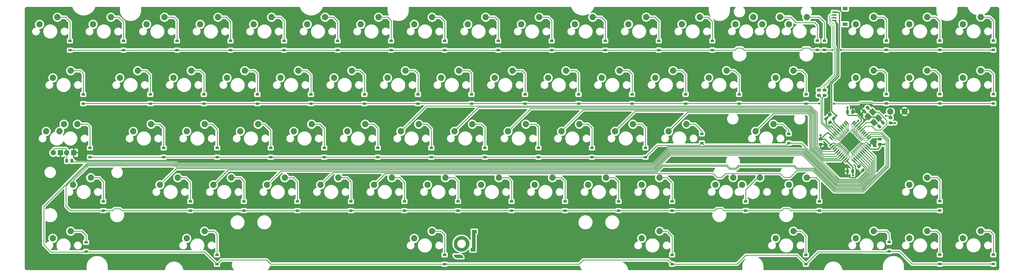
<source format=gbr>
%TF.GenerationSoftware,KiCad,Pcbnew,(5.99.0-12118-g897269f33f)*%
%TF.CreationDate,2021-10-21T22:54:26-04:00*%
%TF.ProjectId,latte,6c617474-652e-46b6-9963-61645f706362,rev?*%
%TF.SameCoordinates,Original*%
%TF.FileFunction,Copper,L2,Bot*%
%TF.FilePolarity,Positive*%
%FSLAX46Y46*%
G04 Gerber Fmt 4.6, Leading zero omitted, Abs format (unit mm)*
G04 Created by KiCad (PCBNEW (5.99.0-12118-g897269f33f)) date 2021-10-21 22:54:26*
%MOMM*%
%LPD*%
G01*
G04 APERTURE LIST*
G04 Aperture macros list*
%AMRoundRect*
0 Rectangle with rounded corners*
0 $1 Rounding radius*
0 $2 $3 $4 $5 $6 $7 $8 $9 X,Y pos of 4 corners*
0 Add a 4 corners polygon primitive as box body*
4,1,4,$2,$3,$4,$5,$6,$7,$8,$9,$2,$3,0*
0 Add four circle primitives for the rounded corners*
1,1,$1+$1,$2,$3*
1,1,$1+$1,$4,$5*
1,1,$1+$1,$6,$7*
1,1,$1+$1,$8,$9*
0 Add four rect primitives between the rounded corners*
20,1,$1+$1,$2,$3,$4,$5,0*
20,1,$1+$1,$4,$5,$6,$7,0*
20,1,$1+$1,$6,$7,$8,$9,0*
20,1,$1+$1,$8,$9,$2,$3,0*%
%AMRotRect*
0 Rectangle, with rotation*
0 The origin of the aperture is its center*
0 $1 length*
0 $2 width*
0 $3 Rotation angle, in degrees counterclockwise*
0 Add horizontal line*
21,1,$1,$2,0,0,$3*%
G04 Aperture macros list end*
%TA.AperFunction,EtchedComponent*%
%ADD10C,0.010000*%
%TD*%
%TA.AperFunction,EtchedComponent*%
%ADD11C,0.127000*%
%TD*%
%TA.AperFunction,EtchedComponent*%
%ADD12C,0.254000*%
%TD*%
%TA.AperFunction,EtchedComponent*%
%ADD13C,0.228600*%
%TD*%
%TA.AperFunction,ComponentPad*%
%ADD14C,2.250000*%
%TD*%
%TA.AperFunction,ComponentPad*%
%ADD15C,1.905000*%
%TD*%
%TA.AperFunction,ComponentPad*%
%ADD16R,1.905000X1.905000*%
%TD*%
%TA.AperFunction,SMDPad,CuDef*%
%ADD17R,1.200000X0.900000*%
%TD*%
%TA.AperFunction,SMDPad,CuDef*%
%ADD18RoundRect,0.243750X0.494975X0.150260X0.150260X0.494975X-0.494975X-0.150260X-0.150260X-0.494975X0*%
%TD*%
%TA.AperFunction,SMDPad,CuDef*%
%ADD19RoundRect,0.243750X-0.456250X0.243750X-0.456250X-0.243750X0.456250X-0.243750X0.456250X0.243750X0*%
%TD*%
%TA.AperFunction,SMDPad,CuDef*%
%ADD20RoundRect,0.243750X0.456250X-0.243750X0.456250X0.243750X-0.456250X0.243750X-0.456250X-0.243750X0*%
%TD*%
%TA.AperFunction,SMDPad,CuDef*%
%ADD21R,1.800000X1.200000*%
%TD*%
%TA.AperFunction,SMDPad,CuDef*%
%ADD22R,1.550000X0.600000*%
%TD*%
%TA.AperFunction,SMDPad,CuDef*%
%ADD23RotRect,2.100000X1.800000X315.000000*%
%TD*%
%TA.AperFunction,SMDPad,CuDef*%
%ADD24RoundRect,0.243750X0.243750X0.456250X-0.243750X0.456250X-0.243750X-0.456250X0.243750X-0.456250X0*%
%TD*%
%TA.AperFunction,SMDPad,CuDef*%
%ADD25RotRect,1.500000X0.550000X315.000000*%
%TD*%
%TA.AperFunction,SMDPad,CuDef*%
%ADD26RoundRect,0.062500X-0.380070X0.291682X0.291682X-0.380070X0.380070X-0.291682X-0.291682X0.380070X0*%
%TD*%
%TA.AperFunction,SMDPad,CuDef*%
%ADD27RotRect,1.500000X0.550000X225.000000*%
%TD*%
%TA.AperFunction,SMDPad,CuDef*%
%ADD28RoundRect,0.062500X-0.380070X-0.291682X-0.291682X-0.380070X0.380070X0.291682X0.291682X0.380070X0*%
%TD*%
%TA.AperFunction,SMDPad,CuDef*%
%ADD29RoundRect,0.250000X-3.323402X0.000000X0.000000X-3.323402X3.323402X0.000000X0.000000X3.323402X0*%
%TD*%
%TA.AperFunction,SMDPad,CuDef*%
%ADD30RoundRect,0.243750X-0.243750X-0.456250X0.243750X-0.456250X0.243750X0.456250X-0.243750X0.456250X0*%
%TD*%
%TA.AperFunction,SMDPad,CuDef*%
%ADD31RoundRect,0.243750X-0.150260X0.494975X-0.494975X0.150260X0.150260X-0.494975X0.494975X-0.150260X0*%
%TD*%
%TA.AperFunction,SMDPad,CuDef*%
%ADD32RoundRect,0.243750X0.150260X-0.494975X0.494975X-0.150260X-0.150260X0.494975X-0.494975X0.150260X0*%
%TD*%
%TA.AperFunction,ComponentPad*%
%ADD33C,2.200000*%
%TD*%
%TA.AperFunction,ViaPad*%
%ADD34C,0.800000*%
%TD*%
%TA.AperFunction,Conductor*%
%ADD35C,0.250000*%
%TD*%
%TA.AperFunction,Conductor*%
%ADD36C,0.381000*%
%TD*%
%TA.AperFunction,Conductor*%
%ADD37C,0.200000*%
%TD*%
G04 APERTURE END LIST*
D10*
%TO.C,G\u002A\u002A\u002A*%
X139563231Y-140149384D02*
X139074770Y-140149384D01*
X139074770Y-140149384D02*
X139074770Y-141321692D01*
X139074770Y-141321692D02*
X140735423Y-141321692D01*
X140735423Y-141321692D02*
X140740366Y-138092961D01*
X140740366Y-138092961D02*
X140745308Y-134864230D01*
X140745308Y-134864230D02*
X141224000Y-134853258D01*
X141224000Y-134853258D02*
X141224000Y-133682154D01*
X141224000Y-133682154D02*
X139563231Y-133682154D01*
X139563231Y-133682154D02*
X139563231Y-140149384D01*
X139563231Y-140149384D02*
X139563231Y-140149384D01*
G36*
X141224000Y-134853258D02*
G01*
X140745308Y-134864230D01*
X140740366Y-138092961D01*
X140735423Y-141321692D01*
X139074770Y-141321692D01*
X139074770Y-140149384D01*
X139563231Y-140149384D01*
X139563231Y-133682154D01*
X141224000Y-133682154D01*
X141224000Y-134853258D01*
G37*
X141224000Y-134853258D02*
X140745308Y-134864230D01*
X140740366Y-138092961D01*
X140735423Y-141321692D01*
X139074770Y-141321692D01*
X139074770Y-140149384D01*
X139563231Y-140149384D01*
X139563231Y-133682154D01*
X141224000Y-133682154D01*
X141224000Y-134853258D01*
X135679195Y-135862707D02*
X135496049Y-135875324D01*
X135496049Y-135875324D02*
X135333388Y-135897129D01*
X135333388Y-135897129D02*
X135285380Y-135906512D01*
X135285380Y-135906512D02*
X134971052Y-135991733D01*
X134971052Y-135991733D02*
X134678874Y-136108126D01*
X134678874Y-136108126D02*
X134405838Y-136257336D01*
X134405838Y-136257336D02*
X134148933Y-136441007D01*
X134148933Y-136441007D02*
X133905897Y-136660035D01*
X133905897Y-136660035D02*
X133686540Y-136904032D01*
X133686540Y-136904032D02*
X133502948Y-137162334D01*
X133502948Y-137162334D02*
X133353779Y-137437473D01*
X133353779Y-137437473D02*
X133237692Y-137731977D01*
X133237692Y-137731977D02*
X133153344Y-138048377D01*
X133153344Y-138048377D02*
X133143462Y-138097286D01*
X133143462Y-138097286D02*
X133121553Y-138251838D01*
X133121553Y-138251838D02*
X133109306Y-138431175D01*
X133109306Y-138431175D02*
X133106616Y-138622485D01*
X133106616Y-138622485D02*
X133113379Y-138812960D01*
X133113379Y-138812960D02*
X133129488Y-138989788D01*
X133129488Y-138989788D02*
X133151903Y-139126737D01*
X133151903Y-139126737D02*
X133239448Y-139448253D01*
X133239448Y-139448253D02*
X133361116Y-139752258D01*
X133361116Y-139752258D02*
X133515389Y-140036737D01*
X133515389Y-140036737D02*
X133700750Y-140299677D01*
X133700750Y-140299677D02*
X133915682Y-140539062D01*
X133915682Y-140539062D02*
X134158668Y-140752880D01*
X134158668Y-140752880D02*
X134428190Y-140939115D01*
X134428190Y-140939115D02*
X134583649Y-141027199D01*
X134583649Y-141027199D02*
X134772676Y-141115449D01*
X134772676Y-141115449D02*
X134981569Y-141193776D01*
X134981569Y-141193776D02*
X135193013Y-141256246D01*
X135193013Y-141256246D02*
X135352918Y-141290910D01*
X135352918Y-141290910D02*
X135489528Y-141309782D01*
X135489528Y-141309782D02*
X135645201Y-141323131D01*
X135645201Y-141323131D02*
X135806951Y-141330471D01*
X135806951Y-141330471D02*
X135961791Y-141331319D01*
X135961791Y-141331319D02*
X136096737Y-141325190D01*
X136096737Y-141325190D02*
X136144225Y-141320435D01*
X136144225Y-141320435D02*
X136471413Y-141261574D01*
X136471413Y-141261574D02*
X136782471Y-141168085D01*
X136782471Y-141168085D02*
X137075515Y-141041725D01*
X137075515Y-141041725D02*
X137348660Y-140884254D01*
X137348660Y-140884254D02*
X137600024Y-140697430D01*
X137600024Y-140697430D02*
X137827723Y-140483013D01*
X137827723Y-140483013D02*
X138029872Y-140242759D01*
X138029872Y-140242759D02*
X138204590Y-139978429D01*
X138204590Y-139978429D02*
X138349990Y-139691781D01*
X138349990Y-139691781D02*
X138464191Y-139384572D01*
X138464191Y-139384572D02*
X138540485Y-139083270D01*
X138540485Y-139083270D02*
X138561598Y-138937504D01*
X138561598Y-138937504D02*
X138573617Y-138766160D01*
X138573617Y-138766160D02*
X138576655Y-138581635D01*
X138576655Y-138581635D02*
X138576478Y-138575979D01*
X138576478Y-138575979D02*
X137401354Y-138575979D01*
X137401354Y-138575979D02*
X137385356Y-138830506D01*
X137385356Y-138830506D02*
X137333791Y-139069284D01*
X137333791Y-139069284D02*
X137246941Y-139291645D01*
X137246941Y-139291645D02*
X137125089Y-139496920D01*
X137125089Y-139496920D02*
X136968519Y-139684443D01*
X136968519Y-139684443D02*
X136906115Y-139745253D01*
X136906115Y-139745253D02*
X136717096Y-139894215D01*
X136717096Y-139894215D02*
X136508604Y-140011036D01*
X136508604Y-140011036D02*
X136284944Y-140094585D01*
X136284944Y-140094585D02*
X136050420Y-140143731D01*
X136050420Y-140143731D02*
X135809335Y-140157345D01*
X135809335Y-140157345D02*
X135565993Y-140134295D01*
X135565993Y-140134295D02*
X135485510Y-140118357D01*
X135485510Y-140118357D02*
X135256898Y-140047524D01*
X135256898Y-140047524D02*
X135044484Y-139942773D01*
X135044484Y-139942773D02*
X134851287Y-139806971D01*
X134851287Y-139806971D02*
X134680325Y-139642988D01*
X134680325Y-139642988D02*
X134534618Y-139453692D01*
X134534618Y-139453692D02*
X134417183Y-139241951D01*
X134417183Y-139241951D02*
X134335374Y-139025363D01*
X134335374Y-139025363D02*
X134312156Y-138942090D01*
X134312156Y-138942090D02*
X134296744Y-138868560D01*
X134296744Y-138868560D02*
X134287576Y-138792245D01*
X134287576Y-138792245D02*
X134283089Y-138700618D01*
X134283089Y-138700618D02*
X134281766Y-138595517D01*
X134281766Y-138595517D02*
X134291900Y-138374282D01*
X134291900Y-138374282D02*
X134325819Y-138176788D01*
X134325819Y-138176788D02*
X134386130Y-137993938D01*
X134386130Y-137993938D02*
X134475440Y-137816631D01*
X134475440Y-137816631D02*
X134529636Y-137730431D01*
X134529636Y-137730431D02*
X134679180Y-137538467D01*
X134679180Y-137538467D02*
X134848823Y-137377445D01*
X134848823Y-137377445D02*
X135035073Y-137247151D01*
X135035073Y-137247151D02*
X135234440Y-137147372D01*
X135234440Y-137147372D02*
X135443433Y-137077897D01*
X135443433Y-137077897D02*
X135658561Y-137038511D01*
X135658561Y-137038511D02*
X135876334Y-137029003D01*
X135876334Y-137029003D02*
X136093260Y-137049159D01*
X136093260Y-137049159D02*
X136305848Y-137098768D01*
X136305848Y-137098768D02*
X136510609Y-137177616D01*
X136510609Y-137177616D02*
X136704050Y-137285491D01*
X136704050Y-137285491D02*
X136882681Y-137422179D01*
X136882681Y-137422179D02*
X137043012Y-137587469D01*
X137043012Y-137587469D02*
X137181550Y-137781147D01*
X137181550Y-137781147D02*
X137245280Y-137895894D01*
X137245280Y-137895894D02*
X137329991Y-138101764D01*
X137329991Y-138101764D02*
X137381503Y-138320228D01*
X137381503Y-138320228D02*
X137401129Y-138557000D01*
X137401129Y-138557000D02*
X137401354Y-138575979D01*
X137401354Y-138575979D02*
X138576478Y-138575979D01*
X138576478Y-138575979D02*
X138570826Y-138396327D01*
X138570826Y-138396327D02*
X138556242Y-138222635D01*
X138556242Y-138222635D02*
X138533017Y-138072956D01*
X138533017Y-138072956D02*
X138531199Y-138064297D01*
X138531199Y-138064297D02*
X138442616Y-137739477D01*
X138442616Y-137739477D02*
X138320981Y-137434272D01*
X138320981Y-137434272D02*
X138167952Y-137150351D01*
X138167952Y-137150351D02*
X137985190Y-136889382D01*
X137985190Y-136889382D02*
X137774352Y-136653031D01*
X137774352Y-136653031D02*
X137537098Y-136442968D01*
X137537098Y-136442968D02*
X137275088Y-136260861D01*
X137275088Y-136260861D02*
X136989979Y-136108376D01*
X136989979Y-136108376D02*
X136683432Y-135987182D01*
X136683432Y-135987182D02*
X136382862Y-135904525D01*
X136382862Y-135904525D02*
X136234659Y-135880184D01*
X136234659Y-135880184D02*
X136060188Y-135865115D01*
X136060188Y-135865115D02*
X135871138Y-135859296D01*
X135871138Y-135859296D02*
X135679195Y-135862707D01*
X135679195Y-135862707D02*
X135679195Y-135862707D01*
G36*
X138573617Y-138766160D02*
G01*
X138561598Y-138937504D01*
X138540485Y-139083270D01*
X138464191Y-139384572D01*
X138349990Y-139691781D01*
X138204590Y-139978429D01*
X138029872Y-140242759D01*
X137827723Y-140483013D01*
X137600024Y-140697430D01*
X137348660Y-140884254D01*
X137075515Y-141041725D01*
X136782471Y-141168085D01*
X136471413Y-141261574D01*
X136144225Y-141320435D01*
X136096737Y-141325190D01*
X135961791Y-141331319D01*
X135806951Y-141330471D01*
X135645201Y-141323131D01*
X135489528Y-141309782D01*
X135352918Y-141290910D01*
X135193013Y-141256246D01*
X134981569Y-141193776D01*
X134772676Y-141115449D01*
X134583649Y-141027199D01*
X134428190Y-140939115D01*
X134158668Y-140752880D01*
X133915682Y-140539062D01*
X133700750Y-140299677D01*
X133515389Y-140036737D01*
X133361116Y-139752258D01*
X133239448Y-139448253D01*
X133151903Y-139126737D01*
X133129488Y-138989788D01*
X133113379Y-138812960D01*
X133106616Y-138622485D01*
X133106995Y-138595517D01*
X134281766Y-138595517D01*
X134283089Y-138700618D01*
X134287576Y-138792245D01*
X134296744Y-138868560D01*
X134312156Y-138942090D01*
X134335374Y-139025363D01*
X134417183Y-139241951D01*
X134534618Y-139453692D01*
X134680325Y-139642988D01*
X134851287Y-139806971D01*
X135044484Y-139942773D01*
X135256898Y-140047524D01*
X135485510Y-140118357D01*
X135565993Y-140134295D01*
X135809335Y-140157345D01*
X136050420Y-140143731D01*
X136284944Y-140094585D01*
X136508604Y-140011036D01*
X136717096Y-139894215D01*
X136906115Y-139745253D01*
X136968519Y-139684443D01*
X137125089Y-139496920D01*
X137246941Y-139291645D01*
X137333791Y-139069284D01*
X137385356Y-138830506D01*
X137401354Y-138575979D01*
X137401129Y-138557000D01*
X137381503Y-138320228D01*
X137329991Y-138101764D01*
X137245280Y-137895894D01*
X137181550Y-137781147D01*
X137043012Y-137587469D01*
X136882681Y-137422179D01*
X136704050Y-137285491D01*
X136510609Y-137177616D01*
X136305848Y-137098768D01*
X136093260Y-137049159D01*
X135876334Y-137029003D01*
X135658561Y-137038511D01*
X135443433Y-137077897D01*
X135234440Y-137147372D01*
X135035073Y-137247151D01*
X134848823Y-137377445D01*
X134679180Y-137538467D01*
X134529636Y-137730431D01*
X134475440Y-137816631D01*
X134386130Y-137993938D01*
X134325819Y-138176788D01*
X134291900Y-138374282D01*
X134281766Y-138595517D01*
X133106995Y-138595517D01*
X133109306Y-138431175D01*
X133121553Y-138251838D01*
X133143462Y-138097286D01*
X133153344Y-138048377D01*
X133237692Y-137731977D01*
X133353779Y-137437473D01*
X133502948Y-137162334D01*
X133686540Y-136904032D01*
X133905897Y-136660035D01*
X134148933Y-136441007D01*
X134405838Y-136257336D01*
X134678874Y-136108126D01*
X134971052Y-135991733D01*
X135285380Y-135906512D01*
X135333388Y-135897129D01*
X135496049Y-135875324D01*
X135679195Y-135862707D01*
X135871138Y-135859296D01*
X136060188Y-135865115D01*
X136234659Y-135880184D01*
X136382862Y-135904525D01*
X136683432Y-135987182D01*
X136989979Y-136108376D01*
X137275088Y-136260861D01*
X137537098Y-136442968D01*
X137774352Y-136653031D01*
X137985190Y-136889382D01*
X138167952Y-137150351D01*
X138320981Y-137434272D01*
X138442616Y-137739477D01*
X138531199Y-138064297D01*
X138533017Y-138072956D01*
X138556242Y-138222635D01*
X138570826Y-138396327D01*
X138576478Y-138575979D01*
X138576655Y-138581635D01*
X138573617Y-138766160D01*
G37*
X138573617Y-138766160D02*
X138561598Y-138937504D01*
X138540485Y-139083270D01*
X138464191Y-139384572D01*
X138349990Y-139691781D01*
X138204590Y-139978429D01*
X138029872Y-140242759D01*
X137827723Y-140483013D01*
X137600024Y-140697430D01*
X137348660Y-140884254D01*
X137075515Y-141041725D01*
X136782471Y-141168085D01*
X136471413Y-141261574D01*
X136144225Y-141320435D01*
X136096737Y-141325190D01*
X135961791Y-141331319D01*
X135806951Y-141330471D01*
X135645201Y-141323131D01*
X135489528Y-141309782D01*
X135352918Y-141290910D01*
X135193013Y-141256246D01*
X134981569Y-141193776D01*
X134772676Y-141115449D01*
X134583649Y-141027199D01*
X134428190Y-140939115D01*
X134158668Y-140752880D01*
X133915682Y-140539062D01*
X133700750Y-140299677D01*
X133515389Y-140036737D01*
X133361116Y-139752258D01*
X133239448Y-139448253D01*
X133151903Y-139126737D01*
X133129488Y-138989788D01*
X133113379Y-138812960D01*
X133106616Y-138622485D01*
X133106995Y-138595517D01*
X134281766Y-138595517D01*
X134283089Y-138700618D01*
X134287576Y-138792245D01*
X134296744Y-138868560D01*
X134312156Y-138942090D01*
X134335374Y-139025363D01*
X134417183Y-139241951D01*
X134534618Y-139453692D01*
X134680325Y-139642988D01*
X134851287Y-139806971D01*
X135044484Y-139942773D01*
X135256898Y-140047524D01*
X135485510Y-140118357D01*
X135565993Y-140134295D01*
X135809335Y-140157345D01*
X136050420Y-140143731D01*
X136284944Y-140094585D01*
X136508604Y-140011036D01*
X136717096Y-139894215D01*
X136906115Y-139745253D01*
X136968519Y-139684443D01*
X137125089Y-139496920D01*
X137246941Y-139291645D01*
X137333791Y-139069284D01*
X137385356Y-138830506D01*
X137401354Y-138575979D01*
X137401129Y-138557000D01*
X137381503Y-138320228D01*
X137329991Y-138101764D01*
X137245280Y-137895894D01*
X137181550Y-137781147D01*
X137043012Y-137587469D01*
X136882681Y-137422179D01*
X136704050Y-137285491D01*
X136510609Y-137177616D01*
X136305848Y-137098768D01*
X136093260Y-137049159D01*
X135876334Y-137029003D01*
X135658561Y-137038511D01*
X135443433Y-137077897D01*
X135234440Y-137147372D01*
X135035073Y-137247151D01*
X134848823Y-137377445D01*
X134679180Y-137538467D01*
X134529636Y-137730431D01*
X134475440Y-137816631D01*
X134386130Y-137993938D01*
X134325819Y-138176788D01*
X134291900Y-138374282D01*
X134281766Y-138595517D01*
X133106995Y-138595517D01*
X133109306Y-138431175D01*
X133121553Y-138251838D01*
X133143462Y-138097286D01*
X133153344Y-138048377D01*
X133237692Y-137731977D01*
X133353779Y-137437473D01*
X133502948Y-137162334D01*
X133686540Y-136904032D01*
X133905897Y-136660035D01*
X134148933Y-136441007D01*
X134405838Y-136257336D01*
X134678874Y-136108126D01*
X134971052Y-135991733D01*
X135285380Y-135906512D01*
X135333388Y-135897129D01*
X135496049Y-135875324D01*
X135679195Y-135862707D01*
X135871138Y-135859296D01*
X136060188Y-135865115D01*
X136234659Y-135880184D01*
X136382862Y-135904525D01*
X136683432Y-135987182D01*
X136989979Y-136108376D01*
X137275088Y-136260861D01*
X137537098Y-136442968D01*
X137774352Y-136653031D01*
X137985190Y-136889382D01*
X138167952Y-137150351D01*
X138320981Y-137434272D01*
X138442616Y-137739477D01*
X138531199Y-138064297D01*
X138533017Y-138072956D01*
X138556242Y-138222635D01*
X138570826Y-138396327D01*
X138576478Y-138575979D01*
X138576655Y-138581635D01*
X138573617Y-138766160D01*
X133105244Y-142616115D02*
X133151166Y-142833866D01*
X133151166Y-142833866D02*
X133230719Y-143033043D01*
X133230719Y-143033043D02*
X133342027Y-143211387D01*
X133342027Y-143211387D02*
X133483214Y-143366644D01*
X133483214Y-143366644D02*
X133652404Y-143496555D01*
X133652404Y-143496555D02*
X133847723Y-143598863D01*
X133847723Y-143598863D02*
X133955693Y-143639324D01*
X133955693Y-143639324D02*
X133980753Y-143646734D01*
X133980753Y-143646734D02*
X134009620Y-143653086D01*
X134009620Y-143653086D02*
X134045462Y-143658481D01*
X134045462Y-143658481D02*
X134091444Y-143663023D01*
X134091444Y-143663023D02*
X134150735Y-143666816D01*
X134150735Y-143666816D02*
X134226501Y-143669963D01*
X134226501Y-143669963D02*
X134321908Y-143672567D01*
X134321908Y-143672567D02*
X134440125Y-143674732D01*
X134440125Y-143674732D02*
X134584317Y-143676561D01*
X134584317Y-143676561D02*
X134757652Y-143678158D01*
X134757652Y-143678158D02*
X134963296Y-143679625D01*
X134963296Y-143679625D02*
X135204417Y-143681068D01*
X135204417Y-143681068D02*
X135240346Y-143681269D01*
X135240346Y-143681269D02*
X136417539Y-143687817D01*
X136417539Y-143687817D02*
X136417539Y-143596844D01*
X136417539Y-143596844D02*
X136399341Y-143433030D01*
X136399341Y-143433030D02*
X136347675Y-143266226D01*
X136347675Y-143266226D02*
X136266935Y-143103118D01*
X136266935Y-143103118D02*
X136161512Y-142950390D01*
X136161512Y-142950390D02*
X136035799Y-142814727D01*
X136035799Y-142814727D02*
X135894188Y-142702817D01*
X135894188Y-142702817D02*
X135791403Y-142643866D01*
X135791403Y-142643866D02*
X135737945Y-142617871D01*
X135737945Y-142617871D02*
X135689760Y-142595584D01*
X135689760Y-142595584D02*
X135643480Y-142576721D01*
X135643480Y-142576721D02*
X135595734Y-142560995D01*
X135595734Y-142560995D02*
X135543154Y-142548122D01*
X135543154Y-142548122D02*
X135482369Y-142537816D01*
X135482369Y-142537816D02*
X135410011Y-142529792D01*
X135410011Y-142529792D02*
X135322710Y-142523764D01*
X135322710Y-142523764D02*
X135217096Y-142519447D01*
X135217096Y-142519447D02*
X135089801Y-142516555D01*
X135089801Y-142516555D02*
X134937454Y-142514804D01*
X134937454Y-142514804D02*
X134756686Y-142513908D01*
X134756686Y-142513908D02*
X134544127Y-142513581D01*
X134544127Y-142513581D02*
X134296409Y-142513538D01*
X134296409Y-142513538D02*
X133092333Y-142513538D01*
X133092333Y-142513538D02*
X133105244Y-142616115D01*
X133105244Y-142616115D02*
X133105244Y-142616115D01*
G36*
X134544127Y-142513581D02*
G01*
X134756686Y-142513908D01*
X134937454Y-142514804D01*
X135089801Y-142516555D01*
X135217096Y-142519447D01*
X135322710Y-142523764D01*
X135410011Y-142529792D01*
X135482369Y-142537816D01*
X135543154Y-142548122D01*
X135595734Y-142560995D01*
X135643480Y-142576721D01*
X135689760Y-142595584D01*
X135737945Y-142617871D01*
X135791403Y-142643866D01*
X135894188Y-142702817D01*
X136035799Y-142814727D01*
X136161512Y-142950390D01*
X136266935Y-143103118D01*
X136347675Y-143266226D01*
X136399341Y-143433030D01*
X136417539Y-143596844D01*
X136417539Y-143687817D01*
X135240346Y-143681269D01*
X135204417Y-143681068D01*
X134963296Y-143679625D01*
X134757652Y-143678158D01*
X134584317Y-143676561D01*
X134440125Y-143674732D01*
X134321908Y-143672567D01*
X134226501Y-143669963D01*
X134150735Y-143666816D01*
X134091444Y-143663023D01*
X134045462Y-143658481D01*
X134009620Y-143653086D01*
X133980753Y-143646734D01*
X133955693Y-143639324D01*
X133847723Y-143598863D01*
X133652404Y-143496555D01*
X133483214Y-143366644D01*
X133342027Y-143211387D01*
X133230719Y-143033043D01*
X133151166Y-142833866D01*
X133105244Y-142616115D01*
X133092333Y-142513538D01*
X134296409Y-142513538D01*
X134544127Y-142513581D01*
G37*
X134544127Y-142513581D02*
X134756686Y-142513908D01*
X134937454Y-142514804D01*
X135089801Y-142516555D01*
X135217096Y-142519447D01*
X135322710Y-142523764D01*
X135410011Y-142529792D01*
X135482369Y-142537816D01*
X135543154Y-142548122D01*
X135595734Y-142560995D01*
X135643480Y-142576721D01*
X135689760Y-142595584D01*
X135737945Y-142617871D01*
X135791403Y-142643866D01*
X135894188Y-142702817D01*
X136035799Y-142814727D01*
X136161512Y-142950390D01*
X136266935Y-143103118D01*
X136347675Y-143266226D01*
X136399341Y-143433030D01*
X136417539Y-143596844D01*
X136417539Y-143687817D01*
X135240346Y-143681269D01*
X135204417Y-143681068D01*
X134963296Y-143679625D01*
X134757652Y-143678158D01*
X134584317Y-143676561D01*
X134440125Y-143674732D01*
X134321908Y-143672567D01*
X134226501Y-143669963D01*
X134150735Y-143666816D01*
X134091444Y-143663023D01*
X134045462Y-143658481D01*
X134009620Y-143653086D01*
X133980753Y-143646734D01*
X133955693Y-143639324D01*
X133847723Y-143598863D01*
X133652404Y-143496555D01*
X133483214Y-143366644D01*
X133342027Y-143211387D01*
X133230719Y-143033043D01*
X133151166Y-142833866D01*
X133105244Y-142616115D01*
X133092333Y-142513538D01*
X134296409Y-142513538D01*
X134544127Y-142513581D01*
D11*
%TO.C,U1*%
X269738030Y-100016581D02*
X269486583Y-99765133D01*
X270815661Y-104901840D02*
X270438490Y-104847958D01*
X278951773Y-103985854D02*
X278790128Y-104147498D01*
X277784339Y-104470788D02*
X278646444Y-104470788D01*
X276293617Y-105781905D02*
X276311577Y-106015392D01*
X273078685Y-96891451D02*
X272935001Y-97035136D01*
X274914250Y-108605298D02*
X274479605Y-108170653D01*
X272521909Y-97232701D02*
X272575791Y-97969082D01*
X276293617Y-105781905D02*
X275790723Y-105279011D01*
D12*
X279400785Y-103321315D02*
X279257101Y-103464999D01*
D11*
X269738030Y-100016581D02*
X270528292Y-100016581D01*
X273473816Y-98076845D02*
X273455856Y-96873491D01*
X277155721Y-98094806D02*
X276742630Y-98507898D01*
X279813877Y-101112172D02*
X279966542Y-100959507D01*
D12*
X279742035Y-103303354D02*
X279966542Y-103527861D01*
X269163293Y-100950527D02*
X268983688Y-101130132D01*
D11*
X269073491Y-100537435D02*
X268902866Y-100366811D01*
D12*
X268013821Y-102710657D02*
X267755189Y-102969289D01*
X270761779Y-99567568D02*
X270330727Y-99495726D01*
D11*
X269055530Y-101776711D02*
X269360859Y-101471382D01*
D12*
X273060725Y-107829403D02*
X272861363Y-108028765D01*
D11*
X278305194Y-100501514D02*
X278448878Y-100645199D01*
X278951773Y-103985854D02*
X279257101Y-103967893D01*
X279813877Y-101112172D02*
X278161510Y-101040330D01*
X271129970Y-106383582D02*
X271623884Y-105889668D01*
X271587963Y-105530458D02*
X271623884Y-105889668D01*
X277730458Y-100070462D02*
X278215392Y-100088423D01*
D12*
X268534676Y-101112172D02*
X268983688Y-101130132D01*
D11*
X279131378Y-100645199D02*
X278448878Y-100645199D01*
D12*
X273384014Y-106967299D02*
X273366053Y-106590128D01*
D11*
X274497566Y-107470193D02*
X274946578Y-107021180D01*
X277622695Y-105027563D02*
X276778551Y-104183419D01*
D12*
X279400785Y-103321315D02*
X279742035Y-103303354D01*
D11*
X275413552Y-98184608D02*
X275395591Y-96981254D01*
D12*
X278969733Y-103464999D02*
X279257101Y-103464999D01*
X270761779Y-99567568D02*
X271120989Y-99926778D01*
D11*
X273707303Y-96622044D02*
X273455856Y-96873491D01*
D12*
X275844604Y-97178820D02*
X276038578Y-96984846D01*
D11*
X269360859Y-101471382D02*
X269773951Y-101453422D01*
X276401380Y-106787694D02*
X276311577Y-106015392D01*
X270005642Y-105280807D02*
X270438490Y-104847958D01*
D12*
X273779145Y-108296377D02*
X273430711Y-108644811D01*
D11*
X273437895Y-95849742D02*
X273671382Y-96083228D01*
X271623884Y-99711252D02*
X270567806Y-98655174D01*
X272254298Y-107486358D02*
X272396186Y-107344470D01*
X275269868Y-96855530D02*
X275395591Y-96981254D01*
X272863159Y-98831187D02*
X272414146Y-98382174D01*
X277784339Y-100735001D02*
X278035787Y-100483554D01*
X277083879Y-99998620D02*
X277496971Y-99585528D01*
D13*
X273969527Y-105268234D02*
X272877527Y-106345865D01*
D11*
X270539069Y-105860931D02*
X271695726Y-104704274D01*
X267782130Y-101545020D02*
X267941979Y-101704869D01*
D12*
X273384014Y-106967299D02*
X273815066Y-107398351D01*
D11*
X272414146Y-98130727D02*
X272575791Y-97969082D01*
X275682959Y-106679931D02*
X275934407Y-106428483D01*
X275072302Y-107649798D02*
X275054342Y-107344470D01*
D12*
X268355070Y-103554801D02*
X268516715Y-103393157D01*
D11*
X279041575Y-101597106D02*
X279364864Y-101920395D01*
X275426124Y-96411906D02*
X275269868Y-96568162D01*
D12*
X270028990Y-99193989D02*
X270330727Y-99495726D01*
D11*
X270294806Y-103985854D02*
X270546253Y-103734407D01*
X270869542Y-104093617D02*
X270618095Y-104345064D01*
D12*
X276473222Y-97663753D02*
X276557636Y-97579339D01*
D11*
X272952962Y-98238490D02*
X272935001Y-97035136D01*
D12*
X268875925Y-103429078D02*
X270043359Y-103518880D01*
D11*
X275898486Y-106105194D02*
X275934407Y-106428483D01*
X277730458Y-100070462D02*
X277479011Y-100321909D01*
D12*
X275844604Y-97178820D02*
X275772762Y-98507898D01*
D11*
X272414146Y-98130727D02*
X272414146Y-98382174D01*
X271965133Y-106697891D02*
X271710094Y-106952930D01*
X269055530Y-101776711D02*
X267941979Y-101704869D01*
D12*
X273060725Y-107829403D02*
X273042764Y-107452233D01*
D11*
X280119206Y-101956316D02*
X280573607Y-101501915D01*
X275072302Y-107649798D02*
X275451269Y-108028765D01*
X275898486Y-106105194D02*
X275521315Y-105728023D01*
D12*
X270043359Y-103518880D02*
X271174871Y-102387368D01*
D11*
X270276845Y-100483554D02*
X270079280Y-100501514D01*
D12*
X272845199Y-107254667D02*
X272881120Y-106356641D01*
X271839410Y-99208358D02*
X271587963Y-98956910D01*
D11*
X277735846Y-98664154D02*
X276778551Y-99621449D01*
D12*
X268013821Y-102710657D02*
X268355070Y-102728618D01*
D11*
X275431512Y-106967299D02*
X275054342Y-107344470D01*
X275269868Y-96855530D02*
X275269868Y-96568162D01*
X276742630Y-98938950D02*
X276742630Y-98507898D01*
D12*
X272845199Y-107254667D02*
X273042764Y-107452233D01*
X271534081Y-98471977D02*
X271587963Y-98956910D01*
D11*
X277910063Y-99603489D02*
X278274661Y-99238890D01*
X276778551Y-105584339D02*
X276203814Y-105009603D01*
X279131378Y-100645199D02*
X279393601Y-100382975D01*
X277168294Y-106333293D02*
X276760590Y-105925589D01*
X269454254Y-104682722D02*
X269809872Y-104327104D01*
X274695131Y-96532241D02*
X274892697Y-96729807D01*
X276778551Y-105584339D02*
X276760590Y-105925589D01*
X269073491Y-100537435D02*
X270079280Y-100501514D01*
X278556641Y-100106383D02*
X278215392Y-100088423D01*
X277707109Y-105794477D02*
X276580985Y-104668353D01*
D12*
X268606518Y-102980065D02*
X269773951Y-103069868D01*
X268875925Y-103429078D02*
X268516715Y-103393157D01*
D11*
X275682959Y-106679931D02*
X275682959Y-107146904D01*
X273707303Y-96622044D02*
X273671382Y-96083228D01*
X269073491Y-103914012D02*
X269845793Y-103967893D01*
D12*
X276114012Y-98885068D02*
X276419340Y-98579740D01*
D11*
X277784339Y-104470788D02*
X277245524Y-103931972D01*
D12*
X273779145Y-108296377D02*
X273815066Y-107398351D01*
D11*
X272952962Y-105566379D02*
X272378225Y-106141115D01*
X270294806Y-103985854D02*
X269845793Y-103967893D01*
X271587963Y-105530458D02*
X272126778Y-104991642D01*
X276742630Y-98938950D02*
X276096051Y-99585528D01*
X274695131Y-96532241D02*
X274713092Y-96011386D01*
X271174871Y-100663159D02*
X270528292Y-100016581D01*
X275359670Y-106284799D02*
X275395591Y-106608089D01*
X272378225Y-106464404D02*
X272378225Y-106141115D01*
D12*
X279382825Y-102764539D02*
X279634272Y-102513092D01*
D11*
X271983094Y-98669542D02*
X272432107Y-99118555D01*
X269809872Y-104327104D02*
X270618095Y-104345064D01*
X275431512Y-106967299D02*
X275395591Y-106608089D01*
D12*
X279382825Y-102764539D02*
X278323155Y-102854342D01*
D11*
X278271069Y-105244886D02*
X278053747Y-105027563D01*
D13*
X277317366Y-102495131D02*
X277945984Y-102549013D01*
D11*
X271983094Y-98669542D02*
X271929212Y-97753556D01*
X270276845Y-100483554D02*
X270420529Y-100627238D01*
D13*
X271577186Y-100372199D02*
X272313567Y-101108580D01*
D12*
X280101245Y-102513092D02*
X279634272Y-102513092D01*
D11*
X275995472Y-107459417D02*
X275682959Y-107146904D01*
D13*
X275190841Y-99793870D02*
X275532091Y-99452620D01*
D11*
X278161510Y-104129538D02*
X278790128Y-104147498D01*
X272875731Y-96437050D02*
X273060725Y-96622044D01*
X278161510Y-104129538D02*
X277496971Y-103464999D01*
X272521909Y-97232701D02*
X272297403Y-97008195D01*
D12*
X280101245Y-102513092D02*
X280557442Y-102969289D01*
D11*
X279388213Y-104099005D02*
X279257101Y-103967893D01*
D12*
X268606518Y-102980065D02*
X268355070Y-102728618D01*
D11*
X279041575Y-101597106D02*
X278377036Y-101579145D01*
X278053747Y-105027563D02*
X277622695Y-105027563D01*
X280119206Y-101956316D02*
X279364864Y-101920395D01*
X271749607Y-97573951D02*
X271929212Y-97753556D01*
X278556641Y-100106383D02*
X278842214Y-99820811D01*
X274853184Y-95871294D02*
X274713092Y-96011386D01*
X270815661Y-104901840D02*
X271336515Y-104380985D01*
D12*
X268534676Y-101112172D02*
X268360459Y-100937955D01*
D11*
X272378225Y-106464404D02*
X272396186Y-107344470D01*
X271965133Y-106697891D02*
X271965133Y-106374602D01*
X278840417Y-104664761D02*
X278646444Y-104470788D01*
X271965133Y-105835787D02*
X271965133Y-106374602D01*
X274910657Y-106482365D02*
X274946578Y-107021180D01*
D12*
X278969733Y-103464999D02*
X278251313Y-103500920D01*
D11*
X278305194Y-100501514D02*
X278035787Y-100483554D01*
D12*
X271534081Y-98471977D02*
X271153318Y-98091214D01*
D11*
X268875925Y-104111577D02*
X269073491Y-103914012D01*
D12*
X276473222Y-97663753D02*
X276419340Y-98579740D01*
D11*
X276401380Y-106787694D02*
X276563025Y-106949338D01*
X271965133Y-105835787D02*
X272485988Y-105314932D01*
X277910063Y-99603489D02*
X277496971Y-99585528D01*
X274910657Y-97933161D02*
X274892697Y-96729807D01*
X270258885Y-103303354D02*
X270043359Y-103518880D01*
X274497566Y-107470193D02*
X274479605Y-108170653D01*
X273078685Y-96891451D02*
X273060725Y-96622044D01*
D12*
X269163293Y-100950527D02*
X270061319Y-100986448D01*
%TD*%
D14*
%TO.P,MX19,1,COL*%
%TO.N,COL1*%
X14265000Y-79535000D03*
%TO.P,MX19,2,ROW*%
%TO.N,Net-(D20-Pad2)*%
X20615000Y-76995000D03*
%TD*%
%TO.P,MX46,1,COL*%
%TO.N,COL2*%
X47565000Y-117635000D03*
%TO.P,MX46,2,ROW*%
%TO.N,Net-(D51-Pad2)*%
X53915000Y-115095000D03*
%TD*%
%TO.P,MX56,1,COL*%
%TO.N,COL16*%
X295240000Y-117585000D03*
%TO.P,MX56,2,ROW*%
%TO.N,Net-(D62-Pad2)*%
X301590000Y-115045000D03*
%TD*%
%TO.P,MX23,1,COL*%
%TO.N,COL5*%
X90465000Y-79535000D03*
%TO.P,MX23,2,ROW*%
%TO.N,Net-(D24-Pad2)*%
X96815000Y-76995000D03*
%TD*%
%TO.P,MX55,1,COL*%
%TO.N,COL14*%
X252365000Y-117610000D03*
%TO.P,MX55,2,ROW*%
%TO.N,Net-(D61-Pad2)*%
X258715000Y-115070000D03*
%TD*%
%TO.P,MX18,1,COL*%
%TO.N,COL17*%
X314290000Y-60435000D03*
%TO.P,MX18,2,ROW*%
%TO.N,Net-(D18-Pad2)*%
X320640000Y-57895000D03*
%TD*%
%TO.P,2.25u1,1,COL*%
%TO.N,COL14*%
X240490000Y-98560000D03*
%TO.P,2.25u1,2,ROW*%
%TO.N,Net-(2.25u1-Pad2)*%
X246840000Y-96020000D03*
%TD*%
%TO.P,MX25,1,COL*%
%TO.N,COL7*%
X128565000Y-79535000D03*
%TO.P,MX25,2,ROW*%
%TO.N,Net-(D26-Pad2)*%
X134915000Y-76995000D03*
%TD*%
%TO.P,MX37,1,COL*%
%TO.N,COL4*%
X76165000Y-98585000D03*
%TO.P,MX37,2,ROW*%
%TO.N,Net-(D40-Pad2)*%
X82515000Y-96045000D03*
%TD*%
%TO.P,1.5u4,1,COL*%
%TO.N,COL1*%
X38040000Y-136685000D03*
%TO.P,1.5u4,2,ROW*%
%TO.N,Net-(1.5u4-Pad2)*%
X44390000Y-134145000D03*
%TD*%
%TO.P,2.75u1,1,COL*%
%TO.N,COL11*%
X235690000Y-117610000D03*
%TO.P,2.75u1,2,ROW*%
%TO.N,Net-(1.75u2-Pad2)*%
X242040000Y-115070000D03*
%TD*%
%TO.P,MX41,1,COL*%
%TO.N,COL8*%
X152390000Y-98585000D03*
%TO.P,MX41,2,ROW*%
%TO.N,Net-(D44-Pad2)*%
X158740000Y-96045000D03*
%TD*%
%TO.P,MX51,1,COL*%
%TO.N,COL7*%
X142815000Y-117635000D03*
%TO.P,MX51,2,ROW*%
%TO.N,Net-(D56-Pad2)*%
X149165000Y-115095000D03*
%TD*%
%TO.P,MX49,1,COL*%
%TO.N,COL5*%
X104715000Y-117635000D03*
%TO.P,MX49,2,ROW*%
%TO.N,Net-(D54-Pad2)*%
X111065000Y-115095000D03*
%TD*%
%TO.P,MX1,1,COL*%
%TO.N,COL0*%
X-14310000Y-60485000D03*
%TO.P,MX1,2,ROW*%
%TO.N,Net-(D1-Pad2)*%
X-7960000Y-57945000D03*
%TD*%
%TO.P,MX2,1,COL*%
%TO.N,COL1*%
X4740000Y-60485000D03*
%TO.P,MX2,2,ROW*%
%TO.N,Net-(D2-Pad2)*%
X11090000Y-57945000D03*
%TD*%
%TO.P,MX3,1,COL*%
%TO.N,COL2*%
X23790000Y-60485000D03*
%TO.P,MX3,2,ROW*%
%TO.N,Net-(D3-Pad2)*%
X30140000Y-57945000D03*
%TD*%
%TO.P,1.5u1,1,COL*%
%TO.N,COL0*%
X-9560000Y-79535000D03*
%TO.P,1.5u1,2,ROW*%
%TO.N,Net-(1.5u1-Pad2)*%
X-3210000Y-76995000D03*
%TD*%
%TO.P,MX33,1,COL*%
%TO.N,COL17*%
X314290000Y-79485000D03*
%TO.P,MX33,2,ROW*%
%TO.N,Net-(D35-Pad2)*%
X320640000Y-76945000D03*
%TD*%
%TO.P,MX54,1,COL*%
%TO.N,COL10*%
X199965000Y-117635000D03*
%TO.P,MX54,2,ROW*%
%TO.N,Net-(D59-Pad2)*%
X206315000Y-115095000D03*
%TD*%
%TO.P,MX8,1,COL*%
%TO.N,COL7*%
X119040000Y-60485000D03*
%TO.P,MX8,2,ROW*%
%TO.N,Net-(D8-Pad2)*%
X125390000Y-57945000D03*
%TD*%
%TO.P,MX9,1,COL*%
%TO.N,COL8*%
X138090000Y-60485000D03*
%TO.P,MX9,2,ROW*%
%TO.N,Net-(D9-Pad2)*%
X144440000Y-57945000D03*
%TD*%
%TO.P,MX11,1,COL*%
%TO.N,COL10*%
X176190000Y-60485000D03*
%TO.P,MX11,2,ROW*%
%TO.N,Net-(D11-Pad2)*%
X182540000Y-57945000D03*
%TD*%
%TO.P,MX35,1,COL*%
%TO.N,COL2*%
X38065000Y-98585000D03*
%TO.P,MX35,2,ROW*%
%TO.N,Net-(D38-Pad2)*%
X44415000Y-96045000D03*
%TD*%
%TO.P,MX14,1,COL*%
%TO.N,COL13*%
X233340000Y-60460000D03*
%TO.P,MX14,2,ROW*%
%TO.N,Net-(2u1-Pad2)*%
X239690000Y-57920000D03*
%TD*%
%TO.P,1.75u2,1,COL*%
%TO.N,COL11*%
X226165000Y-117610000D03*
%TO.P,1.75u2,2,ROW*%
%TO.N,Net-(1.75u2-Pad2)*%
X232515000Y-115070000D03*
%TD*%
%TO.P,MX38,1,COL*%
%TO.N,COL5*%
X95215000Y-98585000D03*
%TO.P,MX38,2,ROW*%
%TO.N,Net-(D41-Pad2)*%
X101565000Y-96045000D03*
%TD*%
%TO.P,MX30,1,COL*%
%TO.N,COL12*%
X223815000Y-79510000D03*
%TO.P,MX30,2,ROW*%
%TO.N,Net-(D31-Pad2)*%
X230165000Y-76970000D03*
%TD*%
%TO.P,1.75u1,1,COL*%
%TO.N,COL0*%
X-7185000Y-98585000D03*
%TO.P,1.75u1,2,ROW*%
%TO.N,Net-(1.25u1-Pad2)*%
X-835000Y-96045000D03*
D15*
%TO.P,1.75u1,3,LED*%
%TO.N,Net-(1.25u1-Pad3)*%
X-4645000Y-106205000D03*
D16*
%TO.P,1.75u1,4,LEDGND*%
%TO.N,GND*%
X-2105000Y-106205000D03*
%TD*%
D14*
%TO.P,MX48,1,COL*%
%TO.N,COL4*%
X85665000Y-117635000D03*
%TO.P,MX48,2,ROW*%
%TO.N,Net-(D53-Pad2)*%
X92015000Y-115095000D03*
%TD*%
%TO.P,MX40,1,COL*%
%TO.N,COL7*%
X133340000Y-98585000D03*
%TO.P,MX40,2,ROW*%
%TO.N,Net-(D43-Pad2)*%
X139690000Y-96045000D03*
%TD*%
%TO.P,MX57,1,COL*%
%TO.N,COL15*%
X276190000Y-136635000D03*
%TO.P,MX57,2,ROW*%
%TO.N,Net-(D68-Pad2)*%
X282540000Y-134095000D03*
%TD*%
%TO.P,MX20,1,COL*%
%TO.N,COL2*%
X33315000Y-79535000D03*
%TO.P,MX20,2,ROW*%
%TO.N,Net-(D21-Pad2)*%
X39665000Y-76995000D03*
%TD*%
%TO.P,MX59,1,COL*%
%TO.N,COL17*%
X314290000Y-136635000D03*
%TO.P,MX59,2,ROW*%
%TO.N,Net-(D70-Pad2)*%
X320640000Y-134095000D03*
%TD*%
%TO.P,2.25u2,1,COL*%
%TO.N,COL0*%
X-2435000Y-117635000D03*
%TO.P,2.25u2,2,ROW*%
%TO.N,Net-(2.25u2-Pad2)*%
X3915000Y-115095000D03*
%TD*%
%TO.P,MX24,1,COL*%
%TO.N,COL6*%
X109515000Y-79535000D03*
%TO.P,MX24,2,ROW*%
%TO.N,Net-(D25-Pad2)*%
X115865000Y-76995000D03*
%TD*%
%TO.P,MX15,1,COL*%
%TO.N,COL14*%
X252390000Y-60435000D03*
%TO.P,MX15,2,ROW*%
%TO.N,Net-(D15-Pad2)*%
X258740000Y-57895000D03*
%TD*%
%TO.P,1.5u6,1,COL*%
%TO.N,COL11*%
X247602125Y-136660000D03*
%TO.P,1.5u6,2,ROW*%
%TO.N,Net-(1.5u6-Pad2)*%
X253952125Y-134120000D03*
%TD*%
%TO.P,MX16,1,COL*%
%TO.N,COL15*%
X276190000Y-60435000D03*
%TO.P,MX16,2,ROW*%
%TO.N,Net-(D16-Pad2)*%
X282540000Y-57895000D03*
%TD*%
%TO.P,MX21,1,COL*%
%TO.N,COL3*%
X52365000Y-79535000D03*
%TO.P,MX21,2,ROW*%
%TO.N,Net-(D22-Pad2)*%
X58715000Y-76995000D03*
%TD*%
%TO.P,MX45,1,COL*%
%TO.N,COL1*%
X28515000Y-117635000D03*
%TO.P,MX45,2,ROW*%
%TO.N,Net-(D50-Pad2)*%
X34865000Y-115095000D03*
%TD*%
%TO.P,MX39,1,COL*%
%TO.N,COL6*%
X114265000Y-98585000D03*
%TO.P,MX39,2,ROW*%
%TO.N,Net-(D42-Pad2)*%
X120615000Y-96045000D03*
%TD*%
%TO.P,MX10,1,COL*%
%TO.N,COL9*%
X157140000Y-60485000D03*
%TO.P,MX10,2,ROW*%
%TO.N,Net-(D10-Pad2)*%
X163490000Y-57945000D03*
%TD*%
%TO.P,7u1,1,COL*%
%TO.N,COL6*%
X119002500Y-136685000D03*
%TO.P,7u1,2,ROW*%
%TO.N,Net-(10u1-Pad2)*%
X125352500Y-134145000D03*
%TD*%
%TO.P,MX27,1,COL*%
%TO.N,COL9*%
X166665000Y-79535000D03*
%TO.P,MX27,2,ROW*%
%TO.N,Net-(D28-Pad2)*%
X173015000Y-76995000D03*
%TD*%
%TO.P,MX13,1,COL*%
%TO.N,COL12*%
X214290000Y-60460000D03*
%TO.P,MX13,2,ROW*%
%TO.N,Net-(D13-Pad2)*%
X220640000Y-57920000D03*
%TD*%
%TO.P,1.5u3,1,COL*%
%TO.N,COL0*%
X-9585000Y-136685000D03*
%TO.P,1.5u3,2,ROW*%
%TO.N,Net-(1.5u3-Pad2)*%
X-3235000Y-134145000D03*
%TD*%
%TO.P,MX52,1,COL*%
%TO.N,COL8*%
X161865000Y-117635000D03*
%TO.P,MX52,2,ROW*%
%TO.N,Net-(D57-Pad2)*%
X168215000Y-115095000D03*
%TD*%
%TO.P,1.5u5,1,COL*%
%TO.N,COL10*%
X199977125Y-136660000D03*
%TO.P,1.5u5,2,ROW*%
%TO.N,Net-(1.5u5-Pad2)*%
X206327125Y-134120000D03*
%TD*%
%TO.P,MX53,1,COL*%
%TO.N,COL9*%
X180915000Y-117635000D03*
%TO.P,MX53,2,ROW*%
%TO.N,Net-(D58-Pad2)*%
X187265000Y-115095000D03*
%TD*%
%TO.P,MX42,1,COL*%
%TO.N,COL9*%
X171440000Y-98585000D03*
%TO.P,MX42,2,ROW*%
%TO.N,Net-(D45-Pad2)*%
X177790000Y-96045000D03*
%TD*%
%TO.P,MX4,1,COL*%
%TO.N,COL3*%
X42840000Y-60485000D03*
%TO.P,MX4,2,ROW*%
%TO.N,Net-(D4-Pad2)*%
X49190000Y-57945000D03*
%TD*%
%TO.P,MX17,1,COL*%
%TO.N,COL16*%
X295240000Y-60435000D03*
%TO.P,MX17,2,ROW*%
%TO.N,Net-(D17-Pad2)*%
X301590000Y-57895000D03*
%TD*%
%TO.P,MX47,1,COL*%
%TO.N,COL3*%
X66615000Y-117635000D03*
%TO.P,MX47,2,ROW*%
%TO.N,Net-(D52-Pad2)*%
X72965000Y-115095000D03*
%TD*%
%TO.P,MX31,1,COL*%
%TO.N,COL15*%
X276190000Y-79485000D03*
%TO.P,MX31,2,ROW*%
%TO.N,Net-(D33-Pad2)*%
X282540000Y-76945000D03*
%TD*%
%TO.P,MX43,1,COL*%
%TO.N,COL10*%
X190490000Y-98585000D03*
%TO.P,MX43,2,ROW*%
%TO.N,Net-(D46-Pad2)*%
X196840000Y-96045000D03*
%TD*%
%TO.P,1.5u2,1,COL*%
%TO.N,COL14*%
X247615000Y-79510000D03*
%TO.P,1.5u2,2,ROW*%
%TO.N,Net-(1.5u2-Pad2)*%
X253965000Y-76970000D03*
%TD*%
%TO.P,1.25u1,1,COL*%
%TO.N,COL0*%
X-11960000Y-98585000D03*
%TO.P,1.25u1,2,ROW*%
%TO.N,Net-(1.25u1-Pad2)*%
X-5610000Y-96045000D03*
D15*
%TO.P,1.25u1,3,LED*%
%TO.N,Net-(1.25u1-Pad3)*%
X-9420000Y-106205000D03*
D16*
%TO.P,1.25u1,4,LEDGND*%
%TO.N,GND*%
X-6880000Y-106205000D03*
%TD*%
D14*
%TO.P,MX12,1,COL*%
%TO.N,COL11*%
X195240000Y-60460000D03*
%TO.P,MX12,2,ROW*%
%TO.N,Net-(D12-Pad2)*%
X201590000Y-57920000D03*
%TD*%
%TO.P,MX34,1,COL*%
%TO.N,COL1*%
X19015000Y-98585000D03*
%TO.P,MX34,2,ROW*%
%TO.N,Net-(D37-Pad2)*%
X25365000Y-96045000D03*
%TD*%
%TO.P,MX44,1,COL*%
%TO.N,COL11*%
X209540000Y-98560000D03*
%TO.P,MX44,2,ROW*%
%TO.N,Net-(D47-Pad2)*%
X215890000Y-96020000D03*
%TD*%
%TO.P,MX22,1,COL*%
%TO.N,COL4*%
X71415000Y-79535000D03*
%TO.P,MX22,2,ROW*%
%TO.N,Net-(D23-Pad2)*%
X77765000Y-76995000D03*
%TD*%
%TO.P,MX50,1,COL*%
%TO.N,COL6*%
X123765000Y-117635000D03*
%TO.P,MX50,2,ROW*%
%TO.N,Net-(D55-Pad2)*%
X130115000Y-115095000D03*
%TD*%
%TO.P,MX32,1,COL*%
%TO.N,COL16*%
X295240000Y-79485000D03*
%TO.P,MX32,2,ROW*%
%TO.N,Net-(D34-Pad2)*%
X301590000Y-76945000D03*
%TD*%
%TO.P,MX26,1,COL*%
%TO.N,COL8*%
X147615000Y-79535000D03*
%TO.P,MX26,2,ROW*%
%TO.N,Net-(D27-Pad2)*%
X153965000Y-76995000D03*
%TD*%
%TO.P,MX5,1,COL*%
%TO.N,COL4*%
X61890000Y-60485000D03*
%TO.P,MX5,2,ROW*%
%TO.N,Net-(D5-Pad2)*%
X68240000Y-57945000D03*
%TD*%
%TO.P,2u1,1,COL*%
%TO.N,COL13*%
X242865000Y-60435000D03*
%TO.P,2u1,2,ROW*%
%TO.N,Net-(2u1-Pad2)*%
X249215000Y-57895000D03*
%TD*%
%TO.P,MX29,1,COL*%
%TO.N,COL11*%
X204765000Y-79510000D03*
%TO.P,MX29,2,ROW*%
%TO.N,Net-(D30-Pad2)*%
X211115000Y-76970000D03*
%TD*%
%TO.P,MX58,1,COL*%
%TO.N,COL16*%
X295240000Y-136635000D03*
%TO.P,MX58,2,ROW*%
%TO.N,Net-(D69-Pad2)*%
X301590000Y-134095000D03*
%TD*%
%TO.P,MX28,1,COL*%
%TO.N,COL10*%
X185715000Y-79535000D03*
%TO.P,MX28,2,ROW*%
%TO.N,Net-(D29-Pad2)*%
X192065000Y-76995000D03*
%TD*%
%TO.P,MX6,1,COL*%
%TO.N,COL5*%
X80940000Y-60485000D03*
%TO.P,MX6,2,ROW*%
%TO.N,Net-(D6-Pad2)*%
X87290000Y-57945000D03*
%TD*%
%TO.P,MX36,1,COL*%
%TO.N,COL3*%
X57115000Y-98585000D03*
%TO.P,MX36,2,ROW*%
%TO.N,Net-(D39-Pad2)*%
X63465000Y-96045000D03*
%TD*%
%TO.P,MX7,1,COL*%
%TO.N,COL6*%
X99990000Y-60485000D03*
%TO.P,MX7,2,ROW*%
%TO.N,Net-(D7-Pad2)*%
X106340000Y-57945000D03*
%TD*%
D17*
%TO.P,D47,1,K*%
%TO.N,ROW2*%
X221350000Y-102750000D03*
%TO.P,D47,2,A*%
%TO.N,Net-(D47-Pad2)*%
X221350000Y-99450000D03*
%TD*%
%TO.P,D16,1,K*%
%TO.N,ROW0*%
X287000000Y-69625000D03*
%TO.P,D16,2,A*%
%TO.N,Net-(D16-Pad2)*%
X287000000Y-66325000D03*
%TD*%
D18*
%TO.P,C1,1*%
%TO.N,Net-(C1-Pad1)*%
X266887913Y-95412913D03*
%TO.P,C1,2*%
%TO.N,GND*%
X265562087Y-94087087D03*
%TD*%
D19*
%TO.P,R4,1*%
%TO.N,D-*%
X263050000Y-83912500D03*
%TO.P,R4,2*%
%TO.N,Net-(R4-Pad2)*%
X263050000Y-85787500D03*
%TD*%
D17*
%TO.P,D2,1,K*%
%TO.N,ROW0*%
X15550000Y-69675000D03*
%TO.P,D2,2,A*%
%TO.N,Net-(D2-Pad2)*%
X15550000Y-66375000D03*
%TD*%
D19*
%TO.P,C5,1*%
%TO.N,+5V*%
X263625000Y-101312500D03*
%TO.P,C5,2*%
%TO.N,GND*%
X263625000Y-103187500D03*
%TD*%
D17*
%TO.P,D56,1,K*%
%TO.N,ROW3*%
X153625000Y-126825000D03*
%TO.P,D56,2,A*%
%TO.N,Net-(D56-Pad2)*%
X153625000Y-123525000D03*
%TD*%
%TO.P,D23,1,K*%
%TO.N,ROW1*%
X82225000Y-88725000D03*
%TO.P,D23,2,A*%
%TO.N,Net-(D23-Pad2)*%
X82225000Y-85425000D03*
%TD*%
D20*
%TO.P,C3,1*%
%TO.N,+5V*%
X284675000Y-103187500D03*
%TO.P,C3,2*%
%TO.N,GND*%
X284675000Y-101312500D03*
%TD*%
D17*
%TO.P,D31,1,K*%
%TO.N,ROW1*%
X234625000Y-88700000D03*
%TO.P,D31,2,A*%
%TO.N,Net-(D31-Pad2)*%
X234625000Y-85400000D03*
%TD*%
%TO.P,D20,1,K*%
%TO.N,ROW1*%
X25075000Y-88725000D03*
%TO.P,D20,2,A*%
%TO.N,Net-(D20-Pad2)*%
X25075000Y-85425000D03*
%TD*%
%TO.P,D25,1,K*%
%TO.N,ROW1*%
X120325000Y-88725000D03*
%TO.P,D25,2,A*%
%TO.N,Net-(D25-Pad2)*%
X120325000Y-85425000D03*
%TD*%
%TO.P,D67,1,K*%
%TO.N,ROW4*%
X258412125Y-145850000D03*
%TO.P,D67,2,A*%
%TO.N,Net-(1.5u6-Pad2)*%
X258412125Y-142550000D03*
%TD*%
%TO.P,D51,1,K*%
%TO.N,ROW3*%
X58375000Y-126825000D03*
%TO.P,D51,2,A*%
%TO.N,Net-(D51-Pad2)*%
X58375000Y-123525000D03*
%TD*%
%TO.P,D27,1,K*%
%TO.N,ROW1*%
X158425000Y-88725000D03*
%TO.P,D27,2,A*%
%TO.N,Net-(D27-Pad2)*%
X158425000Y-85425000D03*
%TD*%
%TO.P,D15,1,K*%
%TO.N,ROW0*%
X264975000Y-69625000D03*
%TO.P,D15,2,A*%
%TO.N,Net-(D15-Pad2)*%
X264975000Y-66325000D03*
%TD*%
%TO.P,D19,1,K*%
%TO.N,ROW1*%
X1250000Y-88725000D03*
%TO.P,D19,2,A*%
%TO.N,Net-(1.5u1-Pad2)*%
X1250000Y-85425000D03*
%TD*%
D21*
%TO.P,J1,*%
%TO.N,*%
X272375000Y-54825000D03*
X272375000Y-60425000D03*
D22*
%TO.P,J1,1,Pin_1*%
%TO.N,+5V*%
X268500000Y-56125000D03*
%TO.P,J1,2,Pin_2*%
%TO.N,D-*%
X268500000Y-57125000D03*
%TO.P,J1,3,Pin_3*%
%TO.N,D+*%
X268500000Y-58125000D03*
%TO.P,J1,4,Pin_4*%
%TO.N,GND*%
X268500000Y-59125000D03*
%TD*%
D17*
%TO.P,D9,1,K*%
%TO.N,ROW0*%
X148900000Y-69675000D03*
%TO.P,D9,2,A*%
%TO.N,Net-(D9-Pad2)*%
X148900000Y-66375000D03*
%TD*%
%TO.P,D36,1,K*%
%TO.N,ROW2*%
X3625000Y-107775000D03*
%TO.P,D36,2,A*%
%TO.N,Net-(1.25u1-Pad2)*%
X3625000Y-104475000D03*
%TD*%
%TO.P,D8,1,K*%
%TO.N,ROW0*%
X129850000Y-69675000D03*
%TO.P,D8,2,A*%
%TO.N,Net-(D8-Pad2)*%
X129850000Y-66375000D03*
%TD*%
D23*
%TO.P,Y1,1,1*%
%TO.N,Net-(C6-Pad2)*%
X282182468Y-91731122D03*
%TO.P,Y1,2,2*%
%TO.N,GND*%
X284233078Y-93781732D03*
%TO.P,Y1,3,3*%
%TO.N,Net-(C7-Pad2)*%
X282606732Y-95408078D03*
%TO.P,Y1,4,4*%
%TO.N,GND*%
X280556122Y-93357468D03*
%TD*%
D17*
%TO.P,D38,1,K*%
%TO.N,ROW2*%
X48875000Y-107775000D03*
%TO.P,D38,2,A*%
%TO.N,Net-(D38-Pad2)*%
X48875000Y-104475000D03*
%TD*%
D24*
%TO.P,C4,1*%
%TO.N,+5V*%
X275087500Y-112750000D03*
%TO.P,C4,2*%
%TO.N,GND*%
X273212500Y-112750000D03*
%TD*%
D17*
%TO.P,D28,1,K*%
%TO.N,ROW1*%
X177475000Y-88725000D03*
%TO.P,D28,2,A*%
%TO.N,Net-(D28-Pad2)*%
X177475000Y-85425000D03*
%TD*%
%TO.P,D21,1,K*%
%TO.N,ROW1*%
X44125000Y-88725000D03*
%TO.P,D21,2,A*%
%TO.N,Net-(D21-Pad2)*%
X44125000Y-85425000D03*
%TD*%
%TO.P,D37,1,K*%
%TO.N,ROW2*%
X29825000Y-107775000D03*
%TO.P,D37,2,A*%
%TO.N,Net-(D37-Pad2)*%
X29825000Y-104475000D03*
%TD*%
%TO.P,D33,1,K*%
%TO.N,ROW1*%
X287000000Y-88675000D03*
%TO.P,D33,2,A*%
%TO.N,Net-(D33-Pad2)*%
X287000000Y-85375000D03*
%TD*%
%TO.P,D55,1,K*%
%TO.N,ROW3*%
X134575000Y-126825000D03*
%TO.P,D55,2,A*%
%TO.N,Net-(D55-Pad2)*%
X134575000Y-123525000D03*
%TD*%
%TO.P,D13,1,K*%
%TO.N,ROW0*%
X225100000Y-69650000D03*
%TO.P,D13,2,A*%
%TO.N,Net-(D13-Pad2)*%
X225100000Y-66350000D03*
%TD*%
%TO.P,D35,1,K*%
%TO.N,ROW1*%
X325100000Y-88675000D03*
%TO.P,D35,2,A*%
%TO.N,Net-(D35-Pad2)*%
X325100000Y-85375000D03*
%TD*%
%TO.P,D6,1,K*%
%TO.N,ROW0*%
X91750000Y-69675000D03*
%TO.P,D6,2,A*%
%TO.N,Net-(D6-Pad2)*%
X91750000Y-66375000D03*
%TD*%
%TO.P,D44,1,K*%
%TO.N,ROW2*%
X163200000Y-107775000D03*
%TO.P,D44,2,A*%
%TO.N,Net-(D44-Pad2)*%
X163200000Y-104475000D03*
%TD*%
%TO.P,D26,1,K*%
%TO.N,ROW1*%
X139375000Y-88725000D03*
%TO.P,D26,2,A*%
%TO.N,Net-(D26-Pad2)*%
X139375000Y-85425000D03*
%TD*%
%TO.P,D12,1,K*%
%TO.N,ROW0*%
X206050000Y-69650000D03*
%TO.P,D12,2,A*%
%TO.N,Net-(D12-Pad2)*%
X206050000Y-66350000D03*
%TD*%
%TO.P,D49,1,K*%
%TO.N,ROW3*%
X8375000Y-126825000D03*
%TO.P,D49,2,A*%
%TO.N,Net-(2.25u2-Pad2)*%
X8375000Y-123525000D03*
%TD*%
%TO.P,D10,1,K*%
%TO.N,ROW0*%
X167950000Y-69675000D03*
%TO.P,D10,2,A*%
%TO.N,Net-(D10-Pad2)*%
X167950000Y-66375000D03*
%TD*%
D25*
%TO.P,U1,1,PE6*%
%TO.N,unconnected-(U1-Pad1)*%
X267297380Y-101041603D03*
D26*
X270028580Y-101651482D03*
%TO.P,U1,2,UVCC*%
%TO.N,+5V*%
X270382133Y-101297929D03*
D25*
X267863066Y-100475917D03*
D26*
%TO.P,U1,3,D-*%
%TO.N,Net-(R4-Pad2)*%
X270735687Y-100944375D03*
D25*
X268428751Y-99910232D03*
%TO.P,U1,4,D+*%
%TO.N,Net-(R3-Pad2)*%
X268994436Y-99344546D03*
D26*
X271089240Y-100590822D03*
%TO.P,U1,5,UGND*%
%TO.N,GND*%
X271442794Y-100237269D03*
D25*
X269560122Y-98778861D03*
D26*
%TO.P,U1,6,UCAP*%
%TO.N,Net-(C1-Pad1)*%
X271796347Y-99883715D03*
D25*
X270125807Y-98213175D03*
%TO.P,U1,7,VBUS*%
%TO.N,+5V*%
X270691493Y-97647490D03*
D26*
X272149900Y-99530162D03*
%TO.P,U1,8,PB0*%
%TO.N,unconnected-(U1-Pad8)*%
X272503454Y-99176608D03*
D25*
X271257178Y-97081805D03*
D26*
%TO.P,U1,9,PB1*%
%TO.N,unconnected-(U1-Pad9)*%
X272857007Y-98823055D03*
D25*
X271822864Y-96516119D03*
%TO.P,U1,10,PB2*%
%TO.N,unconnected-(U1-Pad10)*%
X272388549Y-95950434D03*
D26*
X273210561Y-98469502D03*
D25*
%TO.P,U1,11,PB3*%
%TO.N,unconnected-(U1-Pad11)*%
X272954234Y-95384748D03*
D26*
X273564114Y-98115948D03*
D27*
%TO.P,U1,12,PB7*%
%TO.N,unconnected-(U1-Pad12)*%
X275358397Y-95384748D03*
D28*
X274748518Y-98115948D03*
D27*
%TO.P,U1,13,~{RESET}*%
%TO.N,Net-(JP1-Pad2)*%
X275924083Y-95950434D03*
D28*
X275102071Y-98469502D03*
D27*
%TO.P,U1,14,VCC*%
%TO.N,+5V*%
X276489768Y-96516119D03*
D28*
X275455625Y-98823055D03*
D27*
%TO.P,U1,15,GND*%
%TO.N,GND*%
X277055454Y-97081805D03*
D28*
X275809178Y-99176608D03*
%TO.P,U1,16,XTAL2*%
%TO.N,Net-(C7-Pad2)*%
X276162731Y-99530162D03*
D27*
X277621139Y-97647490D03*
%TO.P,U1,17,XTAL1*%
%TO.N,Net-(C6-Pad2)*%
X278186825Y-98213175D03*
D28*
X276516285Y-99883715D03*
%TO.P,U1,18,PD0*%
%TO.N,unconnected-(U1-Pad18)*%
X276869838Y-100237269D03*
D27*
X278752510Y-98778861D03*
%TO.P,U1,19,PD1*%
%TO.N,unconnected-(U1-Pad19)*%
X279318195Y-99344546D03*
D28*
X277223392Y-100590822D03*
D27*
%TO.P,U1,20,PD2*%
%TO.N,COL5*%
X279883881Y-99910232D03*
D28*
X277576945Y-100944375D03*
%TO.P,U1,21,PD3*%
%TO.N,COL4*%
X277930498Y-101297929D03*
D27*
X280449566Y-100475917D03*
%TO.P,U1,22,PD5*%
%TO.N,COL3*%
X281015252Y-101041603D03*
D28*
X278284052Y-101651482D03*
D25*
%TO.P,U1,23,GND*%
%TO.N,GND*%
X281015252Y-103445766D03*
D26*
X278284052Y-102835886D03*
D25*
%TO.P,U1,24,AVCC*%
%TO.N,+5V*%
X280449566Y-104011451D03*
D26*
X277930498Y-103189439D03*
D25*
%TO.P,U1,25,PD4*%
%TO.N,COL2*%
X279883881Y-104577136D03*
D26*
X277576945Y-103542993D03*
D25*
%TO.P,U1,26,PD6*%
%TO.N,COL1*%
X279318195Y-105142822D03*
D26*
X277223392Y-103896546D03*
D25*
%TO.P,U1,27,PD7*%
%TO.N,COL0*%
X278752510Y-105708507D03*
D26*
X276869838Y-104250100D03*
D25*
%TO.P,U1,28,PB4*%
%TO.N,ROW3*%
X278186825Y-106274193D03*
D26*
X276516285Y-104603653D03*
D25*
%TO.P,U1,29,PB5*%
%TO.N,ROW4*%
X277621139Y-106839878D03*
D26*
X276162731Y-104957206D03*
D25*
%TO.P,U1,30,PB6*%
%TO.N,LED*%
X277055454Y-107405564D03*
D26*
X275809178Y-105310760D03*
%TO.P,U1,31,PC6*%
%TO.N,ROW2*%
X275455625Y-105664313D03*
D25*
X276489768Y-107971249D03*
%TO.P,U1,32,PC7*%
%TO.N,COL14*%
X275924083Y-108536934D03*
D26*
X275102071Y-106017867D03*
%TO.P,U1,33,~{HWB}/PE2*%
%TO.N,Net-(R5-Pad2)*%
X274748518Y-106371420D03*
D25*
X275358397Y-109102620D03*
D28*
%TO.P,U1,34,VCC*%
%TO.N,+5V*%
X273564114Y-106371420D03*
D27*
X272954234Y-109102620D03*
D28*
%TO.P,U1,35,GND*%
%TO.N,GND*%
X273210561Y-106017867D03*
D27*
X272388549Y-108536934D03*
D28*
%TO.P,U1,36,PF7*%
%TO.N,COL11*%
X272882109Y-105639211D03*
D27*
X271822864Y-107971249D03*
%TO.P,U1,37,PF6*%
%TO.N,COL10*%
X271257178Y-107405564D03*
D28*
X272503454Y-105310760D03*
%TO.P,U1,38,PF5*%
%TO.N,COL9*%
X272149900Y-104957206D03*
D27*
X270691493Y-106839878D03*
%TO.P,U1,39,PF4*%
%TO.N,COL8*%
X270125807Y-106274193D03*
D28*
X271796347Y-104603653D03*
D27*
%TO.P,U1,40,PF1*%
%TO.N,COL7*%
X269560122Y-105708507D03*
D28*
X271442794Y-104250100D03*
%TO.P,U1,41,PF0*%
%TO.N,COL6*%
X271089240Y-103896546D03*
D27*
X268994436Y-105142822D03*
%TO.P,U1,42,AREF*%
%TO.N,unconnected-(U1-Pad42)*%
X268428751Y-104577136D03*
D28*
X270735687Y-103542993D03*
D27*
%TO.P,U1,43,GND*%
%TO.N,GND*%
X267863066Y-104011451D03*
D28*
X270382133Y-103189439D03*
D27*
%TO.P,U1,44,AVCC*%
%TO.N,+5V*%
X267297380Y-103445766D03*
D28*
X270028580Y-102835886D03*
D29*
%TO.P,U1,45*%
%TO.N,N/C*%
X274156316Y-102243684D03*
%TD*%
D17*
%TO.P,D69,1,K*%
%TO.N,ROW4*%
X306050000Y-145825000D03*
%TO.P,D69,2,A*%
%TO.N,Net-(D69-Pad2)*%
X306050000Y-142525000D03*
%TD*%
%TO.P,D61,1,K*%
%TO.N,ROW3*%
X263175000Y-126800000D03*
%TO.P,D61,2,A*%
%TO.N,Net-(D61-Pad2)*%
X263175000Y-123500000D03*
%TD*%
%TO.P,D4,1,K*%
%TO.N,ROW0*%
X53650000Y-69675000D03*
%TO.P,D4,2,A*%
%TO.N,Net-(D4-Pad2)*%
X53650000Y-66375000D03*
%TD*%
%TO.P,D66,1,K*%
%TO.N,ROW4*%
X210787125Y-145850000D03*
%TO.P,D66,2,A*%
%TO.N,Net-(1.5u5-Pad2)*%
X210787125Y-142550000D03*
%TD*%
%TO.P,D18,1,K*%
%TO.N,ROW0*%
X325100000Y-69625000D03*
%TO.P,D18,2,A*%
%TO.N,Net-(D18-Pad2)*%
X325100000Y-66325000D03*
%TD*%
D19*
%TO.P,R3,1*%
%TO.N,D+*%
X265025000Y-83912500D03*
%TO.P,R3,2*%
%TO.N,Net-(R3-Pad2)*%
X265025000Y-85787500D03*
%TD*%
D17*
%TO.P,D34,1,K*%
%TO.N,ROW1*%
X306050000Y-88675000D03*
%TO.P,D34,2,A*%
%TO.N,Net-(D34-Pad2)*%
X306050000Y-85375000D03*
%TD*%
%TO.P,D24,1,K*%
%TO.N,ROW1*%
X101275000Y-88725000D03*
%TO.P,D24,2,A*%
%TO.N,Net-(D24-Pad2)*%
X101275000Y-85425000D03*
%TD*%
%TO.P,D5,1,K*%
%TO.N,ROW0*%
X72700000Y-69675000D03*
%TO.P,D5,2,A*%
%TO.N,Net-(D5-Pad2)*%
X72700000Y-66375000D03*
%TD*%
D24*
%TO.P,R2,1*%
%TO.N,LED*%
X-2787500Y-109075000D03*
%TO.P,R2,2*%
%TO.N,Net-(1.25u1-Pad3)*%
X-4662500Y-109075000D03*
%TD*%
D17*
%TO.P,D43,1,K*%
%TO.N,ROW2*%
X144150000Y-107775000D03*
%TO.P,D43,2,A*%
%TO.N,Net-(D43-Pad2)*%
X144150000Y-104475000D03*
%TD*%
%TO.P,D59,1,K*%
%TO.N,ROW3*%
X210775000Y-126825000D03*
%TO.P,D59,2,A*%
%TO.N,Net-(D59-Pad2)*%
X210775000Y-123525000D03*
%TD*%
%TO.P,D45,1,K*%
%TO.N,ROW2*%
X182250000Y-107775000D03*
%TO.P,D45,2,A*%
%TO.N,Net-(D45-Pad2)*%
X182250000Y-104475000D03*
%TD*%
%TO.P,D70,1,K*%
%TO.N,ROW4*%
X325100000Y-145825000D03*
%TO.P,D70,2,A*%
%TO.N,Net-(D70-Pad2)*%
X325100000Y-142525000D03*
%TD*%
D30*
%TO.P,C2,1*%
%TO.N,+5V*%
X273212500Y-91700000D03*
%TO.P,C2,2*%
%TO.N,GND*%
X275087500Y-91700000D03*
%TD*%
D17*
%TO.P,D46,1,K*%
%TO.N,ROW2*%
X201300000Y-107775000D03*
%TO.P,D46,2,A*%
%TO.N,Net-(D46-Pad2)*%
X201300000Y-104475000D03*
%TD*%
D20*
%TO.P,R1,1*%
%TO.N,+5V*%
X288500000Y-95625000D03*
%TO.P,R1,2*%
%TO.N,Net-(JP1-Pad2)*%
X288500000Y-93750000D03*
%TD*%
D17*
%TO.P,D22,1,K*%
%TO.N,ROW1*%
X63175000Y-88725000D03*
%TO.P,D22,2,A*%
%TO.N,Net-(D22-Pad2)*%
X63175000Y-85425000D03*
%TD*%
%TO.P,D30,1,K*%
%TO.N,ROW1*%
X215575000Y-88700000D03*
%TO.P,D30,2,A*%
%TO.N,Net-(D30-Pad2)*%
X215575000Y-85400000D03*
%TD*%
D18*
%TO.P,R5,1*%
%TO.N,GND*%
X278687913Y-112412913D03*
%TO.P,R5,2*%
%TO.N,Net-(R5-Pad2)*%
X277362087Y-111087087D03*
%TD*%
D17*
%TO.P,D62,1,K*%
%TO.N,ROW3*%
X306050000Y-126775000D03*
%TO.P,D62,2,A*%
%TO.N,Net-(D62-Pad2)*%
X306050000Y-123475000D03*
%TD*%
%TO.P,D42,1,K*%
%TO.N,ROW2*%
X125075000Y-107775000D03*
%TO.P,D42,2,A*%
%TO.N,Net-(D42-Pad2)*%
X125075000Y-104475000D03*
%TD*%
%TO.P,D50,1,K*%
%TO.N,ROW3*%
X39325000Y-126825000D03*
%TO.P,D50,2,A*%
%TO.N,Net-(D50-Pad2)*%
X39325000Y-123525000D03*
%TD*%
%TO.P,D53,1,K*%
%TO.N,ROW3*%
X96475000Y-126825000D03*
%TO.P,D53,2,A*%
%TO.N,Net-(D53-Pad2)*%
X96475000Y-123525000D03*
%TD*%
%TO.P,D14,1,K*%
%TO.N,ROW0*%
X262475000Y-69625000D03*
%TO.P,D14,2,A*%
%TO.N,Net-(2u1-Pad2)*%
X262475000Y-66325000D03*
%TD*%
%TO.P,D64,1,K*%
%TO.N,ROW4*%
X48850000Y-145875000D03*
%TO.P,D64,2,A*%
%TO.N,Net-(1.5u4-Pad2)*%
X48850000Y-142575000D03*
%TD*%
%TO.P,D1,1,K*%
%TO.N,ROW0*%
X-3500000Y-69675000D03*
%TO.P,D1,2,A*%
%TO.N,Net-(D1-Pad2)*%
X-3500000Y-66375000D03*
%TD*%
%TO.P,D52,1,K*%
%TO.N,ROW3*%
X77425000Y-126825000D03*
%TO.P,D52,2,A*%
%TO.N,Net-(D52-Pad2)*%
X77425000Y-123525000D03*
%TD*%
D31*
%TO.P,C7,1*%
%TO.N,GND*%
X285837913Y-95512087D03*
%TO.P,C7,2*%
%TO.N,Net-(C7-Pad2)*%
X284512087Y-96837913D03*
%TD*%
D17*
%TO.P,D7,1,K*%
%TO.N,ROW0*%
X110800000Y-69675000D03*
%TO.P,D7,2,A*%
%TO.N,Net-(D7-Pad2)*%
X110800000Y-66375000D03*
%TD*%
D32*
%TO.P,C6,1*%
%TO.N,GND*%
X279081687Y-91457513D03*
%TO.P,C6,2*%
%TO.N,Net-(C6-Pad2)*%
X280407513Y-90131687D03*
%TD*%
D17*
%TO.P,D32,1,K*%
%TO.N,ROW1*%
X258425000Y-88700000D03*
%TO.P,D32,2,A*%
%TO.N,Net-(1.5u2-Pad2)*%
X258425000Y-85400000D03*
%TD*%
%TO.P,D63,1,K*%
%TO.N,ROW4*%
X2225000Y-141375000D03*
%TO.P,D63,2,A*%
%TO.N,Net-(1.5u3-Pad2)*%
X2225000Y-138075000D03*
%TD*%
%TO.P,D58,1,K*%
%TO.N,ROW3*%
X191725000Y-126825000D03*
%TO.P,D58,2,A*%
%TO.N,Net-(D58-Pad2)*%
X191725000Y-123525000D03*
%TD*%
%TO.P,D57,1,K*%
%TO.N,ROW3*%
X172675000Y-126825000D03*
%TO.P,D57,2,A*%
%TO.N,Net-(D57-Pad2)*%
X172675000Y-123525000D03*
%TD*%
D33*
%TO.P,JP1,1,1*%
%TO.N,GND*%
X293540000Y-91525000D03*
%TO.P,JP1,2,2*%
%TO.N,Net-(JP1-Pad2)*%
X288460000Y-91525000D03*
%TD*%
D17*
%TO.P,D65,1,K*%
%TO.N,ROW4*%
X129812500Y-145875000D03*
%TO.P,D65,2,A*%
%TO.N,Net-(10u1-Pad2)*%
X129812500Y-142575000D03*
%TD*%
%TO.P,D68,1,K*%
%TO.N,ROW4*%
X288000000Y-141325000D03*
%TO.P,D68,2,A*%
%TO.N,Net-(D68-Pad2)*%
X288000000Y-138025000D03*
%TD*%
%TO.P,D60,1,K*%
%TO.N,ROW3*%
X236975000Y-126800000D03*
%TO.P,D60,2,A*%
%TO.N,Net-(1.75u2-Pad2)*%
X236975000Y-123500000D03*
%TD*%
%TO.P,D17,1,K*%
%TO.N,ROW0*%
X306050000Y-69625000D03*
%TO.P,D17,2,A*%
%TO.N,Net-(D17-Pad2)*%
X306050000Y-66325000D03*
%TD*%
%TO.P,D39,1,K*%
%TO.N,ROW2*%
X67925000Y-107775000D03*
%TO.P,D39,2,A*%
%TO.N,Net-(D39-Pad2)*%
X67925000Y-104475000D03*
%TD*%
%TO.P,D11,1,K*%
%TO.N,ROW0*%
X187000000Y-69675000D03*
%TO.P,D11,2,A*%
%TO.N,Net-(D11-Pad2)*%
X187000000Y-66375000D03*
%TD*%
%TO.P,D3,1,K*%
%TO.N,ROW0*%
X34600000Y-69675000D03*
%TO.P,D3,2,A*%
%TO.N,Net-(D3-Pad2)*%
X34600000Y-66375000D03*
%TD*%
%TO.P,D48,1,K*%
%TO.N,ROW2*%
X252300000Y-102750000D03*
%TO.P,D48,2,A*%
%TO.N,Net-(2.25u1-Pad2)*%
X252300000Y-99450000D03*
%TD*%
D18*
%TO.P,C8,1*%
%TO.N,+5V*%
X268287913Y-94012913D03*
%TO.P,C8,2*%
%TO.N,GND*%
X266962087Y-92687087D03*
%TD*%
D17*
%TO.P,D54,1,K*%
%TO.N,ROW3*%
X115525000Y-126825000D03*
%TO.P,D54,2,A*%
%TO.N,Net-(D54-Pad2)*%
X115525000Y-123525000D03*
%TD*%
%TO.P,D41,1,K*%
%TO.N,ROW2*%
X106025000Y-107775000D03*
%TO.P,D41,2,A*%
%TO.N,Net-(D41-Pad2)*%
X106025000Y-104475000D03*
%TD*%
%TO.P,D29,1,K*%
%TO.N,ROW1*%
X196525000Y-88725000D03*
%TO.P,D29,2,A*%
%TO.N,Net-(D29-Pad2)*%
X196525000Y-85425000D03*
%TD*%
%TO.P,D40,1,K*%
%TO.N,ROW2*%
X86975000Y-107775000D03*
%TO.P,D40,2,A*%
%TO.N,Net-(D40-Pad2)*%
X86975000Y-104475000D03*
%TD*%
D34*
%TO.N,GND*%
X236347000Y-112395000D03*
X256659980Y-104020020D03*
X270923500Y-111473500D03*
X210820000Y-147193000D03*
X211074000Y-109220000D03*
X283718000Y-112776000D03*
X211074000Y-112395000D03*
X236347000Y-108966000D03*
X129794000Y-147193000D03*
%TO.N,ROW0*%
X267810425Y-69625000D03*
X270820465Y-69625000D03*
%TO.N,ROW1*%
X263100980Y-88675000D03*
X268332607Y-88700000D03*
%TO.N,+5V*%
X290125000Y-95650000D03*
X269225000Y-93075000D03*
X263625000Y-100000000D03*
X273200000Y-90100000D03*
X275100000Y-114300000D03*
X286200000Y-103200000D03*
%TO.N,Net-(JP1-Pad2)*%
X277028885Y-94853885D03*
X286850000Y-93050000D03*
%TD*%
D35*
%TO.N,Net-(1.25u1-Pad3)*%
X-4850000Y-104725000D02*
X-4645000Y-104930000D01*
X-9175000Y-104725000D02*
X-4850000Y-104725000D01*
X-4645000Y-109057500D02*
X-4662500Y-109075000D01*
X-9420000Y-106205000D02*
X-9420000Y-104970000D01*
X-9420000Y-104970000D02*
X-9175000Y-104725000D01*
X-4645000Y-104930000D02*
X-4645000Y-106205000D01*
X-4645000Y-106205000D02*
X-4645000Y-109057500D01*
%TO.N,COL0*%
X204426633Y-111397889D02*
X34350000Y-111397889D01*
X257596630Y-106093091D02*
X209731431Y-106093091D01*
X269366159Y-117862620D02*
X257596630Y-106093091D01*
X278752510Y-105708507D02*
X282003533Y-108959530D01*
X279586591Y-116141999D02*
X279586591Y-116147561D01*
X282003533Y-113725054D02*
X279586591Y-116141999D01*
X33802111Y-110850000D02*
X2935799Y-110850000D01*
X2935799Y-110850000D02*
X-2435000Y-116220799D01*
X34350000Y-111397889D02*
X33802111Y-110850000D01*
X277871532Y-117862620D02*
X269366159Y-117862620D01*
X282003533Y-108959530D02*
X282003533Y-113725054D01*
X-2435000Y-116220799D02*
X-2435000Y-117635000D01*
X279586591Y-116147561D02*
X277871532Y-117862620D01*
X209731431Y-106093091D02*
X204426633Y-111397889D01*
%TO.N,Net-(1.25u1-Pad2)*%
X2670000Y-96045000D02*
X-835000Y-96045000D01*
X3625000Y-97000000D02*
X2670000Y-96045000D01*
X3625000Y-104475000D02*
X3625000Y-97000000D01*
%TO.N,Net-(1.5u1-Pad2)*%
X1250000Y-85425000D02*
X1250000Y-77975000D01*
X1250000Y-77975000D02*
X270000Y-76995000D01*
X270000Y-76995000D02*
X-3210000Y-76995000D01*
%TO.N,Net-(1.5u2-Pad2)*%
X258425000Y-78500000D02*
X256895000Y-76970000D01*
X256895000Y-76970000D02*
X253965000Y-76970000D01*
X258425000Y-85400000D02*
X258425000Y-78500000D01*
%TO.N,COL14*%
X279755933Y-112032043D02*
X279755933Y-112794067D01*
X275924083Y-108536934D02*
X275924083Y-108549083D01*
X259702880Y-92992188D02*
X258977171Y-92266479D01*
X244900000Y-94175000D02*
X244875000Y-94175000D01*
X275924083Y-108549083D02*
X277394067Y-110019067D01*
X277742957Y-110019067D02*
X279755933Y-112032043D01*
X277394067Y-110019067D02*
X277742957Y-110019067D01*
X246808521Y-92266479D02*
X244900000Y-94175000D01*
X259702880Y-105020752D02*
X259702880Y-92992188D01*
X270297148Y-115615020D02*
X259702880Y-105020752D01*
X244875000Y-94175000D02*
X240490000Y-98560000D01*
X276934980Y-115615020D02*
X270297148Y-115615020D01*
X279755933Y-112794067D02*
X276934980Y-115615020D01*
X258977171Y-92266479D02*
X246808521Y-92266479D01*
%TO.N,Net-(1.5u3-Pad2)*%
X645000Y-134145000D02*
X-3235000Y-134145000D01*
X2225000Y-135725000D02*
X645000Y-134145000D01*
X2225000Y-138075000D02*
X2225000Y-135725000D01*
%TO.N,Net-(1.5u4-Pad2)*%
X48850000Y-142575000D02*
X48850000Y-135175000D01*
X47820000Y-134145000D02*
X44390000Y-134145000D01*
X48850000Y-135175000D02*
X47820000Y-134145000D01*
%TO.N,COL1*%
X282453053Y-113911251D02*
X282453053Y-108277680D01*
X281430652Y-114933652D02*
X282453053Y-113911251D01*
X34302591Y-111847409D02*
X204612831Y-111847409D01*
X204612831Y-111847409D02*
X209917629Y-106542611D01*
X281430652Y-114939218D02*
X281430652Y-114933652D01*
X209917629Y-106542611D02*
X257410432Y-106542611D01*
X278057730Y-118312140D02*
X281430652Y-114939218D01*
X257410432Y-106542611D02*
X269179961Y-118312140D01*
X28515000Y-117635000D02*
X34302591Y-111847409D01*
X282453053Y-108277680D02*
X279318195Y-105142822D01*
X269179961Y-118312140D02*
X278057730Y-118312140D01*
%TO.N,Net-(1.5u5-Pad2)*%
X208895000Y-134120000D02*
X206327125Y-134120000D01*
X210787125Y-142550000D02*
X210787125Y-136012125D01*
X210787125Y-136012125D02*
X208895000Y-134120000D01*
%TO.N,COL11*%
X259163369Y-91816959D02*
X260152400Y-92805990D01*
X264391887Y-109074040D02*
X270720073Y-109074040D01*
X209540000Y-98560000D02*
X216283041Y-91816959D01*
X216283041Y-91816959D02*
X259163369Y-91816959D01*
X260152400Y-104834554D02*
X264391887Y-109074040D01*
X270720073Y-109074040D02*
X271822864Y-107971249D01*
X260152400Y-92805990D02*
X260152400Y-104834554D01*
%TO.N,Net-(1.5u6-Pad2)*%
X256670000Y-134120000D02*
X253952125Y-134120000D01*
X258412125Y-135862125D02*
X256670000Y-134120000D01*
X258412125Y-142550000D02*
X258412125Y-135862125D01*
%TO.N,Net-(1.75u2-Pad2)*%
X241301256Y-115070000D02*
X242040000Y-115070000D01*
X236975000Y-119396256D02*
X241301256Y-115070000D01*
X236975000Y-123500000D02*
X236975000Y-119396256D01*
%TO.N,Net-(2.25u1-Pad2)*%
X252300000Y-99450000D02*
X252300000Y-98250000D01*
X250030000Y-96020000D02*
X246840000Y-96020000D01*
X250050000Y-96000000D02*
X250030000Y-96020000D01*
X251300000Y-97250000D02*
X250050000Y-96000000D01*
X252300000Y-98250000D02*
X251300000Y-97250000D01*
%TO.N,Net-(2.25u2-Pad2)*%
X8375000Y-123525000D02*
X8375000Y-116525000D01*
X6945000Y-115095000D02*
X3915000Y-115095000D01*
X8375000Y-116525000D02*
X6945000Y-115095000D01*
%TO.N,Net-(2u1-Pad2)*%
X252920000Y-57895000D02*
X249215000Y-57895000D01*
X262479521Y-63150000D02*
X262475000Y-63154521D01*
X261475000Y-59875000D02*
X254900000Y-59875000D01*
X261475000Y-59875000D02*
X262479521Y-60879521D01*
X254900000Y-59875000D02*
X252920000Y-57895000D01*
X262475000Y-63154521D02*
X262475000Y-66325000D01*
X262479521Y-60879521D02*
X262479521Y-63150000D01*
%TO.N,COL6*%
X117375000Y-95475000D02*
X117400000Y-95475000D01*
X268350000Y-105775000D02*
X264271652Y-105775000D01*
X268982178Y-105142822D02*
X268350000Y-105775000D01*
X114265000Y-98585000D02*
X117375000Y-95475000D01*
X260094359Y-89569359D02*
X257680641Y-89569359D01*
X117400000Y-95475000D02*
X123305641Y-89569359D01*
X123305641Y-89569359D02*
X142300000Y-89569359D01*
X256525000Y-89569359D02*
X257680641Y-89569359D01*
X142300000Y-89569359D02*
X256525000Y-89569359D01*
X268994436Y-105142822D02*
X268982178Y-105142822D01*
X257680641Y-89569359D02*
X258108665Y-89569359D01*
X262400000Y-91875000D02*
X260094359Y-89569359D01*
X262400000Y-103903348D02*
X262400000Y-91875000D01*
X264271652Y-105775000D02*
X262400000Y-103903348D01*
D36*
%TO.N,GND*%
X269449945Y-68800000D02*
X269449944Y-78841945D01*
X269700000Y-60325000D02*
X269700000Y-68549945D01*
X280556122Y-93581137D02*
X279131129Y-95006129D01*
X196145194Y-109531194D02*
X35118806Y-109531194D01*
X275087500Y-91700000D02*
X276425000Y-91700000D01*
X279131129Y-94406129D02*
X279131129Y-95006129D01*
X263625000Y-104400000D02*
X263625000Y-103187500D01*
X268500000Y-59125000D02*
X269700000Y-60325000D01*
X269700000Y-68549945D02*
X269449945Y-68800000D01*
X282820989Y-90034989D02*
X292049989Y-90034989D01*
X280556122Y-92931948D02*
X279081687Y-91457513D01*
X284233078Y-93907252D02*
X285837913Y-95512087D01*
X282700000Y-101775000D02*
X282686018Y-101775000D01*
X264225000Y-105000000D02*
X263625000Y-104400000D01*
X196145194Y-109531194D02*
X203657826Y-109531194D01*
X-1013580Y-108986420D02*
X-2105000Y-107895000D01*
X279131129Y-95006129D02*
X278268629Y-95868629D01*
X280556122Y-93357468D02*
X280556122Y-92931948D01*
X267531261Y-96750000D02*
X269560122Y-98778861D01*
X267863066Y-104011451D02*
X267863066Y-104011934D01*
X266875000Y-105000000D02*
X264225000Y-105000000D01*
X266962087Y-81329802D02*
X266962087Y-92687087D01*
X283162500Y-101312500D02*
X282700000Y-101775000D01*
X270923500Y-111473500D02*
X272200000Y-112750000D01*
X265562087Y-94087087D02*
X266962087Y-92687087D01*
X284233078Y-93781732D02*
X284233078Y-93907252D01*
X281559000Y-88773000D02*
X282820989Y-90034989D01*
X203657826Y-109531194D02*
X209169000Y-104020020D01*
X-2105000Y-107895000D02*
X-2105000Y-106205000D01*
X266375000Y-96750000D02*
X267531261Y-96750000D01*
X273212500Y-112750000D02*
X273212500Y-114112500D01*
X274200000Y-115100000D02*
X276000826Y-115100000D01*
X272200000Y-112750000D02*
X273212500Y-112750000D01*
X265562087Y-94087087D02*
X265562087Y-95937087D01*
X292049989Y-90034989D02*
X293540000Y-91525000D01*
X276000826Y-115100000D02*
X278687913Y-112412913D01*
X34574033Y-108986421D02*
X-1013580Y-108986420D01*
X275087500Y-91700000D02*
X278014500Y-88773000D01*
X284675000Y-101312500D02*
X283162500Y-101312500D01*
X270900000Y-111450000D02*
X270923500Y-111473500D01*
X265562087Y-95937087D02*
X266375000Y-96750000D01*
X280698654Y-93500000D02*
X283951346Y-93500000D01*
X278014500Y-88773000D02*
X281559000Y-88773000D01*
X271625000Y-109300000D02*
X270900000Y-110025000D01*
X272388549Y-108536934D02*
X272388066Y-108536934D01*
X270900000Y-110025000D02*
X270900000Y-111450000D01*
X272388066Y-108536934D02*
X271625000Y-109300000D01*
X280556122Y-93357468D02*
X280698654Y-93500000D01*
X267863066Y-104011934D02*
X266875000Y-105000000D01*
X276425000Y-91700000D02*
X279131129Y-94406129D01*
X209169000Y-104020020D02*
X256659980Y-104020020D01*
X280556122Y-93357468D02*
X280556122Y-93581137D01*
X283951346Y-93500000D02*
X284233078Y-93781732D01*
X280556122Y-93357468D02*
X279779791Y-93357468D01*
X35118806Y-109531194D02*
X34574033Y-108986421D01*
X273212500Y-114112500D02*
X274200000Y-115100000D01*
X282686018Y-101775000D02*
X281015252Y-103445766D01*
X278268629Y-95868629D02*
X277055454Y-97081805D01*
X269449944Y-78841945D02*
X266962087Y-81329802D01*
D35*
%TO.N,Net-(C1-Pad1)*%
X267325545Y-95412913D02*
X270125807Y-98213175D01*
X270125807Y-98213175D02*
X270113175Y-98213175D01*
X266887913Y-95412913D02*
X267325545Y-95412913D01*
%TO.N,ROW0*%
X256866253Y-69666253D02*
X257620927Y-68911579D01*
X233820006Y-68900000D02*
X235717494Y-68900000D01*
X-3475000Y-69650000D02*
X-3500000Y-69675000D01*
X233070006Y-69650000D02*
X233820006Y-68900000D01*
X267810425Y-69625000D02*
X263200000Y-69625000D01*
X260254994Y-69625000D02*
X263200000Y-69625000D01*
X236483747Y-69666253D02*
X256866253Y-69666253D01*
X235717494Y-68900000D02*
X236483747Y-69666253D01*
X225100000Y-69650000D02*
X-3475000Y-69650000D01*
X259541573Y-68911579D02*
X260254994Y-69625000D01*
X270820465Y-69625000D02*
X325100000Y-69625000D01*
X225100000Y-69650000D02*
X233070006Y-69650000D01*
X263200000Y-69625000D02*
X265700000Y-69625000D01*
X257620927Y-68911579D02*
X259541573Y-68911579D01*
%TO.N,Net-(D1-Pad2)*%
X-5055000Y-57945000D02*
X-7960000Y-57945000D01*
X-3500000Y-66375000D02*
X-3500000Y-59500000D01*
X-3500000Y-59500000D02*
X-5055000Y-57945000D01*
%TO.N,Net-(D2-Pad2)*%
X15550000Y-66375000D02*
X15550000Y-59650000D01*
X13845000Y-57945000D02*
X11090000Y-57945000D01*
X15550000Y-59650000D02*
X13845000Y-57945000D01*
%TO.N,Net-(D3-Pad2)*%
X34600000Y-66375000D02*
X34600000Y-58975000D01*
X33570000Y-57945000D02*
X30140000Y-57945000D01*
X34600000Y-58975000D02*
X33570000Y-57945000D01*
%TO.N,Net-(D4-Pad2)*%
X53650000Y-66375000D02*
X53650000Y-59625000D01*
X51970000Y-57945000D02*
X49190000Y-57945000D01*
X53650000Y-59625000D02*
X51970000Y-57945000D01*
%TO.N,Net-(D5-Pad2)*%
X72700000Y-66375000D02*
X72700000Y-59225000D01*
X72700000Y-59225000D02*
X71420000Y-57945000D01*
X71420000Y-57945000D02*
X68240000Y-57945000D01*
%TO.N,Net-(D6-Pad2)*%
X91750000Y-66375000D02*
X91750000Y-59550000D01*
X90145000Y-57945000D02*
X87290000Y-57945000D01*
X91750000Y-59550000D02*
X90145000Y-57945000D01*
%TO.N,Net-(D7-Pad2)*%
X110800000Y-66375000D02*
X110800000Y-59100000D01*
X109645000Y-57945000D02*
X106340000Y-57945000D01*
X110800000Y-59100000D02*
X109645000Y-57945000D01*
%TO.N,Net-(D8-Pad2)*%
X129850000Y-59525000D02*
X128270000Y-57945000D01*
X129850000Y-66375000D02*
X129850000Y-59525000D01*
X128270000Y-57945000D02*
X125390000Y-57945000D01*
%TO.N,Net-(D9-Pad2)*%
X147645000Y-57945000D02*
X144440000Y-57945000D01*
X148900000Y-66375000D02*
X148900000Y-59200000D01*
X148900000Y-59200000D02*
X147645000Y-57945000D01*
%TO.N,Net-(D10-Pad2)*%
X166745000Y-57945000D02*
X163490000Y-57945000D01*
X167950000Y-66375000D02*
X167950000Y-59150000D01*
X167950000Y-59150000D02*
X166745000Y-57945000D01*
%TO.N,Net-(D11-Pad2)*%
X187000000Y-66375000D02*
X187000000Y-59375000D01*
X185570000Y-57945000D02*
X182540000Y-57945000D01*
X187000000Y-59375000D02*
X185570000Y-57945000D01*
%TO.N,Net-(D12-Pad2)*%
X204645000Y-57920000D02*
X201590000Y-57920000D01*
X206050000Y-59325000D02*
X204645000Y-57920000D01*
X206050000Y-66350000D02*
X206050000Y-59325000D01*
%TO.N,Net-(D13-Pad2)*%
X225100000Y-59475000D02*
X223545000Y-57920000D01*
X223545000Y-57920000D02*
X220640000Y-57920000D01*
X225100000Y-66350000D02*
X225100000Y-59475000D01*
%TO.N,Net-(D15-Pad2)*%
X264975000Y-59775000D02*
X263095000Y-57895000D01*
X263095000Y-57895000D02*
X258740000Y-57895000D01*
X258760000Y-57875000D02*
X258740000Y-57895000D01*
X264975000Y-66325000D02*
X264975000Y-59775000D01*
%TO.N,Net-(D16-Pad2)*%
X287000000Y-58800000D02*
X286095000Y-57895000D01*
X287000000Y-66325000D02*
X287000000Y-58800000D01*
X286095000Y-57895000D02*
X282540000Y-57895000D01*
%TO.N,Net-(D17-Pad2)*%
X306050000Y-66325000D02*
X306050000Y-59350000D01*
X304595000Y-57895000D02*
X301590000Y-57895000D01*
X306050000Y-59350000D02*
X304595000Y-57895000D01*
%TO.N,Net-(D18-Pad2)*%
X325100000Y-66325000D02*
X325100000Y-59200000D01*
X323795000Y-57895000D02*
X320640000Y-57895000D01*
X325100000Y-59200000D02*
X323795000Y-57895000D01*
%TO.N,ROW1*%
X282189348Y-88675000D02*
X287000000Y-88675000D01*
X277359152Y-88700000D02*
X277801172Y-88257980D01*
X268332607Y-88700000D02*
X277359152Y-88700000D01*
X263100980Y-88675000D02*
X1300000Y-88675000D01*
X281772328Y-88257980D02*
X282189348Y-88675000D01*
X1300000Y-88675000D02*
X1250000Y-88725000D01*
X277801172Y-88257980D02*
X281772328Y-88257980D01*
X287000000Y-88675000D02*
X325100000Y-88675000D01*
%TO.N,Net-(D20-Pad2)*%
X25075000Y-85425000D02*
X25075000Y-78450000D01*
X25075000Y-78450000D02*
X23620000Y-76995000D01*
X23620000Y-76995000D02*
X20615000Y-76995000D01*
%TO.N,Net-(D21-Pad2)*%
X44125000Y-85425000D02*
X44125000Y-78250000D01*
X44125000Y-78250000D02*
X42870000Y-76995000D01*
X42870000Y-76995000D02*
X39665000Y-76995000D01*
%TO.N,Net-(D22-Pad2)*%
X63175000Y-85425000D02*
X63175000Y-78025000D01*
X63175000Y-78025000D02*
X62145000Y-76995000D01*
X62145000Y-76995000D02*
X58715000Y-76995000D01*
%TO.N,Net-(D23-Pad2)*%
X80695000Y-76995000D02*
X77765000Y-76995000D01*
X82225000Y-78525000D02*
X80695000Y-76995000D01*
X82225000Y-85425000D02*
X82225000Y-78525000D01*
%TO.N,Net-(D24-Pad2)*%
X101275000Y-85425000D02*
X101275000Y-78550000D01*
X99720000Y-76995000D02*
X96815000Y-76995000D01*
X101275000Y-78550000D02*
X99720000Y-76995000D01*
%TO.N,Net-(D25-Pad2)*%
X120325000Y-78075000D02*
X119225000Y-76975000D01*
X120325000Y-85425000D02*
X120325000Y-78075000D01*
X119205000Y-76995000D02*
X115865000Y-76995000D01*
X119225000Y-76975000D02*
X119205000Y-76995000D01*
%TO.N,Net-(D26-Pad2)*%
X139375000Y-77850000D02*
X138500000Y-76975000D01*
X139375000Y-85425000D02*
X139375000Y-77850000D01*
X138480000Y-76995000D02*
X134915000Y-76995000D01*
X138500000Y-76975000D02*
X138480000Y-76995000D01*
%TO.N,Net-(D27-Pad2)*%
X157450000Y-76975000D02*
X157430000Y-76995000D01*
X158425000Y-77950000D02*
X157450000Y-76975000D01*
X157430000Y-76995000D02*
X153965000Y-76995000D01*
X158425000Y-85425000D02*
X158425000Y-77950000D01*
%TO.N,Net-(D28-Pad2)*%
X177475000Y-85425000D02*
X177475000Y-77925000D01*
X176525000Y-76975000D02*
X176505000Y-76995000D01*
X177475000Y-77925000D02*
X176525000Y-76975000D01*
X176505000Y-76995000D02*
X173015000Y-76995000D01*
%TO.N,Net-(D29-Pad2)*%
X196525000Y-85425000D02*
X196525000Y-78200000D01*
X195320000Y-76995000D02*
X192065000Y-76995000D01*
X196525000Y-78200000D02*
X195320000Y-76995000D01*
%TO.N,Net-(D30-Pad2)*%
X215575000Y-78350000D02*
X214195000Y-76970000D01*
X215575000Y-85400000D02*
X215575000Y-78350000D01*
X214195000Y-76970000D02*
X211115000Y-76970000D01*
%TO.N,Net-(D31-Pad2)*%
X234625000Y-78675000D02*
X232920000Y-76970000D01*
X232920000Y-76970000D02*
X230165000Y-76970000D01*
X234625000Y-85400000D02*
X234625000Y-78675000D01*
%TO.N,Net-(D33-Pad2)*%
X287000000Y-78050000D02*
X285895000Y-76945000D01*
X285895000Y-76945000D02*
X282540000Y-76945000D01*
X287000000Y-85375000D02*
X287000000Y-78050000D01*
%TO.N,Net-(D34-Pad2)*%
X306050000Y-85375000D02*
X306050000Y-78550000D01*
X304445000Y-76945000D02*
X301590000Y-76945000D01*
X306050000Y-78550000D02*
X304445000Y-76945000D01*
%TO.N,Net-(D35-Pad2)*%
X325100000Y-78225000D02*
X323820000Y-76945000D01*
X325100000Y-85375000D02*
X325100000Y-78225000D01*
X323820000Y-76945000D02*
X320640000Y-76945000D01*
%TO.N,ROW2*%
X222105000Y-103505000D02*
X251545000Y-103505000D01*
X251545000Y-103505000D02*
X252300000Y-102750000D01*
X280205453Y-112980265D02*
X277121178Y-116064540D01*
X202925000Y-106150000D02*
X205570000Y-103505000D01*
X220595000Y-103505000D02*
X221350000Y-102750000D01*
X221350000Y-102750000D02*
X222105000Y-103505000D01*
X202925000Y-106150000D02*
X201300000Y-107775000D01*
X270110950Y-116064540D02*
X256796411Y-102750000D01*
X205570000Y-103505000D02*
X220595000Y-103505000D01*
X277121178Y-116064540D02*
X270110950Y-116064540D01*
X201300000Y-107775000D02*
X3625000Y-107775000D01*
X280205453Y-111686934D02*
X280205453Y-112980265D01*
X276489768Y-107971249D02*
X280205453Y-111686934D01*
X256796411Y-102750000D02*
X252300000Y-102750000D01*
%TO.N,Net-(D37-Pad2)*%
X29825000Y-97450000D02*
X28420000Y-96045000D01*
X29825000Y-104475000D02*
X29825000Y-97450000D01*
X28420000Y-96045000D02*
X25365000Y-96045000D01*
%TO.N,Net-(D38-Pad2)*%
X48875000Y-97900000D02*
X47020000Y-96045000D01*
X48875000Y-104475000D02*
X48875000Y-97900000D01*
X47020000Y-96045000D02*
X44415000Y-96045000D01*
%TO.N,Net-(D39-Pad2)*%
X65720000Y-96045000D02*
X63465000Y-96045000D01*
X67925000Y-98250000D02*
X65720000Y-96045000D01*
X67925000Y-104475000D02*
X67925000Y-98250000D01*
%TO.N,Net-(D40-Pad2)*%
X85420000Y-96045000D02*
X82515000Y-96045000D01*
X86975000Y-97600000D02*
X85420000Y-96045000D01*
X86975000Y-104475000D02*
X86975000Y-97600000D01*
%TO.N,Net-(D41-Pad2)*%
X106025000Y-104475000D02*
X106025000Y-97525000D01*
X104545000Y-96045000D02*
X101565000Y-96045000D01*
X106025000Y-97525000D02*
X104545000Y-96045000D01*
%TO.N,Net-(D42-Pad2)*%
X125075000Y-97675000D02*
X123445000Y-96045000D01*
X123445000Y-96045000D02*
X120615000Y-96045000D01*
X125075000Y-104475000D02*
X125075000Y-97675000D01*
%TO.N,Net-(D43-Pad2)*%
X142920000Y-96045000D02*
X139690000Y-96045000D01*
X144150000Y-104475000D02*
X144150000Y-97275000D01*
X144150000Y-97275000D02*
X142920000Y-96045000D01*
%TO.N,Net-(D44-Pad2)*%
X162175000Y-95975000D02*
X158810000Y-95975000D01*
X163200000Y-104475000D02*
X163200000Y-97000000D01*
X163200000Y-97000000D02*
X162175000Y-95975000D01*
X158810000Y-95975000D02*
X158740000Y-96045000D01*
%TO.N,Net-(D45-Pad2)*%
X180920000Y-96045000D02*
X177790000Y-96045000D01*
X182250000Y-97375000D02*
X180920000Y-96045000D01*
X182250000Y-104475000D02*
X182250000Y-97375000D01*
%TO.N,Net-(D46-Pad2)*%
X199920000Y-96045000D02*
X196840000Y-96045000D01*
X201300000Y-97425000D02*
X199920000Y-96045000D01*
X201300000Y-104475000D02*
X201300000Y-97425000D01*
%TO.N,Net-(D47-Pad2)*%
X221350000Y-99450000D02*
X221350000Y-98475000D01*
X221350000Y-98475000D02*
X218895000Y-96020000D01*
X218895000Y-96020000D02*
X215890000Y-96020000D01*
%TO.N,ROW3*%
X249732506Y-126800000D02*
X236975000Y-126800000D01*
X229275000Y-126800000D02*
X228561579Y-126086579D01*
X8375000Y-126825000D02*
X11600000Y-126825000D01*
X207314902Y-107873902D02*
X209545233Y-105643571D01*
X15025000Y-126825000D02*
X39325000Y-126825000D01*
X-3325000Y-126825000D02*
X-4904521Y-125245479D01*
X257782828Y-105643571D02*
X269552357Y-117413100D01*
X250445927Y-126086579D02*
X249732506Y-126800000D01*
X279137071Y-115961364D02*
X277685335Y-117413100D01*
X236975000Y-126800000D02*
X229275000Y-126800000D01*
X11600000Y-126825000D02*
X12313421Y-126111579D01*
X96475000Y-126825000D02*
X115525000Y-126825000D01*
X153625000Y-126825000D02*
X172675000Y-126825000D01*
X34536197Y-110948369D02*
X203277369Y-110948369D01*
X12313421Y-126111579D02*
X14261579Y-126111579D01*
X253079994Y-126800000D02*
X252366573Y-126086579D01*
X39325000Y-126825000D02*
X96475000Y-126825000D01*
X204240435Y-110948369D02*
X207314902Y-107873902D01*
X226633427Y-126086579D02*
X225895006Y-126825000D01*
X252366573Y-126086579D02*
X250445927Y-126086579D01*
X269552357Y-117413100D02*
X277048900Y-117413100D01*
X134575000Y-126825000D02*
X153625000Y-126825000D01*
X281554013Y-113538857D02*
X281554013Y-109641381D01*
X279137071Y-115955801D02*
X279137071Y-115961364D01*
X228561579Y-126086579D02*
X226633427Y-126086579D01*
X263175000Y-126800000D02*
X306025000Y-126800000D01*
X115525000Y-126825000D02*
X134575000Y-126825000D01*
X306025000Y-126800000D02*
X306050000Y-126775000D01*
X209545233Y-105643571D02*
X250444000Y-105643571D01*
X277685335Y-117413100D02*
X277048900Y-117413100D01*
X-4904521Y-119654521D02*
X-4900000Y-119650000D01*
X203277369Y-110948369D02*
X204240435Y-110948369D01*
X281554013Y-109641381D02*
X278186825Y-106274193D01*
X-4900000Y-118050081D02*
X2749601Y-110400480D01*
X8375000Y-126825000D02*
X-3325000Y-126825000D01*
X263175000Y-126800000D02*
X253079994Y-126800000D01*
X191725000Y-126825000D02*
X210775000Y-126825000D01*
X14261579Y-126111579D02*
X15000000Y-126850000D01*
X-4904521Y-125245479D02*
X-4904521Y-119654521D01*
X2749601Y-110400480D02*
X33988309Y-110400480D01*
X-4900000Y-119650000D02*
X-4900000Y-118050081D01*
X279137071Y-115955801D02*
X281554013Y-113538857D01*
X33988309Y-110400480D02*
X34536197Y-110948369D01*
X172675000Y-126825000D02*
X191725000Y-126825000D01*
X250444000Y-105643571D02*
X257782828Y-105643571D01*
X15000000Y-126850000D02*
X15025000Y-126825000D01*
X225895006Y-126825000D02*
X210775000Y-126825000D01*
%TO.N,Net-(D50-Pad2)*%
X39325000Y-123525000D02*
X39325000Y-116725000D01*
X37695000Y-115095000D02*
X34865000Y-115095000D01*
X39325000Y-116725000D02*
X37695000Y-115095000D01*
%TO.N,Net-(D51-Pad2)*%
X58375000Y-123525000D02*
X58375000Y-116250000D01*
X58375000Y-116250000D02*
X57220000Y-115095000D01*
X57220000Y-115095000D02*
X53915000Y-115095000D01*
%TO.N,Net-(D52-Pad2)*%
X77425000Y-116550000D02*
X75970000Y-115095000D01*
X75970000Y-115095000D02*
X72965000Y-115095000D01*
X77425000Y-123525000D02*
X77425000Y-116550000D01*
%TO.N,Net-(D53-Pad2)*%
X96475000Y-123525000D02*
X96475000Y-116500000D01*
X95070000Y-115095000D02*
X92015000Y-115095000D01*
X96475000Y-116500000D02*
X95070000Y-115095000D01*
%TO.N,Net-(D54-Pad2)*%
X115525000Y-123525000D02*
X115525000Y-116800000D01*
X115525000Y-116800000D02*
X113820000Y-115095000D01*
X113820000Y-115095000D02*
X111065000Y-115095000D01*
%TO.N,Net-(D55-Pad2)*%
X133370000Y-115095000D02*
X130115000Y-115095000D01*
X134575000Y-116300000D02*
X133370000Y-115095000D01*
X134575000Y-123525000D02*
X134575000Y-116300000D01*
%TO.N,Net-(D56-Pad2)*%
X152345000Y-115095000D02*
X149165000Y-115095000D01*
X153625000Y-123525000D02*
X153625000Y-116375000D01*
X153625000Y-116375000D02*
X152345000Y-115095000D01*
%TO.N,Net-(D57-Pad2)*%
X172675000Y-123525000D02*
X172675000Y-116350000D01*
X171420000Y-115095000D02*
X168215000Y-115095000D01*
X172675000Y-116350000D02*
X171420000Y-115095000D01*
%TO.N,Net-(D58-Pad2)*%
X190295000Y-115095000D02*
X187265000Y-115095000D01*
X191725000Y-123525000D02*
X191725000Y-116525000D01*
X191725000Y-116525000D02*
X190295000Y-115095000D01*
%TO.N,Net-(D59-Pad2)*%
X208945000Y-115095000D02*
X210775000Y-116925000D01*
X210775000Y-123525000D02*
X210775000Y-116925000D01*
X208945000Y-115095000D02*
X206315000Y-115095000D01*
%TO.N,Net-(D61-Pad2)*%
X263175000Y-123500000D02*
X263175000Y-116225000D01*
X262020000Y-115070000D02*
X258715000Y-115070000D01*
X263175000Y-116225000D02*
X262020000Y-115070000D01*
%TO.N,Net-(D62-Pad2)*%
X306050000Y-123475000D02*
X306050000Y-116025000D01*
X305070000Y-115045000D02*
X301590000Y-115045000D01*
X306050000Y-116025000D02*
X305070000Y-115045000D01*
%TO.N,ROW4*%
X204054237Y-110498849D02*
X209359035Y-105194051D01*
X258378488Y-105603512D02*
X258124487Y-105349512D01*
X209359035Y-105194051D02*
X257969027Y-105194051D01*
X306050000Y-145825000D02*
X325100000Y-145825000D01*
X262787125Y-141475000D02*
X258412125Y-145850000D01*
X255262125Y-142700000D02*
X237000000Y-142700000D01*
X44518421Y-141543421D02*
X48850000Y-145875000D01*
X278687551Y-115769603D02*
X278687551Y-115775166D01*
X129812500Y-145875000D02*
X67950000Y-145875000D01*
X287831579Y-141493421D02*
X278643421Y-141493421D01*
X257969027Y-105194051D02*
X258378488Y-105603512D01*
X129812500Y-145875000D02*
X177683295Y-145875000D01*
X278260141Y-116202576D02*
X277499137Y-116963580D01*
X281104493Y-110323232D02*
X277621139Y-106839878D01*
X296200000Y-145825000D02*
X292350000Y-141975000D01*
X179196816Y-144361479D02*
X209298604Y-144361479D01*
X2225000Y-141375000D02*
X2056579Y-141543421D01*
X237000000Y-142700000D02*
X233850000Y-145850000D01*
X281104493Y-113352660D02*
X281104493Y-110323232D01*
X265490487Y-112715512D02*
X258378488Y-105603512D01*
X67950000Y-145875000D02*
X66436479Y-144361479D01*
X277499137Y-116963580D02*
X269738555Y-116963580D01*
X2225000Y-141375000D02*
X2393421Y-141543421D01*
X-10232959Y-141543421D02*
X-12850000Y-138926380D01*
X278625000Y-141475000D02*
X262787125Y-141475000D01*
X258124487Y-105349512D02*
X257969026Y-105194051D01*
X233850000Y-145850000D02*
X210787125Y-145850000D01*
X177683295Y-145875000D02*
X179196816Y-144361479D01*
X66436479Y-144361479D02*
X50363521Y-144361479D01*
X34174507Y-109950961D02*
X34722395Y-110498849D01*
X2563404Y-109950960D02*
X34174507Y-109950961D01*
X269738555Y-116963580D02*
X265490487Y-112715512D01*
X209298604Y-144361479D02*
X210787125Y-145850000D01*
X291700000Y-141325000D02*
X292350000Y-141975000D01*
X2056579Y-141543421D02*
X-10232959Y-141543421D01*
X288000000Y-141325000D02*
X291700000Y-141325000D01*
X258412125Y-145850000D02*
X255262125Y-142700000D01*
X278687551Y-115769603D02*
X281104493Y-113352660D01*
X-12850000Y-125364364D02*
X2563404Y-109950960D01*
X2393421Y-141543421D02*
X44518421Y-141543421D01*
X306050000Y-145825000D02*
X296200000Y-145825000D01*
X278643421Y-141493421D02*
X278625000Y-141475000D01*
X-12850000Y-138926380D02*
X-12850000Y-125364364D01*
X288000000Y-141325000D02*
X287831579Y-141493421D01*
X50363521Y-144361479D02*
X48850000Y-145875000D01*
X34722395Y-110498849D02*
X204054237Y-110498849D01*
X278687551Y-115775166D02*
X278260141Y-116202576D01*
D36*
%TO.N,+5V*%
X276489768Y-96510232D02*
X278100000Y-94900000D01*
X263625000Y-101312500D02*
X265787500Y-99150000D01*
X269225000Y-93075826D02*
X268287913Y-94012913D01*
X275087500Y-112750000D02*
X275087500Y-111235886D01*
X276489768Y-96516119D02*
X276489768Y-96510232D01*
X278102010Y-94197990D02*
X276739510Y-92835490D01*
X267542607Y-81570262D02*
X270030464Y-79082405D01*
X283950000Y-104875000D02*
X284675000Y-104150000D01*
X265787500Y-99150000D02*
X266537149Y-99150000D01*
X270691493Y-97641493D02*
X268287913Y-95237913D01*
X280461451Y-104011451D02*
X281325000Y-104875000D01*
X273200000Y-90100000D02*
X273200000Y-91687500D01*
X275087500Y-112750000D02*
X275087500Y-114287500D01*
X286200000Y-103200000D02*
X284687500Y-103200000D01*
X275087500Y-114287500D02*
X275100000Y-114300000D01*
X266537149Y-99150000D02*
X267863066Y-100475917D01*
X270691493Y-97647490D02*
X270691493Y-97641493D01*
X270280520Y-68790405D02*
X270280520Y-56455520D01*
X269225000Y-93075000D02*
X269225000Y-93075826D01*
X269950000Y-56125000D02*
X268500000Y-56125000D01*
X268287913Y-95237913D02*
X268287913Y-94012913D01*
X288525000Y-95650000D02*
X288500000Y-95625000D01*
X290125000Y-95650000D02*
X288525000Y-95650000D01*
X270030464Y-79082405D02*
X270030465Y-69040460D01*
X284687500Y-103200000D02*
X284675000Y-103187500D01*
X276739510Y-92835490D02*
X273535490Y-92835490D01*
X278100000Y-94900000D02*
X278100000Y-94200000D01*
X281325000Y-104875000D02*
X283950000Y-104875000D01*
X270280520Y-56455520D02*
X269950000Y-56125000D01*
X278100000Y-94200000D02*
X278102010Y-94197990D01*
X273200000Y-91687500D02*
X273212500Y-91700000D01*
X280449566Y-104011451D02*
X280461451Y-104011451D01*
X269225000Y-93075000D02*
X267542607Y-91392607D01*
X263625000Y-100000000D02*
X263625000Y-101312500D01*
X270030465Y-69040460D02*
X270280520Y-68790405D01*
X284675000Y-104150000D02*
X284675000Y-103187500D01*
X273212500Y-92512500D02*
X273212500Y-91700000D01*
X265164114Y-101312500D02*
X267297380Y-103445766D01*
X267542607Y-91392607D02*
X267542607Y-81570262D01*
X275087500Y-111235886D02*
X272954234Y-109102620D01*
X263625000Y-101312500D02*
X265164114Y-101312500D01*
X273535490Y-92835490D02*
X273212500Y-92512500D01*
D37*
%TO.N,D-*%
X267975000Y-61112501D02*
X266800480Y-59937981D01*
X267975000Y-68443200D02*
X268509925Y-68978125D01*
X267225000Y-57125000D02*
X268500000Y-57125000D01*
X266800480Y-57549520D02*
X267225000Y-57125000D01*
X267975000Y-61112501D02*
X267975000Y-68443200D01*
X266800480Y-59937981D02*
X266800480Y-57549520D01*
X268509925Y-78452575D02*
X263050000Y-83912500D01*
X268509925Y-68978125D02*
X268509925Y-78452575D01*
%TO.N,D+*%
X267200000Y-58450000D02*
X267525000Y-58125000D01*
X265025000Y-82573897D02*
X268959925Y-78638972D01*
X265025000Y-83912500D02*
X265025000Y-82573897D01*
X267200000Y-59350000D02*
X267200000Y-58450000D01*
X268959925Y-68791725D02*
X268425000Y-68256800D01*
X267525000Y-58125000D02*
X268500000Y-58125000D01*
X268959925Y-78638972D02*
X268959925Y-68791725D01*
X268425000Y-68256800D02*
X268425000Y-60575000D01*
X268425000Y-60575000D02*
X267200000Y-59350000D01*
D35*
%TO.N,Net-(JP1-Pad2)*%
X288500000Y-91565000D02*
X288460000Y-91525000D01*
X288500000Y-93750000D02*
X288500000Y-91565000D01*
X275932336Y-95950434D02*
X277028885Y-94853885D01*
X287800000Y-93050000D02*
X288500000Y-93750000D01*
X286850000Y-93050000D02*
X287800000Y-93050000D01*
X275924083Y-95950434D02*
X275932336Y-95950434D01*
%TO.N,Net-(10u1-Pad2)*%
X129812500Y-142575000D02*
X129812500Y-135437500D01*
X129812500Y-135437500D02*
X128520000Y-134145000D01*
X128520000Y-134145000D02*
X125352500Y-134145000D01*
%TO.N,COL2*%
X278243928Y-118761660D02*
X282902573Y-114103015D01*
X257224234Y-106992131D02*
X268993764Y-118761660D01*
X204799029Y-112296929D02*
X210103827Y-106992131D01*
X47565000Y-117635000D02*
X52903071Y-112296929D01*
X282902573Y-114103015D02*
X282902573Y-107595828D01*
X282902573Y-107595828D02*
X279883881Y-104577136D01*
X52903071Y-112296929D02*
X204799029Y-112296929D01*
X268993764Y-118761660D02*
X278243928Y-118761660D01*
X210103827Y-106992131D02*
X257224234Y-106992131D01*
%TO.N,COL3*%
X261269806Y-111673421D02*
X268807567Y-119211180D01*
X71503551Y-112746449D02*
X204985227Y-112746449D01*
X231433427Y-111673421D02*
X233385579Y-111673421D01*
X233385579Y-111673421D02*
X233385579Y-111641915D01*
X255245927Y-111673421D02*
X261269806Y-111673421D01*
X281726855Y-100330000D02*
X281015252Y-101041603D01*
X204985227Y-112746449D02*
X207189338Y-110542338D01*
X66615000Y-117635000D02*
X71503551Y-112746449D01*
X278430126Y-119211180D02*
X286924511Y-110716795D01*
X286924511Y-101758511D02*
X285496000Y-100330000D01*
X286924511Y-110716795D02*
X286924511Y-101758511D01*
X207189338Y-110542338D02*
X230302344Y-110542338D01*
X254189506Y-110617000D02*
X255245927Y-111673421D01*
X268807567Y-119211180D02*
X278430126Y-119211180D01*
X230302344Y-110542338D02*
X231433427Y-111673421D01*
X233385579Y-111641915D02*
X234410494Y-110617000D01*
X285496000Y-100330000D02*
X281726855Y-100330000D01*
X234410494Y-110617000D02*
X254189506Y-110617000D01*
%TO.N,COL4*%
X85665000Y-117635000D02*
X90104031Y-113195969D01*
X255059730Y-112122941D02*
X261083608Y-112122941D01*
X234045606Y-111649111D02*
X234045606Y-111617606D01*
X231247230Y-112122941D02*
X233571776Y-112122941D01*
X234596692Y-111066520D02*
X254003308Y-111066520D01*
X287374031Y-110902992D02*
X287374031Y-101572313D01*
X234045606Y-111617606D02*
X234596692Y-111066520D01*
X278616322Y-119660700D02*
X287374031Y-110902992D01*
X285369718Y-99568000D02*
X281357483Y-99568000D01*
X205171425Y-113195969D02*
X207375536Y-110991858D01*
X268621370Y-119660700D02*
X278616322Y-119660700D01*
X230116146Y-110991858D02*
X231247230Y-112122941D01*
X233571776Y-112122941D02*
X234045606Y-111649111D01*
X90104031Y-113195969D02*
X205171425Y-113195969D01*
X287374031Y-101572313D02*
X285369718Y-99568000D01*
X281357483Y-99568000D02*
X280449566Y-100475917D01*
X254003308Y-111066520D02*
X255059730Y-112122941D01*
X261083608Y-112122941D02*
X268621370Y-119660700D01*
X207375536Y-110991858D02*
X230116146Y-110991858D01*
%TO.N,COL5*%
X225460034Y-113645489D02*
X226828066Y-115013521D01*
X252701940Y-115013521D02*
X255143000Y-112572461D01*
X287823551Y-111089189D02*
X287823551Y-101386115D01*
X229787511Y-113620489D02*
X249247534Y-113620489D01*
X280861113Y-98933000D02*
X279883881Y-99910232D01*
X278802520Y-120110220D02*
X287823551Y-111089189D01*
X205085489Y-113645489D02*
X205357623Y-113645489D01*
X228310955Y-115062000D02*
X228346000Y-115062000D01*
X113920489Y-113645489D02*
X113925000Y-113650000D01*
X251635479Y-115013521D02*
X252171934Y-115013521D01*
X203473511Y-113645489D02*
X205085489Y-113645489D01*
X260897410Y-112572461D02*
X265995976Y-117671025D01*
X251635479Y-115013521D02*
X252701940Y-115013521D01*
X287823551Y-101386115D02*
X285370436Y-98933000D01*
X250640566Y-115013521D02*
X251635479Y-115013521D01*
X108704511Y-113645489D02*
X113920489Y-113645489D01*
X205085489Y-113645489D02*
X225460034Y-113645489D01*
X255143000Y-112572461D02*
X260897410Y-112572461D01*
X226828066Y-115013521D02*
X226876545Y-115062000D01*
X285370436Y-98933000D02*
X280861113Y-98933000D01*
X268435173Y-120110220D02*
X278802520Y-120110220D01*
X265995976Y-117671025D02*
X268435173Y-120110220D01*
X104715000Y-117635000D02*
X108704511Y-113645489D01*
X226876545Y-115062000D02*
X228310955Y-115062000D01*
X228346000Y-115062000D02*
X229787511Y-113620489D01*
X113920489Y-113645489D02*
X203473511Y-113645489D01*
X249247534Y-113620489D02*
X250640566Y-115013521D01*
%TO.N,COL7*%
X264535718Y-106675000D02*
X268593629Y-106675000D01*
X141906121Y-90018879D02*
X259908161Y-90018879D01*
X259908161Y-90018879D02*
X261950480Y-92061198D01*
X264442859Y-106582141D02*
X264535718Y-106675000D01*
X261950480Y-104089546D02*
X264442859Y-106581925D01*
X264442859Y-106581925D02*
X264442859Y-106582141D01*
X268593629Y-106675000D02*
X269560122Y-105708507D01*
X133340000Y-98585000D02*
X141906121Y-90018879D01*
X261950480Y-92061198D02*
X261950480Y-104089546D01*
%TO.N,COL8*%
X263899257Y-106674257D02*
X264775000Y-107550000D01*
X263899257Y-106674040D02*
X263899257Y-106674257D01*
X261500960Y-92247396D02*
X261500960Y-104275743D01*
X270125807Y-106349193D02*
X270125807Y-106274193D01*
X264775000Y-107550000D02*
X268925000Y-107550000D01*
X268925000Y-107550000D02*
X270125807Y-106349193D01*
X261500960Y-104275743D02*
X263899257Y-106674040D01*
X259721963Y-90468399D02*
X261500960Y-92247396D01*
X152390000Y-98585000D02*
X160506601Y-90468399D01*
X160506601Y-90468399D02*
X259721963Y-90468399D01*
%TO.N,COL9*%
X179107081Y-90917919D02*
X259535765Y-90917919D01*
X264764282Y-108175000D02*
X269356371Y-108175000D01*
X261051440Y-92433594D02*
X261051440Y-104462158D01*
X259535765Y-90917919D02*
X261051440Y-92433594D01*
X269356371Y-108175000D02*
X270691493Y-106839878D01*
X261051440Y-104462158D02*
X264764282Y-108175000D01*
X171440000Y-98585000D02*
X179107081Y-90917919D01*
%TO.N,COL10*%
X190490000Y-98585000D02*
X197707561Y-91367439D01*
X259349567Y-91367439D02*
X260601920Y-92619792D01*
X260601920Y-104648356D02*
X264578084Y-108624520D01*
X197707561Y-91367439D02*
X259349567Y-91367439D01*
X260601920Y-92619792D02*
X260601920Y-104648356D01*
X264578084Y-108624520D02*
X270038222Y-108624520D01*
X270038222Y-108624520D02*
X271257178Y-107405564D01*
%TO.N,Net-(R5-Pad2)*%
X275358397Y-109102620D02*
X275377620Y-109102620D01*
X275377620Y-109102620D02*
X277362087Y-111087087D01*
%TO.N,Net-(R3-Pad2)*%
X264275000Y-95378348D02*
X266161672Y-97265020D01*
X266975000Y-97265020D02*
X268994436Y-99284456D01*
X264275000Y-89762500D02*
X264275000Y-95378348D01*
X264275000Y-86537500D02*
X265025000Y-85787500D01*
X268994436Y-99284456D02*
X268994436Y-99344546D01*
X266161672Y-97265020D02*
X266975000Y-97265020D01*
X264275000Y-89762500D02*
X264275000Y-86537500D01*
%TO.N,Net-(R4-Pad2)*%
X263825480Y-95564546D02*
X265975475Y-97714540D01*
X263825480Y-86562980D02*
X263050000Y-85787500D01*
X263825480Y-89850480D02*
X263825480Y-95564546D01*
X266233059Y-97714540D02*
X268428751Y-99910232D01*
X265975475Y-97714540D02*
X266233059Y-97714540D01*
X263825480Y-89850480D02*
X263825480Y-87750480D01*
X263825480Y-87750480D02*
X263825480Y-86562980D01*
%TO.N,unconnected-(U1-Pad42)*%
X268428751Y-104577136D02*
X268422864Y-104577136D01*
%TO.N,Net-(C6-Pad2)*%
X284975000Y-98125000D02*
X283275000Y-98125000D01*
X281950000Y-96800000D02*
X279600000Y-96800000D01*
X287125000Y-94650000D02*
X287125000Y-95975000D01*
X287125000Y-95975000D02*
X284975000Y-98125000D01*
X283275000Y-98125000D02*
X281950000Y-96800000D01*
X279600000Y-96800000D02*
X278186825Y-98213175D01*
X282182468Y-91731122D02*
X284206122Y-91731122D01*
X284206122Y-91731122D02*
X287125000Y-94650000D01*
X282182468Y-91731122D02*
X282006948Y-91731122D01*
X282006948Y-91731122D02*
X280407513Y-90131687D01*
%TO.N,Net-(C7-Pad2)*%
X282606732Y-95408078D02*
X279860551Y-95408078D01*
X282606732Y-95408078D02*
X283082252Y-95408078D01*
X279860551Y-95408078D02*
X277621139Y-97647490D01*
X283082252Y-95408078D02*
X284512087Y-96837913D01*
%TO.N,Net-(D68-Pad2)*%
X288000000Y-137525000D02*
X288000000Y-135050000D01*
X288000000Y-135050000D02*
X287045000Y-134095000D01*
X287045000Y-134095000D02*
X282540000Y-134095000D01*
%TO.N,Net-(D69-Pad2)*%
X304970000Y-134095000D02*
X301590000Y-134095000D01*
X306050000Y-135175000D02*
X304970000Y-134095000D01*
X306050000Y-142525000D02*
X306050000Y-135175000D01*
%TO.N,Net-(D70-Pad2)*%
X325100000Y-135325000D02*
X323870000Y-134095000D01*
X325100000Y-142525000D02*
X325100000Y-135325000D01*
X323870000Y-134095000D02*
X320640000Y-134095000D01*
%TO.N,LED*%
X258155224Y-104744531D02*
X269924753Y-116514060D01*
X277307375Y-116514060D02*
X278238031Y-115583405D01*
X34908593Y-110049329D02*
X203868039Y-110049329D01*
X-2362500Y-109500000D02*
X-1425000Y-109500000D01*
X203868039Y-110049329D02*
X209172837Y-104744531D01*
X-1425000Y-109500000D02*
X-1423560Y-109501440D01*
X280654973Y-113166463D02*
X280654973Y-111005083D01*
X34360705Y-109501441D02*
X34908593Y-110049329D01*
X278238031Y-115583405D02*
X278238031Y-115588969D01*
X-2787500Y-109075000D02*
X-2362500Y-109500000D01*
X209172837Y-104744531D02*
X258155224Y-104744531D01*
X278238031Y-115583405D02*
X280654973Y-113166463D01*
X280654973Y-111005083D02*
X277055454Y-107405564D01*
X269924753Y-116514060D02*
X277307375Y-116514060D01*
X-1423560Y-109501440D02*
X34360705Y-109501441D01*
%TD*%
%TA.AperFunction,Conductor*%
%TO.N,GND*%
G36*
X-2860042Y-54293795D02*
G01*
X-2845241Y-54296100D01*
X-2845238Y-54296100D01*
X-2836369Y-54297481D01*
X-2827466Y-54296317D01*
X-2818491Y-54296426D01*
X-2818500Y-54297171D01*
X-2797028Y-54297427D01*
X-2776076Y-54300679D01*
X-2739255Y-54312389D01*
X-2707820Y-54328036D01*
X-2676274Y-54350358D01*
X-2651061Y-54374795D01*
X-2627764Y-54405628D01*
X-2620563Y-54419028D01*
X-2611060Y-54443428D01*
X-2610915Y-54443670D01*
X-2610839Y-54443644D01*
X-2608912Y-54449328D01*
X-2608862Y-54449594D01*
X-2608739Y-54449836D01*
X-2606812Y-54455520D01*
X-2605627Y-54457788D01*
X-2605430Y-54459442D01*
X-2604880Y-54459218D01*
X-2454238Y-54829335D01*
X-2452857Y-54831978D01*
X-2452854Y-54831986D01*
X-2364650Y-55000883D01*
X-2267345Y-55187207D01*
X-2047435Y-55525794D01*
X-1880100Y-55736679D01*
X-1850907Y-55773469D01*
X-1796482Y-55842059D01*
X-1516736Y-56133166D01*
X-1210706Y-56396504D01*
X-1047746Y-56511816D01*
X-891185Y-56622600D01*
X-881136Y-56629711D01*
X-878550Y-56631195D01*
X-878549Y-56631196D01*
X-533572Y-56829209D01*
X-533564Y-56829213D01*
X-530984Y-56830694D01*
X-163389Y-56997653D01*
X218352Y-57129088D01*
X610815Y-57223822D01*
X613766Y-57224244D01*
X613770Y-57224245D01*
X734358Y-57241498D01*
X1010479Y-57281004D01*
X1413760Y-57300122D01*
X1817041Y-57281004D01*
X2093162Y-57241498D01*
X2213750Y-57224245D01*
X2213754Y-57224244D01*
X2216705Y-57223822D01*
X2609168Y-57129088D01*
X2990909Y-56997653D01*
X3358504Y-56830694D01*
X3361084Y-56829213D01*
X3361092Y-56829209D01*
X3706069Y-56631196D01*
X3706070Y-56631195D01*
X3708656Y-56629711D01*
X3718706Y-56622600D01*
X3875266Y-56511816D01*
X4038226Y-56396504D01*
X4344256Y-56133166D01*
X4624002Y-55842059D01*
X4678428Y-55773469D01*
X4707620Y-55736679D01*
X4874955Y-55525794D01*
X5094865Y-55187207D01*
X5192170Y-55000883D01*
X5280374Y-54831986D01*
X5280377Y-54831978D01*
X5281758Y-54829335D01*
X5424124Y-54479553D01*
X5426223Y-54474692D01*
X5427658Y-54471552D01*
X5430016Y-54467294D01*
X5432081Y-54461660D01*
X5432211Y-54461419D01*
X5432268Y-54461151D01*
X5434332Y-54455520D01*
X5435285Y-54450742D01*
X5436195Y-54447506D01*
X5446505Y-54421965D01*
X5455288Y-54405623D01*
X5478582Y-54374795D01*
X5503795Y-54350358D01*
X5535339Y-54328037D01*
X5566773Y-54312390D01*
X5603596Y-54300679D01*
X5623414Y-54297603D01*
X5643136Y-54296202D01*
X5651350Y-54297481D01*
X5682872Y-54293359D01*
X5699209Y-54292295D01*
X14025672Y-54292295D01*
X14045057Y-54293795D01*
X14059859Y-54296100D01*
X14059861Y-54296100D01*
X14068730Y-54297481D01*
X14077631Y-54296317D01*
X14086606Y-54296427D01*
X14086596Y-54297244D01*
X14108087Y-54297536D01*
X14130068Y-54301017D01*
X14167563Y-54313199D01*
X14199465Y-54329454D01*
X14231357Y-54352626D01*
X14256669Y-54377938D01*
X14279841Y-54409830D01*
X14296096Y-54441732D01*
X14308278Y-54479225D01*
X14311624Y-54500352D01*
X14313054Y-54520061D01*
X14311814Y-54528025D01*
X14312979Y-54536931D01*
X14315936Y-54559546D01*
X14317000Y-54575884D01*
X14317000Y-55484967D01*
X14315500Y-55504352D01*
X14313415Y-55517744D01*
X14311814Y-55528025D01*
X14312634Y-55534295D01*
X14312170Y-55534295D01*
X14312588Y-55542540D01*
X14312588Y-55542541D01*
X14320188Y-55692392D01*
X14331476Y-55914974D01*
X14331959Y-55918128D01*
X14331960Y-55918136D01*
X14352800Y-56054169D01*
X14389195Y-56291747D01*
X14389993Y-56294829D01*
X14447388Y-56516500D01*
X14484736Y-56660748D01*
X14617118Y-57018189D01*
X14618522Y-57021051D01*
X14618524Y-57021056D01*
X14671516Y-57129088D01*
X14784982Y-57360404D01*
X14786669Y-57363110D01*
X14786672Y-57363116D01*
X14984922Y-57681177D01*
X14986607Y-57683880D01*
X14988551Y-57686392D01*
X14988557Y-57686400D01*
X15146209Y-57890070D01*
X15219922Y-57985299D01*
X15256654Y-58023941D01*
X15425272Y-58201326D01*
X15482535Y-58261567D01*
X15771749Y-58509850D01*
X15774372Y-58511675D01*
X15774375Y-58511678D01*
X15814462Y-58539579D01*
X16084598Y-58727599D01*
X16258395Y-58824064D01*
X16414966Y-58910968D01*
X16417872Y-58912581D01*
X16768149Y-59062897D01*
X16771182Y-59063849D01*
X16771183Y-59063849D01*
X16824767Y-59080661D01*
X17131837Y-59177005D01*
X17134962Y-59177647D01*
X17134965Y-59177648D01*
X17307357Y-59213075D01*
X17505203Y-59253733D01*
X17660942Y-59269570D01*
X17881237Y-59291972D01*
X17881242Y-59291972D01*
X17884416Y-59292295D01*
X18265584Y-59292295D01*
X18268758Y-59291972D01*
X18268763Y-59291972D01*
X18489058Y-59269570D01*
X18644797Y-59253733D01*
X18842643Y-59213075D01*
X19015035Y-59177648D01*
X19015038Y-59177647D01*
X19018163Y-59177005D01*
X19325233Y-59080661D01*
X19378817Y-59063849D01*
X19378818Y-59063849D01*
X19381851Y-59062897D01*
X19732128Y-58912581D01*
X19735035Y-58910968D01*
X19891605Y-58824064D01*
X20065402Y-58727599D01*
X20335538Y-58539579D01*
X20375625Y-58511678D01*
X20375628Y-58511675D01*
X20378251Y-58509850D01*
X20667465Y-58261567D01*
X20724729Y-58201326D01*
X20893346Y-58023941D01*
X20930078Y-57985299D01*
X20961272Y-57945000D01*
X28501449Y-57945000D01*
X28521622Y-58201326D01*
X28522776Y-58206133D01*
X28522777Y-58206139D01*
X28551727Y-58326722D01*
X28581645Y-58451340D01*
X28583538Y-58455911D01*
X28583539Y-58455913D01*
X28678144Y-58684309D01*
X28680040Y-58688887D01*
X28814384Y-58908116D01*
X28981369Y-59103631D01*
X29176884Y-59270616D01*
X29396113Y-59404960D01*
X29400683Y-59406853D01*
X29400687Y-59406855D01*
X29628218Y-59501101D01*
X29633660Y-59503355D01*
X29708848Y-59521406D01*
X29878861Y-59562223D01*
X29878867Y-59562224D01*
X29883674Y-59563378D01*
X30140000Y-59583551D01*
X30396326Y-59563378D01*
X30401133Y-59562224D01*
X30401139Y-59562223D01*
X30571152Y-59521406D01*
X30646340Y-59503355D01*
X30651782Y-59501101D01*
X30879313Y-59406855D01*
X30879317Y-59406853D01*
X30883887Y-59404960D01*
X31103116Y-59270616D01*
X31298631Y-59103631D01*
X31465616Y-58908116D01*
X31599960Y-58688887D01*
X31601855Y-58684313D01*
X31601857Y-58684309D01*
X31613465Y-58656283D01*
X31658012Y-58601002D01*
X31729874Y-58578500D01*
X33255405Y-58578500D01*
X33323526Y-58598502D01*
X33344501Y-58615405D01*
X33929596Y-59200501D01*
X33963621Y-59262813D01*
X33966500Y-59289596D01*
X33966500Y-62057362D01*
X33946498Y-62125483D01*
X33892842Y-62171976D01*
X33822568Y-62182080D01*
X33757988Y-62152586D01*
X33747306Y-62142161D01*
X33630260Y-62013529D01*
X33630257Y-62013526D01*
X33626779Y-62009704D01*
X33448241Y-61868704D01*
X33410537Y-61847890D01*
X33375201Y-61828384D01*
X33249072Y-61758757D01*
X33244203Y-61757033D01*
X33244199Y-61757031D01*
X33039496Y-61684541D01*
X33039492Y-61684540D01*
X33034621Y-61682815D01*
X33029528Y-61681908D01*
X33029525Y-61681907D01*
X32815734Y-61643825D01*
X32815728Y-61643824D01*
X32810645Y-61642919D01*
X32737196Y-61642022D01*
X32588331Y-61640203D01*
X32588329Y-61640203D01*
X32583161Y-61640140D01*
X32358278Y-61674552D01*
X32142035Y-61745231D01*
X32137447Y-61747619D01*
X32137443Y-61747621D01*
X31944828Y-61847890D01*
X31940239Y-61850279D01*
X31936106Y-61853382D01*
X31936103Y-61853384D01*
X31765466Y-61981502D01*
X31758310Y-61986875D01*
X31754738Y-61990613D01*
X31625024Y-62126351D01*
X31601133Y-62151351D01*
X31472931Y-62339289D01*
X31470758Y-62343971D01*
X31470756Y-62343974D01*
X31388750Y-62520643D01*
X31377145Y-62545643D01*
X31375761Y-62550635D01*
X31321857Y-62745006D01*
X31316348Y-62764869D01*
X31315799Y-62770006D01*
X31293468Y-62978958D01*
X31292172Y-62991082D01*
X31292469Y-62996234D01*
X31292469Y-62996238D01*
X31295155Y-63042815D01*
X31305268Y-63218206D01*
X31306405Y-63223252D01*
X31306406Y-63223258D01*
X31321279Y-63289254D01*
X31355283Y-63440141D01*
X31440875Y-63650927D01*
X31559744Y-63844904D01*
X31563128Y-63848810D01*
X31563129Y-63848812D01*
X31581957Y-63870547D01*
X31708698Y-64016861D01*
X31883737Y-64162181D01*
X31888189Y-64164783D01*
X31888194Y-64164786D01*
X32032920Y-64249357D01*
X32080160Y-64276962D01*
X32292693Y-64358120D01*
X32297759Y-64359151D01*
X32297760Y-64359151D01*
X32387684Y-64377446D01*
X32515627Y-64403476D01*
X32643437Y-64408163D01*
X32737811Y-64411624D01*
X32737815Y-64411624D01*
X32742975Y-64411813D01*
X32748095Y-64411157D01*
X32748097Y-64411157D01*
X32963504Y-64383563D01*
X32963505Y-64383563D01*
X32968632Y-64382906D01*
X32986831Y-64377446D01*
X33181591Y-64319015D01*
X33181592Y-64319014D01*
X33186537Y-64317531D01*
X33390839Y-64217444D01*
X33395043Y-64214446D01*
X33395047Y-64214443D01*
X33571847Y-64088333D01*
X33571849Y-64088331D01*
X33576051Y-64085334D01*
X33737199Y-63924747D01*
X33740217Y-63920546D01*
X33743564Y-63916614D01*
X33745138Y-63917954D01*
X33794189Y-63879730D01*
X33864894Y-63873295D01*
X33927853Y-63906107D01*
X33963079Y-63967748D01*
X33966500Y-63996911D01*
X33966500Y-65307130D01*
X33946498Y-65375251D01*
X33892842Y-65421744D01*
X33884730Y-65425112D01*
X33828390Y-65446233D01*
X33753295Y-65474385D01*
X33636739Y-65561739D01*
X33549385Y-65678295D01*
X33498255Y-65814684D01*
X33491500Y-65876866D01*
X33491500Y-66873134D01*
X33498255Y-66935316D01*
X33549385Y-67071705D01*
X33636739Y-67188261D01*
X33753295Y-67275615D01*
X33889684Y-67326745D01*
X33951866Y-67333500D01*
X35248134Y-67333500D01*
X35310316Y-67326745D01*
X35446705Y-67275615D01*
X35563261Y-67188261D01*
X35650615Y-67071705D01*
X35701745Y-66935316D01*
X35708500Y-66873134D01*
X35708500Y-65876866D01*
X35701745Y-65814684D01*
X35650615Y-65678295D01*
X35563261Y-65561739D01*
X35446705Y-65474385D01*
X35371610Y-65446233D01*
X35315270Y-65425112D01*
X35258506Y-65382470D01*
X35233806Y-65315909D01*
X35233500Y-65307130D01*
X35233500Y-62991082D01*
X40182172Y-62991082D01*
X40182469Y-62996234D01*
X40182469Y-62996238D01*
X40185155Y-63042815D01*
X40195268Y-63218206D01*
X40196405Y-63223252D01*
X40196406Y-63223258D01*
X40211279Y-63289254D01*
X40245283Y-63440141D01*
X40330875Y-63650927D01*
X40449744Y-63844904D01*
X40453128Y-63848810D01*
X40453129Y-63848812D01*
X40471957Y-63870547D01*
X40598698Y-64016861D01*
X40773737Y-64162181D01*
X40778189Y-64164783D01*
X40778194Y-64164786D01*
X40922920Y-64249357D01*
X40970160Y-64276962D01*
X41182693Y-64358120D01*
X41187759Y-64359151D01*
X41187760Y-64359151D01*
X41277684Y-64377446D01*
X41405627Y-64403476D01*
X41533437Y-64408163D01*
X41627811Y-64411624D01*
X41627815Y-64411624D01*
X41632975Y-64411813D01*
X41638095Y-64411157D01*
X41638097Y-64411157D01*
X41853504Y-64383563D01*
X41853505Y-64383563D01*
X41858632Y-64382906D01*
X41876831Y-64377446D01*
X42071591Y-64319015D01*
X42071592Y-64319014D01*
X42076537Y-64317531D01*
X42280839Y-64217444D01*
X42285043Y-64214446D01*
X42285047Y-64214443D01*
X42461847Y-64088333D01*
X42461849Y-64088331D01*
X42466051Y-64085334D01*
X42627199Y-63924747D01*
X42646407Y-63898016D01*
X42756938Y-63744198D01*
X42756942Y-63744192D01*
X42759956Y-63739997D01*
X42860755Y-63536046D01*
X42926890Y-63318370D01*
X42927954Y-63310291D01*
X42956148Y-63096136D01*
X42956148Y-63096132D01*
X42956585Y-63092815D01*
X42957889Y-63039463D01*
X42958160Y-63028365D01*
X42958160Y-63028361D01*
X42958242Y-63025000D01*
X44142652Y-63025000D01*
X44162423Y-63339254D01*
X44221425Y-63648552D01*
X44318727Y-63948016D01*
X44320414Y-63951602D01*
X44320416Y-63951606D01*
X44451106Y-64229338D01*
X44451110Y-64229345D01*
X44452794Y-64232924D01*
X44454918Y-64236270D01*
X44454918Y-64236271D01*
X44463223Y-64249357D01*
X44621513Y-64498782D01*
X44822222Y-64741398D01*
X45051756Y-64956945D01*
X45306496Y-65142024D01*
X45309965Y-65143931D01*
X45309968Y-65143933D01*
X45561348Y-65282130D01*
X45582423Y-65293716D01*
X45875187Y-65409630D01*
X46180170Y-65487936D01*
X46492562Y-65527400D01*
X46807438Y-65527400D01*
X47119830Y-65487936D01*
X47424813Y-65409630D01*
X47717577Y-65293716D01*
X47738652Y-65282130D01*
X47990032Y-65143933D01*
X47990035Y-65143931D01*
X47993504Y-65142024D01*
X48248244Y-64956945D01*
X48477778Y-64741398D01*
X48678487Y-64498782D01*
X48836777Y-64249357D01*
X48845082Y-64236271D01*
X48845082Y-64236270D01*
X48847206Y-64232924D01*
X48848890Y-64229345D01*
X48848894Y-64229338D01*
X48979584Y-63951606D01*
X48979586Y-63951602D01*
X48981273Y-63948016D01*
X49078575Y-63648552D01*
X49137577Y-63339254D01*
X49157348Y-63025000D01*
X49137577Y-62710746D01*
X49078575Y-62401448D01*
X48981273Y-62101984D01*
X48972575Y-62083500D01*
X48848894Y-61820662D01*
X48848890Y-61820655D01*
X48847206Y-61817076D01*
X48831341Y-61792076D01*
X48780050Y-61711256D01*
X48678487Y-61551218D01*
X48477778Y-61308602D01*
X48248244Y-61093055D01*
X48213835Y-61068055D01*
X48101622Y-60986528D01*
X47993504Y-60907976D01*
X47952270Y-60885307D01*
X47721039Y-60758187D01*
X47721036Y-60758186D01*
X47717577Y-60756284D01*
X47424813Y-60640370D01*
X47119830Y-60562064D01*
X46807438Y-60522600D01*
X46492562Y-60522600D01*
X46180170Y-60562064D01*
X45875187Y-60640370D01*
X45582423Y-60756284D01*
X45578964Y-60758186D01*
X45578961Y-60758187D01*
X45347731Y-60885307D01*
X45306496Y-60907976D01*
X45198378Y-60986528D01*
X45086166Y-61068055D01*
X45051756Y-61093055D01*
X44822222Y-61308602D01*
X44621513Y-61551218D01*
X44519950Y-61711256D01*
X44468660Y-61792076D01*
X44452794Y-61817076D01*
X44451110Y-61820655D01*
X44451106Y-61820662D01*
X44327425Y-62083500D01*
X44318727Y-62101984D01*
X44221425Y-62401448D01*
X44162423Y-62710746D01*
X44142652Y-63025000D01*
X42958242Y-63025000D01*
X42939601Y-62798264D01*
X42884178Y-62577617D01*
X42809274Y-62405349D01*
X42795522Y-62373722D01*
X42795520Y-62373719D01*
X42793462Y-62368985D01*
X42759440Y-62316395D01*
X42739233Y-62248335D01*
X42759029Y-62180154D01*
X42812544Y-62133500D01*
X42855345Y-62122343D01*
X43096326Y-62103378D01*
X43101133Y-62102224D01*
X43101139Y-62102223D01*
X43259498Y-62064204D01*
X43346340Y-62043355D01*
X43372880Y-62032362D01*
X43579313Y-61946855D01*
X43579317Y-61946853D01*
X43583887Y-61944960D01*
X43597081Y-61936875D01*
X43742290Y-61847890D01*
X43803116Y-61810616D01*
X43998631Y-61643631D01*
X44165616Y-61448116D01*
X44299960Y-61228887D01*
X44308568Y-61208107D01*
X44396461Y-60995913D01*
X44396462Y-60995911D01*
X44398355Y-60991340D01*
X44437147Y-60829761D01*
X44457223Y-60746139D01*
X44457224Y-60746133D01*
X44458378Y-60741326D01*
X44478551Y-60485000D01*
X44458378Y-60228674D01*
X44437333Y-60141013D01*
X44411750Y-60034456D01*
X44398355Y-59978660D01*
X44388000Y-59953660D01*
X44301855Y-59745687D01*
X44301853Y-59745683D01*
X44299960Y-59741113D01*
X44165616Y-59521884D01*
X43998631Y-59326369D01*
X43803116Y-59159384D01*
X43583887Y-59025040D01*
X43579317Y-59023147D01*
X43579313Y-59023145D01*
X43350913Y-58928539D01*
X43350911Y-58928538D01*
X43346340Y-58926645D01*
X43259498Y-58905796D01*
X43101139Y-58867777D01*
X43101133Y-58867776D01*
X43096326Y-58866622D01*
X42840000Y-58846449D01*
X42583674Y-58866622D01*
X42578867Y-58867776D01*
X42578861Y-58867777D01*
X42420502Y-58905796D01*
X42333660Y-58926645D01*
X42329089Y-58928538D01*
X42329087Y-58928539D01*
X42100687Y-59023145D01*
X42100683Y-59023147D01*
X42096113Y-59025040D01*
X41876884Y-59159384D01*
X41681369Y-59326369D01*
X41514384Y-59521884D01*
X41380040Y-59741113D01*
X41378147Y-59745683D01*
X41378145Y-59745687D01*
X41292000Y-59953660D01*
X41281645Y-59978660D01*
X41268250Y-60034456D01*
X41242668Y-60141013D01*
X41221622Y-60228674D01*
X41201449Y-60485000D01*
X41221622Y-60741326D01*
X41222776Y-60746133D01*
X41222777Y-60746139D01*
X41242853Y-60829761D01*
X41281645Y-60991340D01*
X41283538Y-60995911D01*
X41283539Y-60995913D01*
X41371433Y-61208107D01*
X41380040Y-61228887D01*
X41514384Y-61448116D01*
X41515042Y-61448886D01*
X41538535Y-61514716D01*
X41522460Y-61583869D01*
X41471549Y-61633353D01*
X41431800Y-61646469D01*
X41386966Y-61653330D01*
X41248278Y-61674552D01*
X41032035Y-61745231D01*
X41027447Y-61747619D01*
X41027443Y-61747621D01*
X40834828Y-61847890D01*
X40830239Y-61850279D01*
X40826106Y-61853382D01*
X40826103Y-61853384D01*
X40655466Y-61981502D01*
X40648310Y-61986875D01*
X40644738Y-61990613D01*
X40515024Y-62126351D01*
X40491133Y-62151351D01*
X40362931Y-62339289D01*
X40360758Y-62343971D01*
X40360756Y-62343974D01*
X40278750Y-62520643D01*
X40267145Y-62545643D01*
X40265761Y-62550635D01*
X40211857Y-62745006D01*
X40206348Y-62764869D01*
X40205799Y-62770006D01*
X40183468Y-62978958D01*
X40182172Y-62991082D01*
X35233500Y-62991082D01*
X35233500Y-59053767D01*
X35234027Y-59042584D01*
X35235702Y-59035091D01*
X35235264Y-59021137D01*
X35233562Y-58967001D01*
X35233500Y-58963043D01*
X35233500Y-58935144D01*
X35232996Y-58931153D01*
X35232064Y-58919320D01*
X35230674Y-58875111D01*
X35228462Y-58867497D01*
X35228461Y-58867492D01*
X35225023Y-58855659D01*
X35221012Y-58836295D01*
X35219467Y-58824064D01*
X35218474Y-58816203D01*
X35215557Y-58808836D01*
X35215556Y-58808831D01*
X35202198Y-58775092D01*
X35198354Y-58763865D01*
X35192673Y-58744313D01*
X35186018Y-58721407D01*
X35175707Y-58703972D01*
X35167012Y-58686224D01*
X35159552Y-58667383D01*
X35149222Y-58653164D01*
X35133564Y-58631613D01*
X35127048Y-58621693D01*
X35108580Y-58590465D01*
X35108578Y-58590462D01*
X35104542Y-58583638D01*
X35090221Y-58569317D01*
X35077380Y-58554283D01*
X35070131Y-58544306D01*
X35065472Y-58537893D01*
X35059368Y-58532843D01*
X35059363Y-58532838D01*
X35031402Y-58509707D01*
X35022621Y-58501717D01*
X34465905Y-57945000D01*
X47551449Y-57945000D01*
X47571622Y-58201326D01*
X47572776Y-58206133D01*
X47572777Y-58206139D01*
X47601727Y-58326722D01*
X47631645Y-58451340D01*
X47633538Y-58455911D01*
X47633539Y-58455913D01*
X47728144Y-58684309D01*
X47730040Y-58688887D01*
X47864384Y-58908116D01*
X48031369Y-59103631D01*
X48226884Y-59270616D01*
X48446113Y-59404960D01*
X48450683Y-59406853D01*
X48450687Y-59406855D01*
X48678218Y-59501101D01*
X48683660Y-59503355D01*
X48758848Y-59521406D01*
X48928861Y-59562223D01*
X48928867Y-59562224D01*
X48933674Y-59563378D01*
X49190000Y-59583551D01*
X49446326Y-59563378D01*
X49451133Y-59562224D01*
X49451139Y-59562223D01*
X49621152Y-59521406D01*
X49696340Y-59503355D01*
X49701782Y-59501101D01*
X49929313Y-59406855D01*
X49929317Y-59406853D01*
X49933887Y-59404960D01*
X50153116Y-59270616D01*
X50348631Y-59103631D01*
X50515616Y-58908116D01*
X50649960Y-58688887D01*
X50651855Y-58684313D01*
X50651857Y-58684309D01*
X50663465Y-58656283D01*
X50708012Y-58601002D01*
X50779874Y-58578500D01*
X51655406Y-58578500D01*
X51723527Y-58598502D01*
X51744501Y-58615405D01*
X52979595Y-59850500D01*
X53013621Y-59912812D01*
X53016500Y-59939595D01*
X53016500Y-62057362D01*
X52996498Y-62125483D01*
X52942842Y-62171976D01*
X52872568Y-62182080D01*
X52807988Y-62152586D01*
X52797306Y-62142161D01*
X52680260Y-62013529D01*
X52680257Y-62013526D01*
X52676779Y-62009704D01*
X52498241Y-61868704D01*
X52460537Y-61847890D01*
X52425201Y-61828384D01*
X52299072Y-61758757D01*
X52294203Y-61757033D01*
X52294199Y-61757031D01*
X52089496Y-61684541D01*
X52089492Y-61684540D01*
X52084621Y-61682815D01*
X52079528Y-61681908D01*
X52079525Y-61681907D01*
X51865734Y-61643825D01*
X51865728Y-61643824D01*
X51860645Y-61642919D01*
X51787196Y-61642022D01*
X51638331Y-61640203D01*
X51638329Y-61640203D01*
X51633161Y-61640140D01*
X51408278Y-61674552D01*
X51192035Y-61745231D01*
X51187447Y-61747619D01*
X51187443Y-61747621D01*
X50994828Y-61847890D01*
X50990239Y-61850279D01*
X50986106Y-61853382D01*
X50986103Y-61853384D01*
X50815466Y-61981502D01*
X50808310Y-61986875D01*
X50804738Y-61990613D01*
X50675024Y-62126351D01*
X50651133Y-62151351D01*
X50522931Y-62339289D01*
X50520758Y-62343971D01*
X50520756Y-62343974D01*
X50438750Y-62520643D01*
X50427145Y-62545643D01*
X50425761Y-62550635D01*
X50371857Y-62745006D01*
X50366348Y-62764869D01*
X50365799Y-62770006D01*
X50343468Y-62978958D01*
X50342172Y-62991082D01*
X50342469Y-62996234D01*
X50342469Y-62996238D01*
X50345155Y-63042815D01*
X50355268Y-63218206D01*
X50356405Y-63223252D01*
X50356406Y-63223258D01*
X50371279Y-63289254D01*
X50405283Y-63440141D01*
X50490875Y-63650927D01*
X50609744Y-63844904D01*
X50613128Y-63848810D01*
X50613129Y-63848812D01*
X50631957Y-63870547D01*
X50758698Y-64016861D01*
X50933737Y-64162181D01*
X50938189Y-64164783D01*
X50938194Y-64164786D01*
X51082920Y-64249357D01*
X51130160Y-64276962D01*
X51342693Y-64358120D01*
X51347759Y-64359151D01*
X51347760Y-64359151D01*
X51437684Y-64377446D01*
X51565627Y-64403476D01*
X51693437Y-64408163D01*
X51787811Y-64411624D01*
X51787815Y-64411624D01*
X51792975Y-64411813D01*
X51798095Y-64411157D01*
X51798097Y-64411157D01*
X52013504Y-64383563D01*
X52013505Y-64383563D01*
X52018632Y-64382906D01*
X52036831Y-64377446D01*
X52231591Y-64319015D01*
X52231592Y-64319014D01*
X52236537Y-64317531D01*
X52440839Y-64217444D01*
X52445043Y-64214446D01*
X52445047Y-64214443D01*
X52621847Y-64088333D01*
X52621849Y-64088331D01*
X52626051Y-64085334D01*
X52787199Y-63924747D01*
X52790217Y-63920546D01*
X52793564Y-63916614D01*
X52795138Y-63917954D01*
X52844189Y-63879730D01*
X52914894Y-63873295D01*
X52977853Y-63906107D01*
X53013079Y-63967748D01*
X53016500Y-63996911D01*
X53016500Y-65307130D01*
X52996498Y-65375251D01*
X52942842Y-65421744D01*
X52934730Y-65425112D01*
X52878390Y-65446233D01*
X52803295Y-65474385D01*
X52686739Y-65561739D01*
X52599385Y-65678295D01*
X52548255Y-65814684D01*
X52541500Y-65876866D01*
X52541500Y-66873134D01*
X52548255Y-66935316D01*
X52599385Y-67071705D01*
X52686739Y-67188261D01*
X52803295Y-67275615D01*
X52939684Y-67326745D01*
X53001866Y-67333500D01*
X54298134Y-67333500D01*
X54360316Y-67326745D01*
X54496705Y-67275615D01*
X54613261Y-67188261D01*
X54700615Y-67071705D01*
X54751745Y-66935316D01*
X54758500Y-66873134D01*
X54758500Y-65876866D01*
X54751745Y-65814684D01*
X54700615Y-65678295D01*
X54613261Y-65561739D01*
X54496705Y-65474385D01*
X54421610Y-65446233D01*
X54365270Y-65425112D01*
X54308506Y-65382470D01*
X54283806Y-65315909D01*
X54283500Y-65307130D01*
X54283500Y-62991082D01*
X59232172Y-62991082D01*
X59232469Y-62996234D01*
X59232469Y-62996238D01*
X59235155Y-63042815D01*
X59245268Y-63218206D01*
X59246405Y-63223252D01*
X59246406Y-63223258D01*
X59261279Y-63289254D01*
X59295283Y-63440141D01*
X59380875Y-63650927D01*
X59499744Y-63844904D01*
X59503128Y-63848810D01*
X59503129Y-63848812D01*
X59521957Y-63870547D01*
X59648698Y-64016861D01*
X59823737Y-64162181D01*
X59828189Y-64164783D01*
X59828194Y-64164786D01*
X59972920Y-64249357D01*
X60020160Y-64276962D01*
X60232693Y-64358120D01*
X60237759Y-64359151D01*
X60237760Y-64359151D01*
X60327684Y-64377446D01*
X60455627Y-64403476D01*
X60583437Y-64408163D01*
X60677811Y-64411624D01*
X60677815Y-64411624D01*
X60682975Y-64411813D01*
X60688095Y-64411157D01*
X60688097Y-64411157D01*
X60903504Y-64383563D01*
X60903505Y-64383563D01*
X60908632Y-64382906D01*
X60926831Y-64377446D01*
X61121591Y-64319015D01*
X61121592Y-64319014D01*
X61126537Y-64317531D01*
X61330839Y-64217444D01*
X61335043Y-64214446D01*
X61335047Y-64214443D01*
X61511847Y-64088333D01*
X61511849Y-64088331D01*
X61516051Y-64085334D01*
X61677199Y-63924747D01*
X61696407Y-63898016D01*
X61806938Y-63744198D01*
X61806942Y-63744192D01*
X61809956Y-63739997D01*
X61910755Y-63536046D01*
X61976890Y-63318370D01*
X61977954Y-63310291D01*
X62006148Y-63096136D01*
X62006148Y-63096132D01*
X62006585Y-63092815D01*
X62007889Y-63039463D01*
X62008160Y-63028365D01*
X62008160Y-63028361D01*
X62008242Y-63025000D01*
X63192652Y-63025000D01*
X63212423Y-63339254D01*
X63271425Y-63648552D01*
X63368727Y-63948016D01*
X63370414Y-63951602D01*
X63370416Y-63951606D01*
X63501106Y-64229338D01*
X63501110Y-64229345D01*
X63502794Y-64232924D01*
X63504918Y-64236270D01*
X63504918Y-64236271D01*
X63513223Y-64249357D01*
X63671513Y-64498782D01*
X63872222Y-64741398D01*
X64101756Y-64956945D01*
X64356496Y-65142024D01*
X64359965Y-65143931D01*
X64359968Y-65143933D01*
X64611348Y-65282130D01*
X64632423Y-65293716D01*
X64925187Y-65409630D01*
X65230170Y-65487936D01*
X65542562Y-65527400D01*
X65857438Y-65527400D01*
X66169830Y-65487936D01*
X66474813Y-65409630D01*
X66767577Y-65293716D01*
X66788652Y-65282130D01*
X67040032Y-65143933D01*
X67040035Y-65143931D01*
X67043504Y-65142024D01*
X67298244Y-64956945D01*
X67527778Y-64741398D01*
X67728487Y-64498782D01*
X67886777Y-64249357D01*
X67895082Y-64236271D01*
X67895082Y-64236270D01*
X67897206Y-64232924D01*
X67898890Y-64229345D01*
X67898894Y-64229338D01*
X68029584Y-63951606D01*
X68029586Y-63951602D01*
X68031273Y-63948016D01*
X68128575Y-63648552D01*
X68187577Y-63339254D01*
X68207348Y-63025000D01*
X68187577Y-62710746D01*
X68128575Y-62401448D01*
X68031273Y-62101984D01*
X68022575Y-62083500D01*
X67898894Y-61820662D01*
X67898890Y-61820655D01*
X67897206Y-61817076D01*
X67881341Y-61792076D01*
X67830050Y-61711256D01*
X67728487Y-61551218D01*
X67527778Y-61308602D01*
X67298244Y-61093055D01*
X67263835Y-61068055D01*
X67151622Y-60986528D01*
X67043504Y-60907976D01*
X67002270Y-60885307D01*
X66771039Y-60758187D01*
X66771036Y-60758186D01*
X66767577Y-60756284D01*
X66474813Y-60640370D01*
X66169830Y-60562064D01*
X65857438Y-60522600D01*
X65542562Y-60522600D01*
X65230170Y-60562064D01*
X64925187Y-60640370D01*
X64632423Y-60756284D01*
X64628964Y-60758186D01*
X64628961Y-60758187D01*
X64397731Y-60885307D01*
X64356496Y-60907976D01*
X64248378Y-60986528D01*
X64136166Y-61068055D01*
X64101756Y-61093055D01*
X63872222Y-61308602D01*
X63671513Y-61551218D01*
X63569950Y-61711256D01*
X63518660Y-61792076D01*
X63502794Y-61817076D01*
X63501110Y-61820655D01*
X63501106Y-61820662D01*
X63377425Y-62083500D01*
X63368727Y-62101984D01*
X63271425Y-62401448D01*
X63212423Y-62710746D01*
X63192652Y-63025000D01*
X62008242Y-63025000D01*
X61989601Y-62798264D01*
X61934178Y-62577617D01*
X61859274Y-62405349D01*
X61845522Y-62373722D01*
X61845520Y-62373719D01*
X61843462Y-62368985D01*
X61809440Y-62316395D01*
X61789233Y-62248335D01*
X61809029Y-62180154D01*
X61862544Y-62133500D01*
X61905345Y-62122343D01*
X62146326Y-62103378D01*
X62151133Y-62102224D01*
X62151139Y-62102223D01*
X62309498Y-62064204D01*
X62396340Y-62043355D01*
X62422880Y-62032362D01*
X62629313Y-61946855D01*
X62629317Y-61946853D01*
X62633887Y-61944960D01*
X62647081Y-61936875D01*
X62792290Y-61847890D01*
X62853116Y-61810616D01*
X63048631Y-61643631D01*
X63215616Y-61448116D01*
X63349960Y-61228887D01*
X63358568Y-61208107D01*
X63446461Y-60995913D01*
X63446462Y-60995911D01*
X63448355Y-60991340D01*
X63487147Y-60829761D01*
X63507223Y-60746139D01*
X63507224Y-60746133D01*
X63508378Y-60741326D01*
X63528551Y-60485000D01*
X63508378Y-60228674D01*
X63487333Y-60141013D01*
X63461750Y-60034456D01*
X63448355Y-59978660D01*
X63438000Y-59953660D01*
X63351855Y-59745687D01*
X63351853Y-59745683D01*
X63349960Y-59741113D01*
X63215616Y-59521884D01*
X63048631Y-59326369D01*
X62853116Y-59159384D01*
X62633887Y-59025040D01*
X62629317Y-59023147D01*
X62629313Y-59023145D01*
X62400913Y-58928539D01*
X62400911Y-58928538D01*
X62396340Y-58926645D01*
X62309498Y-58905796D01*
X62151139Y-58867777D01*
X62151133Y-58867776D01*
X62146326Y-58866622D01*
X61890000Y-58846449D01*
X61633674Y-58866622D01*
X61628867Y-58867776D01*
X61628861Y-58867777D01*
X61470502Y-58905796D01*
X61383660Y-58926645D01*
X61379089Y-58928538D01*
X61379087Y-58928539D01*
X61150687Y-59023145D01*
X61150683Y-59023147D01*
X61146113Y-59025040D01*
X60926884Y-59159384D01*
X60731369Y-59326369D01*
X60564384Y-59521884D01*
X60430040Y-59741113D01*
X60428147Y-59745683D01*
X60428145Y-59745687D01*
X60342000Y-59953660D01*
X60331645Y-59978660D01*
X60318250Y-60034456D01*
X60292668Y-60141013D01*
X60271622Y-60228674D01*
X60251449Y-60485000D01*
X60271622Y-60741326D01*
X60272776Y-60746133D01*
X60272777Y-60746139D01*
X60292853Y-60829761D01*
X60331645Y-60991340D01*
X60333538Y-60995911D01*
X60333539Y-60995913D01*
X60421433Y-61208107D01*
X60430040Y-61228887D01*
X60564384Y-61448116D01*
X60565042Y-61448886D01*
X60588535Y-61514716D01*
X60572460Y-61583869D01*
X60521549Y-61633353D01*
X60481800Y-61646469D01*
X60436966Y-61653330D01*
X60298278Y-61674552D01*
X60082035Y-61745231D01*
X60077447Y-61747619D01*
X60077443Y-61747621D01*
X59884828Y-61847890D01*
X59880239Y-61850279D01*
X59876106Y-61853382D01*
X59876103Y-61853384D01*
X59705466Y-61981502D01*
X59698310Y-61986875D01*
X59694738Y-61990613D01*
X59565024Y-62126351D01*
X59541133Y-62151351D01*
X59412931Y-62339289D01*
X59410758Y-62343971D01*
X59410756Y-62343974D01*
X59328750Y-62520643D01*
X59317145Y-62545643D01*
X59315761Y-62550635D01*
X59261857Y-62745006D01*
X59256348Y-62764869D01*
X59255799Y-62770006D01*
X59233468Y-62978958D01*
X59232172Y-62991082D01*
X54283500Y-62991082D01*
X54283500Y-59703768D01*
X54284027Y-59692585D01*
X54285702Y-59685092D01*
X54283562Y-59617001D01*
X54283500Y-59613044D01*
X54283500Y-59585144D01*
X54282996Y-59581153D01*
X54282063Y-59569311D01*
X54281988Y-59566907D01*
X54280674Y-59525111D01*
X54278462Y-59517497D01*
X54278461Y-59517492D01*
X54275023Y-59505659D01*
X54271012Y-59486295D01*
X54269467Y-59474064D01*
X54268474Y-59466203D01*
X54265557Y-59458836D01*
X54265556Y-59458831D01*
X54252198Y-59425092D01*
X54248354Y-59413865D01*
X54245015Y-59402374D01*
X54236018Y-59371407D01*
X54225707Y-59353972D01*
X54217012Y-59336224D01*
X54209552Y-59317383D01*
X54203340Y-59308832D01*
X54183564Y-59281613D01*
X54177048Y-59271693D01*
X54158580Y-59240465D01*
X54158578Y-59240462D01*
X54154542Y-59233638D01*
X54140221Y-59219317D01*
X54127380Y-59204283D01*
X54124632Y-59200501D01*
X54115472Y-59187893D01*
X54081395Y-59159702D01*
X54072616Y-59151712D01*
X52865905Y-57945000D01*
X66601449Y-57945000D01*
X66621622Y-58201326D01*
X66622776Y-58206133D01*
X66622777Y-58206139D01*
X66651727Y-58326722D01*
X66681645Y-58451340D01*
X66683538Y-58455911D01*
X66683539Y-58455913D01*
X66778144Y-58684309D01*
X66780040Y-58688887D01*
X66914384Y-58908116D01*
X67081369Y-59103631D01*
X67276884Y-59270616D01*
X67496113Y-59404960D01*
X67500683Y-59406853D01*
X67500687Y-59406855D01*
X67728218Y-59501101D01*
X67733660Y-59503355D01*
X67808848Y-59521406D01*
X67978861Y-59562223D01*
X67978867Y-59562224D01*
X67983674Y-59563378D01*
X68240000Y-59583551D01*
X68496326Y-59563378D01*
X68501133Y-59562224D01*
X68501139Y-59562223D01*
X68671152Y-59521406D01*
X68746340Y-59503355D01*
X68751782Y-59501101D01*
X68979313Y-59406855D01*
X68979317Y-59406853D01*
X68983887Y-59404960D01*
X69203116Y-59270616D01*
X69398631Y-59103631D01*
X69565616Y-58908116D01*
X69699960Y-58688887D01*
X69701855Y-58684313D01*
X69701857Y-58684309D01*
X69713465Y-58656283D01*
X69758012Y-58601002D01*
X69829874Y-58578500D01*
X71105406Y-58578500D01*
X71173527Y-58598502D01*
X71194501Y-58615405D01*
X72029595Y-59450499D01*
X72063621Y-59512811D01*
X72066500Y-59539594D01*
X72066500Y-62057362D01*
X72046498Y-62125483D01*
X71992842Y-62171976D01*
X71922568Y-62182080D01*
X71857988Y-62152586D01*
X71847306Y-62142161D01*
X71730260Y-62013529D01*
X71730257Y-62013526D01*
X71726779Y-62009704D01*
X71548241Y-61868704D01*
X71510537Y-61847890D01*
X71475201Y-61828384D01*
X71349072Y-61758757D01*
X71344203Y-61757033D01*
X71344199Y-61757031D01*
X71139496Y-61684541D01*
X71139492Y-61684540D01*
X71134621Y-61682815D01*
X71129528Y-61681908D01*
X71129525Y-61681907D01*
X70915734Y-61643825D01*
X70915728Y-61643824D01*
X70910645Y-61642919D01*
X70837196Y-61642022D01*
X70688331Y-61640203D01*
X70688329Y-61640203D01*
X70683161Y-61640140D01*
X70458278Y-61674552D01*
X70242035Y-61745231D01*
X70237447Y-61747619D01*
X70237443Y-61747621D01*
X70044828Y-61847890D01*
X70040239Y-61850279D01*
X70036106Y-61853382D01*
X70036103Y-61853384D01*
X69865466Y-61981502D01*
X69858310Y-61986875D01*
X69854738Y-61990613D01*
X69725024Y-62126351D01*
X69701133Y-62151351D01*
X69572931Y-62339289D01*
X69570758Y-62343971D01*
X69570756Y-62343974D01*
X69488750Y-62520643D01*
X69477145Y-62545643D01*
X69475761Y-62550635D01*
X69421857Y-62745006D01*
X69416348Y-62764869D01*
X69415799Y-62770006D01*
X69393468Y-62978958D01*
X69392172Y-62991082D01*
X69392469Y-62996234D01*
X69392469Y-62996238D01*
X69395155Y-63042815D01*
X69405268Y-63218206D01*
X69406405Y-63223252D01*
X69406406Y-63223258D01*
X69421279Y-63289254D01*
X69455283Y-63440141D01*
X69540875Y-63650927D01*
X69659744Y-63844904D01*
X69663128Y-63848810D01*
X69663129Y-63848812D01*
X69681957Y-63870547D01*
X69808698Y-64016861D01*
X69983737Y-64162181D01*
X69988189Y-64164783D01*
X69988194Y-64164786D01*
X70132920Y-64249357D01*
X70180160Y-64276962D01*
X70392693Y-64358120D01*
X70397759Y-64359151D01*
X70397760Y-64359151D01*
X70487684Y-64377446D01*
X70615627Y-64403476D01*
X70743437Y-64408163D01*
X70837811Y-64411624D01*
X70837815Y-64411624D01*
X70842975Y-64411813D01*
X70848095Y-64411157D01*
X70848097Y-64411157D01*
X71063504Y-64383563D01*
X71063505Y-64383563D01*
X71068632Y-64382906D01*
X71086831Y-64377446D01*
X71281591Y-64319015D01*
X71281592Y-64319014D01*
X71286537Y-64317531D01*
X71490839Y-64217444D01*
X71495043Y-64214446D01*
X71495047Y-64214443D01*
X71671847Y-64088333D01*
X71671849Y-64088331D01*
X71676051Y-64085334D01*
X71837199Y-63924747D01*
X71840217Y-63920546D01*
X71843564Y-63916614D01*
X71845138Y-63917954D01*
X71894189Y-63879730D01*
X71964894Y-63873295D01*
X72027853Y-63906107D01*
X72063079Y-63967748D01*
X72066500Y-63996911D01*
X72066500Y-65307130D01*
X72046498Y-65375251D01*
X71992842Y-65421744D01*
X71984730Y-65425112D01*
X71928390Y-65446233D01*
X71853295Y-65474385D01*
X71736739Y-65561739D01*
X71649385Y-65678295D01*
X71598255Y-65814684D01*
X71591500Y-65876866D01*
X71591500Y-66873134D01*
X71598255Y-66935316D01*
X71649385Y-67071705D01*
X71736739Y-67188261D01*
X71853295Y-67275615D01*
X71989684Y-67326745D01*
X72051866Y-67333500D01*
X73348134Y-67333500D01*
X73410316Y-67326745D01*
X73546705Y-67275615D01*
X73663261Y-67188261D01*
X73750615Y-67071705D01*
X73801745Y-66935316D01*
X73808500Y-66873134D01*
X73808500Y-65876866D01*
X73801745Y-65814684D01*
X73750615Y-65678295D01*
X73663261Y-65561739D01*
X73546705Y-65474385D01*
X73471610Y-65446233D01*
X73415270Y-65425112D01*
X73358506Y-65382470D01*
X73333806Y-65315909D01*
X73333500Y-65307130D01*
X73333500Y-62991082D01*
X78282172Y-62991082D01*
X78282469Y-62996234D01*
X78282469Y-62996238D01*
X78285155Y-63042815D01*
X78295268Y-63218206D01*
X78296405Y-63223252D01*
X78296406Y-63223258D01*
X78311279Y-63289254D01*
X78345283Y-63440141D01*
X78430875Y-63650927D01*
X78549744Y-63844904D01*
X78553128Y-63848810D01*
X78553129Y-63848812D01*
X78571957Y-63870547D01*
X78698698Y-64016861D01*
X78873737Y-64162181D01*
X78878189Y-64164783D01*
X78878194Y-64164786D01*
X79022920Y-64249357D01*
X79070160Y-64276962D01*
X79282693Y-64358120D01*
X79287759Y-64359151D01*
X79287760Y-64359151D01*
X79377684Y-64377446D01*
X79505627Y-64403476D01*
X79633437Y-64408163D01*
X79727811Y-64411624D01*
X79727815Y-64411624D01*
X79732975Y-64411813D01*
X79738095Y-64411157D01*
X79738097Y-64411157D01*
X79953504Y-64383563D01*
X79953505Y-64383563D01*
X79958632Y-64382906D01*
X79976831Y-64377446D01*
X80171591Y-64319015D01*
X80171592Y-64319014D01*
X80176537Y-64317531D01*
X80380839Y-64217444D01*
X80385043Y-64214446D01*
X80385047Y-64214443D01*
X80561847Y-64088333D01*
X80561849Y-64088331D01*
X80566051Y-64085334D01*
X80727199Y-63924747D01*
X80746407Y-63898016D01*
X80856938Y-63744198D01*
X80856942Y-63744192D01*
X80859956Y-63739997D01*
X80960755Y-63536046D01*
X81026890Y-63318370D01*
X81027954Y-63310291D01*
X81056148Y-63096136D01*
X81056148Y-63096132D01*
X81056585Y-63092815D01*
X81057889Y-63039463D01*
X81058160Y-63028365D01*
X81058160Y-63028361D01*
X81058242Y-63025000D01*
X82242652Y-63025000D01*
X82262423Y-63339254D01*
X82321425Y-63648552D01*
X82418727Y-63948016D01*
X82420414Y-63951602D01*
X82420416Y-63951606D01*
X82551106Y-64229338D01*
X82551110Y-64229345D01*
X82552794Y-64232924D01*
X82554918Y-64236270D01*
X82554918Y-64236271D01*
X82563223Y-64249357D01*
X82721513Y-64498782D01*
X82922222Y-64741398D01*
X83151756Y-64956945D01*
X83406496Y-65142024D01*
X83409965Y-65143931D01*
X83409968Y-65143933D01*
X83661348Y-65282130D01*
X83682423Y-65293716D01*
X83975187Y-65409630D01*
X84280170Y-65487936D01*
X84592562Y-65527400D01*
X84907438Y-65527400D01*
X85219830Y-65487936D01*
X85524813Y-65409630D01*
X85817577Y-65293716D01*
X85838652Y-65282130D01*
X86090032Y-65143933D01*
X86090035Y-65143931D01*
X86093504Y-65142024D01*
X86348244Y-64956945D01*
X86577778Y-64741398D01*
X86778487Y-64498782D01*
X86936777Y-64249357D01*
X86945082Y-64236271D01*
X86945082Y-64236270D01*
X86947206Y-64232924D01*
X86948890Y-64229345D01*
X86948894Y-64229338D01*
X87079584Y-63951606D01*
X87079586Y-63951602D01*
X87081273Y-63948016D01*
X87178575Y-63648552D01*
X87237577Y-63339254D01*
X87257348Y-63025000D01*
X87237577Y-62710746D01*
X87178575Y-62401448D01*
X87081273Y-62101984D01*
X87072575Y-62083500D01*
X86948894Y-61820662D01*
X86948890Y-61820655D01*
X86947206Y-61817076D01*
X86931341Y-61792076D01*
X86880050Y-61711256D01*
X86778487Y-61551218D01*
X86577778Y-61308602D01*
X86348244Y-61093055D01*
X86313835Y-61068055D01*
X86201622Y-60986528D01*
X86093504Y-60907976D01*
X86052270Y-60885307D01*
X85821039Y-60758187D01*
X85821036Y-60758186D01*
X85817577Y-60756284D01*
X85524813Y-60640370D01*
X85219830Y-60562064D01*
X84907438Y-60522600D01*
X84592562Y-60522600D01*
X84280170Y-60562064D01*
X83975187Y-60640370D01*
X83682423Y-60756284D01*
X83678964Y-60758186D01*
X83678961Y-60758187D01*
X83447731Y-60885307D01*
X83406496Y-60907976D01*
X83298378Y-60986528D01*
X83186166Y-61068055D01*
X83151756Y-61093055D01*
X82922222Y-61308602D01*
X82721513Y-61551218D01*
X82619950Y-61711256D01*
X82568660Y-61792076D01*
X82552794Y-61817076D01*
X82551110Y-61820655D01*
X82551106Y-61820662D01*
X82427425Y-62083500D01*
X82418727Y-62101984D01*
X82321425Y-62401448D01*
X82262423Y-62710746D01*
X82242652Y-63025000D01*
X81058242Y-63025000D01*
X81039601Y-62798264D01*
X80984178Y-62577617D01*
X80909274Y-62405349D01*
X80895522Y-62373722D01*
X80895520Y-62373719D01*
X80893462Y-62368985D01*
X80859440Y-62316395D01*
X80839233Y-62248335D01*
X80859029Y-62180154D01*
X80912544Y-62133500D01*
X80955345Y-62122343D01*
X81196326Y-62103378D01*
X81201133Y-62102224D01*
X81201139Y-62102223D01*
X81359498Y-62064204D01*
X81446340Y-62043355D01*
X81472880Y-62032362D01*
X81679313Y-61946855D01*
X81679317Y-61946853D01*
X81683887Y-61944960D01*
X81697081Y-61936875D01*
X81842290Y-61847890D01*
X81903116Y-61810616D01*
X82098631Y-61643631D01*
X82265616Y-61448116D01*
X82399960Y-61228887D01*
X82408568Y-61208107D01*
X82496461Y-60995913D01*
X82496462Y-60995911D01*
X82498355Y-60991340D01*
X82537147Y-60829761D01*
X82557223Y-60746139D01*
X82557224Y-60746133D01*
X82558378Y-60741326D01*
X82578551Y-60485000D01*
X82558378Y-60228674D01*
X82537333Y-60141013D01*
X82511750Y-60034456D01*
X82498355Y-59978660D01*
X82488000Y-59953660D01*
X82401855Y-59745687D01*
X82401853Y-59745683D01*
X82399960Y-59741113D01*
X82265616Y-59521884D01*
X82098631Y-59326369D01*
X81903116Y-59159384D01*
X81683887Y-59025040D01*
X81679317Y-59023147D01*
X81679313Y-59023145D01*
X81450913Y-58928539D01*
X81450911Y-58928538D01*
X81446340Y-58926645D01*
X81359498Y-58905796D01*
X81201139Y-58867777D01*
X81201133Y-58867776D01*
X81196326Y-58866622D01*
X80940000Y-58846449D01*
X80683674Y-58866622D01*
X80678867Y-58867776D01*
X80678861Y-58867777D01*
X80520502Y-58905796D01*
X80433660Y-58926645D01*
X80429089Y-58928538D01*
X80429087Y-58928539D01*
X80200687Y-59023145D01*
X80200683Y-59023147D01*
X80196113Y-59025040D01*
X79976884Y-59159384D01*
X79781369Y-59326369D01*
X79614384Y-59521884D01*
X79480040Y-59741113D01*
X79478147Y-59745683D01*
X79478145Y-59745687D01*
X79392000Y-59953660D01*
X79381645Y-59978660D01*
X79368250Y-60034456D01*
X79342668Y-60141013D01*
X79321622Y-60228674D01*
X79301449Y-60485000D01*
X79321622Y-60741326D01*
X79322776Y-60746133D01*
X79322777Y-60746139D01*
X79342853Y-60829761D01*
X79381645Y-60991340D01*
X79383538Y-60995911D01*
X79383539Y-60995913D01*
X79471433Y-61208107D01*
X79480040Y-61228887D01*
X79614384Y-61448116D01*
X79615042Y-61448886D01*
X79638535Y-61514716D01*
X79622460Y-61583869D01*
X79571549Y-61633353D01*
X79531800Y-61646469D01*
X79486966Y-61653330D01*
X79348278Y-61674552D01*
X79132035Y-61745231D01*
X79127447Y-61747619D01*
X79127443Y-61747621D01*
X78934828Y-61847890D01*
X78930239Y-61850279D01*
X78926106Y-61853382D01*
X78926103Y-61853384D01*
X78755466Y-61981502D01*
X78748310Y-61986875D01*
X78744738Y-61990613D01*
X78615024Y-62126351D01*
X78591133Y-62151351D01*
X78462931Y-62339289D01*
X78460758Y-62343971D01*
X78460756Y-62343974D01*
X78378750Y-62520643D01*
X78367145Y-62545643D01*
X78365761Y-62550635D01*
X78311857Y-62745006D01*
X78306348Y-62764869D01*
X78305799Y-62770006D01*
X78283468Y-62978958D01*
X78282172Y-62991082D01*
X73333500Y-62991082D01*
X73333500Y-59303763D01*
X73334027Y-59292579D01*
X73335701Y-59285091D01*
X73335130Y-59266907D01*
X73333562Y-59217033D01*
X73333500Y-59213075D01*
X73333500Y-59185144D01*
X73332994Y-59181138D01*
X73332061Y-59169292D01*
X73332016Y-59167842D01*
X73330673Y-59125110D01*
X73325022Y-59105658D01*
X73321014Y-59086306D01*
X73319467Y-59074063D01*
X73318474Y-59066203D01*
X73314518Y-59056211D01*
X73302200Y-59025097D01*
X73298355Y-59013870D01*
X73297144Y-59009702D01*
X73286018Y-58971407D01*
X73281984Y-58964585D01*
X73281981Y-58964579D01*
X73275706Y-58953968D01*
X73267010Y-58936218D01*
X73262472Y-58924756D01*
X73262469Y-58924751D01*
X73259552Y-58917383D01*
X73239504Y-58889789D01*
X73233573Y-58881625D01*
X73227057Y-58871707D01*
X73215288Y-58851808D01*
X73204542Y-58833637D01*
X73190218Y-58819313D01*
X73177376Y-58804278D01*
X73175584Y-58801811D01*
X73165472Y-58787893D01*
X73131406Y-58759711D01*
X73122627Y-58751722D01*
X72315905Y-57945000D01*
X85651449Y-57945000D01*
X85671622Y-58201326D01*
X85672776Y-58206133D01*
X85672777Y-58206139D01*
X85701727Y-58326722D01*
X85731645Y-58451340D01*
X85733538Y-58455911D01*
X85733539Y-58455913D01*
X85828144Y-58684309D01*
X85830040Y-58688887D01*
X85964384Y-58908116D01*
X86131369Y-59103631D01*
X86326884Y-59270616D01*
X86546113Y-59404960D01*
X86550683Y-59406853D01*
X86550687Y-59406855D01*
X86778218Y-59501101D01*
X86783660Y-59503355D01*
X86858848Y-59521406D01*
X87028861Y-59562223D01*
X87028867Y-59562224D01*
X87033674Y-59563378D01*
X87290000Y-59583551D01*
X87546326Y-59563378D01*
X87551133Y-59562224D01*
X87551139Y-59562223D01*
X87721152Y-59521406D01*
X87796340Y-59503355D01*
X87801782Y-59501101D01*
X88029313Y-59406855D01*
X88029317Y-59406853D01*
X88033887Y-59404960D01*
X88253116Y-59270616D01*
X88448631Y-59103631D01*
X88615616Y-58908116D01*
X88749960Y-58688887D01*
X88751855Y-58684313D01*
X88751857Y-58684309D01*
X88763465Y-58656283D01*
X88808012Y-58601002D01*
X88879874Y-58578500D01*
X89830406Y-58578500D01*
X89898527Y-58598502D01*
X89919501Y-58615405D01*
X91079595Y-59775500D01*
X91113621Y-59837812D01*
X91116500Y-59864595D01*
X91116500Y-62057362D01*
X91096498Y-62125483D01*
X91042842Y-62171976D01*
X90972568Y-62182080D01*
X90907988Y-62152586D01*
X90897306Y-62142161D01*
X90780260Y-62013529D01*
X90780257Y-62013526D01*
X90776779Y-62009704D01*
X90598241Y-61868704D01*
X90560537Y-61847890D01*
X90525201Y-61828384D01*
X90399072Y-61758757D01*
X90394203Y-61757033D01*
X90394199Y-61757031D01*
X90189496Y-61684541D01*
X90189492Y-61684540D01*
X90184621Y-61682815D01*
X90179528Y-61681908D01*
X90179525Y-61681907D01*
X89965734Y-61643825D01*
X89965728Y-61643824D01*
X89960645Y-61642919D01*
X89887196Y-61642022D01*
X89738331Y-61640203D01*
X89738329Y-61640203D01*
X89733161Y-61640140D01*
X89508278Y-61674552D01*
X89292035Y-61745231D01*
X89287447Y-61747619D01*
X89287443Y-61747621D01*
X89094828Y-61847890D01*
X89090239Y-61850279D01*
X89086106Y-61853382D01*
X89086103Y-61853384D01*
X88915466Y-61981502D01*
X88908310Y-61986875D01*
X88904738Y-61990613D01*
X88775024Y-62126351D01*
X88751133Y-62151351D01*
X88622931Y-62339289D01*
X88620758Y-62343971D01*
X88620756Y-62343974D01*
X88538750Y-62520643D01*
X88527145Y-62545643D01*
X88525761Y-62550635D01*
X88471857Y-62745006D01*
X88466348Y-62764869D01*
X88465799Y-62770006D01*
X88443468Y-62978958D01*
X88442172Y-62991082D01*
X88442469Y-62996234D01*
X88442469Y-62996238D01*
X88445155Y-63042815D01*
X88455268Y-63218206D01*
X88456405Y-63223252D01*
X88456406Y-63223258D01*
X88471279Y-63289254D01*
X88505283Y-63440141D01*
X88590875Y-63650927D01*
X88709744Y-63844904D01*
X88713128Y-63848810D01*
X88713129Y-63848812D01*
X88731957Y-63870547D01*
X88858698Y-64016861D01*
X89033737Y-64162181D01*
X89038189Y-64164783D01*
X89038194Y-64164786D01*
X89182920Y-64249357D01*
X89230160Y-64276962D01*
X89442693Y-64358120D01*
X89447759Y-64359151D01*
X89447760Y-64359151D01*
X89537684Y-64377446D01*
X89665627Y-64403476D01*
X89793437Y-64408163D01*
X89887811Y-64411624D01*
X89887815Y-64411624D01*
X89892975Y-64411813D01*
X89898095Y-64411157D01*
X89898097Y-64411157D01*
X90113504Y-64383563D01*
X90113505Y-64383563D01*
X90118632Y-64382906D01*
X90136831Y-64377446D01*
X90331591Y-64319015D01*
X90331592Y-64319014D01*
X90336537Y-64317531D01*
X90540839Y-64217444D01*
X90545043Y-64214446D01*
X90545047Y-64214443D01*
X90721847Y-64088333D01*
X90721849Y-64088331D01*
X90726051Y-64085334D01*
X90887199Y-63924747D01*
X90890217Y-63920546D01*
X90893564Y-63916614D01*
X90895138Y-63917954D01*
X90944189Y-63879730D01*
X91014894Y-63873295D01*
X91077853Y-63906107D01*
X91113079Y-63967748D01*
X91116500Y-63996911D01*
X91116500Y-65307130D01*
X91096498Y-65375251D01*
X91042842Y-65421744D01*
X91034730Y-65425112D01*
X90978390Y-65446233D01*
X90903295Y-65474385D01*
X90786739Y-65561739D01*
X90699385Y-65678295D01*
X90648255Y-65814684D01*
X90641500Y-65876866D01*
X90641500Y-66873134D01*
X90648255Y-66935316D01*
X90699385Y-67071705D01*
X90786739Y-67188261D01*
X90903295Y-67275615D01*
X91039684Y-67326745D01*
X91101866Y-67333500D01*
X92398134Y-67333500D01*
X92460316Y-67326745D01*
X92596705Y-67275615D01*
X92713261Y-67188261D01*
X92800615Y-67071705D01*
X92851745Y-66935316D01*
X92858500Y-66873134D01*
X92858500Y-65876866D01*
X92851745Y-65814684D01*
X92800615Y-65678295D01*
X92713261Y-65561739D01*
X92596705Y-65474385D01*
X92521610Y-65446233D01*
X92465270Y-65425112D01*
X92408506Y-65382470D01*
X92383806Y-65315909D01*
X92383500Y-65307130D01*
X92383500Y-62991082D01*
X97332172Y-62991082D01*
X97332469Y-62996234D01*
X97332469Y-62996238D01*
X97335155Y-63042815D01*
X97345268Y-63218206D01*
X97346405Y-63223252D01*
X97346406Y-63223258D01*
X97361279Y-63289254D01*
X97395283Y-63440141D01*
X97480875Y-63650927D01*
X97599744Y-63844904D01*
X97603128Y-63848810D01*
X97603129Y-63848812D01*
X97621957Y-63870547D01*
X97748698Y-64016861D01*
X97923737Y-64162181D01*
X97928189Y-64164783D01*
X97928194Y-64164786D01*
X98072920Y-64249357D01*
X98120160Y-64276962D01*
X98332693Y-64358120D01*
X98337759Y-64359151D01*
X98337760Y-64359151D01*
X98427684Y-64377446D01*
X98555627Y-64403476D01*
X98683437Y-64408163D01*
X98777811Y-64411624D01*
X98777815Y-64411624D01*
X98782975Y-64411813D01*
X98788095Y-64411157D01*
X98788097Y-64411157D01*
X99003504Y-64383563D01*
X99003505Y-64383563D01*
X99008632Y-64382906D01*
X99026831Y-64377446D01*
X99221591Y-64319015D01*
X99221592Y-64319014D01*
X99226537Y-64317531D01*
X99430839Y-64217444D01*
X99435043Y-64214446D01*
X99435047Y-64214443D01*
X99611847Y-64088333D01*
X99611849Y-64088331D01*
X99616051Y-64085334D01*
X99777199Y-63924747D01*
X99796407Y-63898016D01*
X99906938Y-63744198D01*
X99906942Y-63744192D01*
X99909956Y-63739997D01*
X100010755Y-63536046D01*
X100076890Y-63318370D01*
X100077954Y-63310291D01*
X100106148Y-63096136D01*
X100106148Y-63096132D01*
X100106585Y-63092815D01*
X100107889Y-63039463D01*
X100108160Y-63028365D01*
X100108160Y-63028361D01*
X100108242Y-63025000D01*
X101292652Y-63025000D01*
X101312423Y-63339254D01*
X101371425Y-63648552D01*
X101468727Y-63948016D01*
X101470414Y-63951602D01*
X101470416Y-63951606D01*
X101601106Y-64229338D01*
X101601110Y-64229345D01*
X101602794Y-64232924D01*
X101604918Y-64236270D01*
X101604918Y-64236271D01*
X101613223Y-64249357D01*
X101771513Y-64498782D01*
X101972222Y-64741398D01*
X102201756Y-64956945D01*
X102456496Y-65142024D01*
X102459965Y-65143931D01*
X102459968Y-65143933D01*
X102711348Y-65282130D01*
X102732423Y-65293716D01*
X103025187Y-65409630D01*
X103330170Y-65487936D01*
X103642562Y-65527400D01*
X103957438Y-65527400D01*
X104269830Y-65487936D01*
X104574813Y-65409630D01*
X104867577Y-65293716D01*
X104888652Y-65282130D01*
X105140032Y-65143933D01*
X105140035Y-65143931D01*
X105143504Y-65142024D01*
X105398244Y-64956945D01*
X105627778Y-64741398D01*
X105828487Y-64498782D01*
X105986777Y-64249357D01*
X105995082Y-64236271D01*
X105995082Y-64236270D01*
X105997206Y-64232924D01*
X105998890Y-64229345D01*
X105998894Y-64229338D01*
X106129584Y-63951606D01*
X106129586Y-63951602D01*
X106131273Y-63948016D01*
X106228575Y-63648552D01*
X106287577Y-63339254D01*
X106307348Y-63025000D01*
X106287577Y-62710746D01*
X106228575Y-62401448D01*
X106131273Y-62101984D01*
X106122575Y-62083500D01*
X105998894Y-61820662D01*
X105998890Y-61820655D01*
X105997206Y-61817076D01*
X105981341Y-61792076D01*
X105930050Y-61711256D01*
X105828487Y-61551218D01*
X105627778Y-61308602D01*
X105398244Y-61093055D01*
X105363835Y-61068055D01*
X105251622Y-60986528D01*
X105143504Y-60907976D01*
X105102270Y-60885307D01*
X104871039Y-60758187D01*
X104871036Y-60758186D01*
X104867577Y-60756284D01*
X104574813Y-60640370D01*
X104269830Y-60562064D01*
X103957438Y-60522600D01*
X103642562Y-60522600D01*
X103330170Y-60562064D01*
X103025187Y-60640370D01*
X102732423Y-60756284D01*
X102728964Y-60758186D01*
X102728961Y-60758187D01*
X102497731Y-60885307D01*
X102456496Y-60907976D01*
X102348378Y-60986528D01*
X102236166Y-61068055D01*
X102201756Y-61093055D01*
X101972222Y-61308602D01*
X101771513Y-61551218D01*
X101669950Y-61711256D01*
X101618660Y-61792076D01*
X101602794Y-61817076D01*
X101601110Y-61820655D01*
X101601106Y-61820662D01*
X101477425Y-62083500D01*
X101468727Y-62101984D01*
X101371425Y-62401448D01*
X101312423Y-62710746D01*
X101292652Y-63025000D01*
X100108242Y-63025000D01*
X100089601Y-62798264D01*
X100034178Y-62577617D01*
X99959274Y-62405349D01*
X99945522Y-62373722D01*
X99945520Y-62373719D01*
X99943462Y-62368985D01*
X99909440Y-62316395D01*
X99889233Y-62248335D01*
X99909029Y-62180154D01*
X99962544Y-62133500D01*
X100005345Y-62122343D01*
X100246326Y-62103378D01*
X100251133Y-62102224D01*
X100251139Y-62102223D01*
X100409498Y-62064204D01*
X100496340Y-62043355D01*
X100522880Y-62032362D01*
X100729313Y-61946855D01*
X100729317Y-61946853D01*
X100733887Y-61944960D01*
X100747081Y-61936875D01*
X100892290Y-61847890D01*
X100953116Y-61810616D01*
X101148631Y-61643631D01*
X101315616Y-61448116D01*
X101449960Y-61228887D01*
X101458568Y-61208107D01*
X101546461Y-60995913D01*
X101546462Y-60995911D01*
X101548355Y-60991340D01*
X101587147Y-60829761D01*
X101607223Y-60746139D01*
X101607224Y-60746133D01*
X101608378Y-60741326D01*
X101628551Y-60485000D01*
X101608378Y-60228674D01*
X101587333Y-60141013D01*
X101561750Y-60034456D01*
X101548355Y-59978660D01*
X101538000Y-59953660D01*
X101451855Y-59745687D01*
X101451853Y-59745683D01*
X101449960Y-59741113D01*
X101315616Y-59521884D01*
X101148631Y-59326369D01*
X100953116Y-59159384D01*
X100733887Y-59025040D01*
X100729317Y-59023147D01*
X100729313Y-59023145D01*
X100500913Y-58928539D01*
X100500911Y-58928538D01*
X100496340Y-58926645D01*
X100409498Y-58905796D01*
X100251139Y-58867777D01*
X100251133Y-58867776D01*
X100246326Y-58866622D01*
X99990000Y-58846449D01*
X99733674Y-58866622D01*
X99728867Y-58867776D01*
X99728861Y-58867777D01*
X99570502Y-58905796D01*
X99483660Y-58926645D01*
X99479089Y-58928538D01*
X99479087Y-58928539D01*
X99250687Y-59023145D01*
X99250683Y-59023147D01*
X99246113Y-59025040D01*
X99026884Y-59159384D01*
X98831369Y-59326369D01*
X98664384Y-59521884D01*
X98530040Y-59741113D01*
X98528147Y-59745683D01*
X98528145Y-59745687D01*
X98442000Y-59953660D01*
X98431645Y-59978660D01*
X98418250Y-60034456D01*
X98392668Y-60141013D01*
X98371622Y-60228674D01*
X98351449Y-60485000D01*
X98371622Y-60741326D01*
X98372776Y-60746133D01*
X98372777Y-60746139D01*
X98392853Y-60829761D01*
X98431645Y-60991340D01*
X98433538Y-60995911D01*
X98433539Y-60995913D01*
X98521433Y-61208107D01*
X98530040Y-61228887D01*
X98664384Y-61448116D01*
X98665042Y-61448886D01*
X98688535Y-61514716D01*
X98672460Y-61583869D01*
X98621549Y-61633353D01*
X98581800Y-61646469D01*
X98536966Y-61653330D01*
X98398278Y-61674552D01*
X98182035Y-61745231D01*
X98177447Y-61747619D01*
X98177443Y-61747621D01*
X97984828Y-61847890D01*
X97980239Y-61850279D01*
X97976106Y-61853382D01*
X97976103Y-61853384D01*
X97805466Y-61981502D01*
X97798310Y-61986875D01*
X97794738Y-61990613D01*
X97665024Y-62126351D01*
X97641133Y-62151351D01*
X97512931Y-62339289D01*
X97510758Y-62343971D01*
X97510756Y-62343974D01*
X97428750Y-62520643D01*
X97417145Y-62545643D01*
X97415761Y-62550635D01*
X97361857Y-62745006D01*
X97356348Y-62764869D01*
X97355799Y-62770006D01*
X97333468Y-62978958D01*
X97332172Y-62991082D01*
X92383500Y-62991082D01*
X92383500Y-59628768D01*
X92384027Y-59617585D01*
X92385702Y-59610092D01*
X92385131Y-59591906D01*
X92383562Y-59542002D01*
X92383500Y-59538044D01*
X92383500Y-59510144D01*
X92382996Y-59506153D01*
X92382063Y-59494311D01*
X92381966Y-59491203D01*
X92380674Y-59450111D01*
X92378462Y-59442497D01*
X92378461Y-59442492D01*
X92375023Y-59430659D01*
X92371012Y-59411295D01*
X92370600Y-59408029D01*
X92368474Y-59391203D01*
X92365557Y-59383836D01*
X92365556Y-59383831D01*
X92352198Y-59350092D01*
X92348354Y-59338865D01*
X92338230Y-59304021D01*
X92336018Y-59296407D01*
X92327269Y-59281613D01*
X92325707Y-59278972D01*
X92317012Y-59261224D01*
X92309552Y-59242383D01*
X92303199Y-59233638D01*
X92283564Y-59206613D01*
X92277048Y-59196693D01*
X92258580Y-59165465D01*
X92258578Y-59165462D01*
X92254542Y-59158638D01*
X92240221Y-59144317D01*
X92227380Y-59129283D01*
X92224332Y-59125088D01*
X92215472Y-59112893D01*
X92181395Y-59084702D01*
X92172616Y-59076712D01*
X90648652Y-57552747D01*
X90641112Y-57544461D01*
X90637000Y-57537982D01*
X90610378Y-57512982D01*
X90587349Y-57491357D01*
X90584507Y-57488602D01*
X90564770Y-57468865D01*
X90561573Y-57466385D01*
X90552551Y-57458680D01*
X90551009Y-57457232D01*
X90520321Y-57428414D01*
X90513375Y-57424595D01*
X90513372Y-57424593D01*
X90502566Y-57418652D01*
X90486047Y-57407801D01*
X90480391Y-57403414D01*
X90470041Y-57395386D01*
X90462772Y-57392241D01*
X90462768Y-57392238D01*
X90429463Y-57377826D01*
X90418813Y-57372609D01*
X90380060Y-57351305D01*
X90360437Y-57346267D01*
X90341734Y-57339863D01*
X90330420Y-57334967D01*
X90330419Y-57334967D01*
X90323145Y-57331819D01*
X90315322Y-57330580D01*
X90315312Y-57330577D01*
X90279476Y-57324901D01*
X90267856Y-57322495D01*
X90232711Y-57313472D01*
X90232710Y-57313472D01*
X90225030Y-57311500D01*
X90204776Y-57311500D01*
X90185065Y-57309949D01*
X90172886Y-57308020D01*
X90165057Y-57306780D01*
X90131343Y-57309967D01*
X90121039Y-57310941D01*
X90109181Y-57311500D01*
X88879874Y-57311500D01*
X88811753Y-57291498D01*
X88763465Y-57233717D01*
X88751857Y-57205691D01*
X88751853Y-57205683D01*
X88749960Y-57201113D01*
X88615616Y-56981884D01*
X88448631Y-56786369D01*
X88253116Y-56619384D01*
X88033887Y-56485040D01*
X88029317Y-56483147D01*
X88029313Y-56483145D01*
X87800913Y-56388539D01*
X87800911Y-56388538D01*
X87796340Y-56386645D01*
X87700097Y-56363539D01*
X87551139Y-56327777D01*
X87551133Y-56327776D01*
X87546326Y-56326622D01*
X87290000Y-56306449D01*
X87033674Y-56326622D01*
X87028867Y-56327776D01*
X87028861Y-56327777D01*
X86879903Y-56363539D01*
X86783660Y-56386645D01*
X86779089Y-56388538D01*
X86779087Y-56388539D01*
X86550687Y-56483145D01*
X86550683Y-56483147D01*
X86546113Y-56485040D01*
X86326884Y-56619384D01*
X86131369Y-56786369D01*
X85964384Y-56981884D01*
X85830040Y-57201113D01*
X85828147Y-57205683D01*
X85828145Y-57205687D01*
X85739844Y-57418865D01*
X85731645Y-57438660D01*
X85719804Y-57487982D01*
X85673422Y-57681177D01*
X85671622Y-57688674D01*
X85651449Y-57945000D01*
X72315905Y-57945000D01*
X71923652Y-57552747D01*
X71916112Y-57544461D01*
X71912000Y-57537982D01*
X71885378Y-57512982D01*
X71862349Y-57491357D01*
X71859507Y-57488602D01*
X71839770Y-57468865D01*
X71836573Y-57466385D01*
X71827551Y-57458680D01*
X71826009Y-57457232D01*
X71795321Y-57428414D01*
X71788375Y-57424595D01*
X71788372Y-57424593D01*
X71777566Y-57418652D01*
X71761047Y-57407801D01*
X71755391Y-57403414D01*
X71745041Y-57395386D01*
X71737772Y-57392241D01*
X71737768Y-57392238D01*
X71704463Y-57377826D01*
X71693813Y-57372609D01*
X71655060Y-57351305D01*
X71635437Y-57346267D01*
X71616734Y-57339863D01*
X71605420Y-57334967D01*
X71605419Y-57334967D01*
X71598145Y-57331819D01*
X71590322Y-57330580D01*
X71590312Y-57330577D01*
X71554476Y-57324901D01*
X71542856Y-57322495D01*
X71507711Y-57313472D01*
X71507710Y-57313472D01*
X71500030Y-57311500D01*
X71479776Y-57311500D01*
X71460065Y-57309949D01*
X71447886Y-57308020D01*
X71440057Y-57306780D01*
X71406343Y-57309967D01*
X71396039Y-57310941D01*
X71384181Y-57311500D01*
X69829874Y-57311500D01*
X69761753Y-57291498D01*
X69713465Y-57233717D01*
X69701857Y-57205691D01*
X69701853Y-57205683D01*
X69699960Y-57201113D01*
X69565616Y-56981884D01*
X69398631Y-56786369D01*
X69203116Y-56619384D01*
X68983887Y-56485040D01*
X68979317Y-56483147D01*
X68979313Y-56483145D01*
X68750913Y-56388539D01*
X68750911Y-56388538D01*
X68746340Y-56386645D01*
X68650097Y-56363539D01*
X68501139Y-56327777D01*
X68501133Y-56327776D01*
X68496326Y-56326622D01*
X68240000Y-56306449D01*
X67983674Y-56326622D01*
X67978867Y-56327776D01*
X67978861Y-56327777D01*
X67829903Y-56363539D01*
X67733660Y-56386645D01*
X67729089Y-56388538D01*
X67729087Y-56388539D01*
X67500687Y-56483145D01*
X67500683Y-56483147D01*
X67496113Y-56485040D01*
X67276884Y-56619384D01*
X67081369Y-56786369D01*
X66914384Y-56981884D01*
X66780040Y-57201113D01*
X66778147Y-57205683D01*
X66778145Y-57205687D01*
X66689844Y-57418865D01*
X66681645Y-57438660D01*
X66669804Y-57487982D01*
X66623422Y-57681177D01*
X66621622Y-57688674D01*
X66601449Y-57945000D01*
X52865905Y-57945000D01*
X52473652Y-57552747D01*
X52466112Y-57544461D01*
X52462000Y-57537982D01*
X52435378Y-57512982D01*
X52412349Y-57491357D01*
X52409507Y-57488602D01*
X52389770Y-57468865D01*
X52386573Y-57466385D01*
X52377551Y-57458680D01*
X52376009Y-57457232D01*
X52345321Y-57428414D01*
X52338375Y-57424595D01*
X52338372Y-57424593D01*
X52327566Y-57418652D01*
X52311047Y-57407801D01*
X52305391Y-57403414D01*
X52295041Y-57395386D01*
X52287772Y-57392241D01*
X52287768Y-57392238D01*
X52254463Y-57377826D01*
X52243813Y-57372609D01*
X52205060Y-57351305D01*
X52185437Y-57346267D01*
X52166734Y-57339863D01*
X52155420Y-57334967D01*
X52155419Y-57334967D01*
X52148145Y-57331819D01*
X52140322Y-57330580D01*
X52140312Y-57330577D01*
X52104476Y-57324901D01*
X52092856Y-57322495D01*
X52057711Y-57313472D01*
X52057710Y-57313472D01*
X52050030Y-57311500D01*
X52029776Y-57311500D01*
X52010065Y-57309949D01*
X51997886Y-57308020D01*
X51990057Y-57306780D01*
X51956343Y-57309967D01*
X51946039Y-57310941D01*
X51934181Y-57311500D01*
X50779874Y-57311500D01*
X50711753Y-57291498D01*
X50663465Y-57233717D01*
X50651857Y-57205691D01*
X50651853Y-57205683D01*
X50649960Y-57201113D01*
X50515616Y-56981884D01*
X50348631Y-56786369D01*
X50153116Y-56619384D01*
X49933887Y-56485040D01*
X49929317Y-56483147D01*
X49929313Y-56483145D01*
X49700913Y-56388539D01*
X49700911Y-56388538D01*
X49696340Y-56386645D01*
X49600097Y-56363539D01*
X49451139Y-56327777D01*
X49451133Y-56327776D01*
X49446326Y-56326622D01*
X49190000Y-56306449D01*
X48933674Y-56326622D01*
X48928867Y-56327776D01*
X48928861Y-56327777D01*
X48779903Y-56363539D01*
X48683660Y-56386645D01*
X48679089Y-56388538D01*
X48679087Y-56388539D01*
X48450687Y-56483145D01*
X48450683Y-56483147D01*
X48446113Y-56485040D01*
X48226884Y-56619384D01*
X48031369Y-56786369D01*
X47864384Y-56981884D01*
X47730040Y-57201113D01*
X47728147Y-57205683D01*
X47728145Y-57205687D01*
X47639844Y-57418865D01*
X47631645Y-57438660D01*
X47619804Y-57487982D01*
X47573422Y-57681177D01*
X47571622Y-57688674D01*
X47551449Y-57945000D01*
X34465905Y-57945000D01*
X34073647Y-57552742D01*
X34066113Y-57544463D01*
X34062000Y-57537982D01*
X34012348Y-57491356D01*
X34009507Y-57488602D01*
X33989770Y-57468865D01*
X33986573Y-57466385D01*
X33977551Y-57458680D01*
X33976009Y-57457232D01*
X33945321Y-57428414D01*
X33938375Y-57424595D01*
X33938372Y-57424593D01*
X33927566Y-57418652D01*
X33911047Y-57407801D01*
X33905391Y-57403414D01*
X33895041Y-57395386D01*
X33887772Y-57392241D01*
X33887768Y-57392238D01*
X33854463Y-57377826D01*
X33843813Y-57372609D01*
X33805060Y-57351305D01*
X33785437Y-57346267D01*
X33766734Y-57339863D01*
X33755420Y-57334967D01*
X33755419Y-57334967D01*
X33748145Y-57331819D01*
X33740322Y-57330580D01*
X33740312Y-57330577D01*
X33704476Y-57324901D01*
X33692856Y-57322495D01*
X33657711Y-57313472D01*
X33657710Y-57313472D01*
X33650030Y-57311500D01*
X33629776Y-57311500D01*
X33610065Y-57309949D01*
X33597886Y-57308020D01*
X33590057Y-57306780D01*
X33556343Y-57309967D01*
X33546039Y-57310941D01*
X33534181Y-57311500D01*
X31729874Y-57311500D01*
X31661753Y-57291498D01*
X31613465Y-57233717D01*
X31601857Y-57205691D01*
X31601853Y-57205683D01*
X31599960Y-57201113D01*
X31465616Y-56981884D01*
X31298631Y-56786369D01*
X31103116Y-56619384D01*
X30883887Y-56485040D01*
X30879317Y-56483147D01*
X30879313Y-56483145D01*
X30650913Y-56388539D01*
X30650911Y-56388538D01*
X30646340Y-56386645D01*
X30550097Y-56363539D01*
X30401139Y-56327777D01*
X30401133Y-56327776D01*
X30396326Y-56326622D01*
X30140000Y-56306449D01*
X29883674Y-56326622D01*
X29878867Y-56327776D01*
X29878861Y-56327777D01*
X29729903Y-56363539D01*
X29633660Y-56386645D01*
X29629089Y-56388538D01*
X29629087Y-56388539D01*
X29400687Y-56483145D01*
X29400683Y-56483147D01*
X29396113Y-56485040D01*
X29176884Y-56619384D01*
X28981369Y-56786369D01*
X28814384Y-56981884D01*
X28680040Y-57201113D01*
X28678147Y-57205683D01*
X28678145Y-57205687D01*
X28589844Y-57418865D01*
X28581645Y-57438660D01*
X28569804Y-57487982D01*
X28523422Y-57681177D01*
X28521622Y-57688674D01*
X28501449Y-57945000D01*
X20961272Y-57945000D01*
X21003791Y-57890070D01*
X21161443Y-57686400D01*
X21161449Y-57686392D01*
X21163393Y-57683880D01*
X21165078Y-57681177D01*
X21363328Y-57363116D01*
X21363331Y-57363110D01*
X21365018Y-57360404D01*
X21478484Y-57129088D01*
X21531476Y-57021056D01*
X21531478Y-57021051D01*
X21532882Y-57018189D01*
X21665264Y-56660748D01*
X21702613Y-56516500D01*
X21760007Y-56294829D01*
X21760805Y-56291747D01*
X21797200Y-56054169D01*
X21818040Y-55918136D01*
X21818041Y-55918128D01*
X21818524Y-55914974D01*
X21836446Y-55561596D01*
X21837006Y-55556495D01*
X21836829Y-55556479D01*
X21837263Y-55551639D01*
X21838071Y-55546834D01*
X21838224Y-55534295D01*
X21834273Y-55506707D01*
X21833000Y-55488844D01*
X21833000Y-54587502D01*
X21834746Y-54566598D01*
X21837264Y-54551630D01*
X21838071Y-54546834D01*
X21838224Y-54534295D01*
X21837533Y-54529473D01*
X21837348Y-54526629D01*
X21838633Y-54498729D01*
X21841722Y-54479225D01*
X21853904Y-54441732D01*
X21870159Y-54409830D01*
X21893331Y-54377938D01*
X21918643Y-54352626D01*
X21950535Y-54329454D01*
X21982437Y-54313199D01*
X22019930Y-54301017D01*
X22041057Y-54297671D01*
X22060766Y-54296241D01*
X22068730Y-54297481D01*
X22100252Y-54293359D01*
X22116589Y-54292295D01*
X78084555Y-54292295D01*
X78103940Y-54293795D01*
X78118747Y-54296101D01*
X78118751Y-54296101D01*
X78127620Y-54297482D01*
X78136524Y-54296318D01*
X78145495Y-54296427D01*
X78145486Y-54297170D01*
X78166950Y-54297428D01*
X78187909Y-54300680D01*
X78224734Y-54312390D01*
X78256168Y-54328037D01*
X78287713Y-54350358D01*
X78312928Y-54374797D01*
X78336225Y-54405630D01*
X78343426Y-54419030D01*
X78353018Y-54443657D01*
X78353034Y-54443683D01*
X78353149Y-54443644D01*
X78355077Y-54449329D01*
X78355126Y-54449593D01*
X78355247Y-54449833D01*
X78357176Y-54455520D01*
X78358353Y-54457772D01*
X78358552Y-54459444D01*
X78359108Y-54459218D01*
X78509750Y-54829335D01*
X78511131Y-54831978D01*
X78511134Y-54831986D01*
X78599338Y-55000883D01*
X78696643Y-55187207D01*
X78916553Y-55525794D01*
X78918403Y-55528126D01*
X78918407Y-55528131D01*
X79062176Y-55709317D01*
X79167506Y-55842060D01*
X79447252Y-56133167D01*
X79753283Y-56396505D01*
X79941387Y-56529609D01*
X80072803Y-56622600D01*
X80082852Y-56629711D01*
X80085438Y-56631195D01*
X80085439Y-56631196D01*
X80430417Y-56829210D01*
X80430425Y-56829214D01*
X80433005Y-56830695D01*
X80800600Y-56997654D01*
X81182341Y-57129089D01*
X81574803Y-57223823D01*
X81577754Y-57224245D01*
X81577758Y-57224246D01*
X81725292Y-57245354D01*
X81974468Y-57281005D01*
X82377749Y-57300123D01*
X82781030Y-57281005D01*
X83030206Y-57245354D01*
X83177740Y-57224246D01*
X83177744Y-57224245D01*
X83180695Y-57223823D01*
X83573157Y-57129089D01*
X83954898Y-56997654D01*
X84322493Y-56830695D01*
X84325073Y-56829214D01*
X84325081Y-56829210D01*
X84670059Y-56631196D01*
X84670060Y-56631195D01*
X84672646Y-56629711D01*
X84682696Y-56622600D01*
X84814111Y-56529609D01*
X85002215Y-56396505D01*
X85308246Y-56133167D01*
X85587992Y-55842060D01*
X85693322Y-55709317D01*
X85837091Y-55528131D01*
X85837095Y-55528126D01*
X85838945Y-55525794D01*
X86058855Y-55187207D01*
X86156160Y-55000883D01*
X86244364Y-54831986D01*
X86244367Y-54831978D01*
X86245748Y-54829335D01*
X86388114Y-54479553D01*
X86390213Y-54474692D01*
X86391648Y-54471552D01*
X86394006Y-54467294D01*
X86396071Y-54461660D01*
X86396201Y-54461419D01*
X86396258Y-54461151D01*
X86398322Y-54455520D01*
X86399275Y-54450742D01*
X86400185Y-54447506D01*
X86410495Y-54421965D01*
X86419278Y-54405623D01*
X86442572Y-54374795D01*
X86467785Y-54350358D01*
X86499329Y-54328037D01*
X86530763Y-54312390D01*
X86567586Y-54300679D01*
X86587404Y-54297603D01*
X86607126Y-54296202D01*
X86615340Y-54297481D01*
X86646862Y-54293359D01*
X86663199Y-54292295D01*
X109275671Y-54292295D01*
X109295056Y-54293795D01*
X109309858Y-54296100D01*
X109309860Y-54296100D01*
X109318729Y-54297481D01*
X109327630Y-54296317D01*
X109336605Y-54296427D01*
X109336595Y-54297244D01*
X109358086Y-54297536D01*
X109380067Y-54301017D01*
X109417562Y-54313199D01*
X109449464Y-54329454D01*
X109481356Y-54352626D01*
X109506668Y-54377938D01*
X109529840Y-54409830D01*
X109546095Y-54441732D01*
X109558277Y-54479225D01*
X109561623Y-54500352D01*
X109563053Y-54520061D01*
X109561813Y-54528025D01*
X109562978Y-54536931D01*
X109565935Y-54559546D01*
X109566999Y-54575884D01*
X109566999Y-55484967D01*
X109565499Y-55504352D01*
X109563414Y-55517744D01*
X109561813Y-55528025D01*
X109562633Y-55534295D01*
X109562169Y-55534295D01*
X109562587Y-55542540D01*
X109562587Y-55542541D01*
X109570187Y-55692392D01*
X109581475Y-55914974D01*
X109581958Y-55918128D01*
X109581959Y-55918136D01*
X109602799Y-56054169D01*
X109639194Y-56291747D01*
X109639992Y-56294829D01*
X109697387Y-56516500D01*
X109734735Y-56660748D01*
X109867117Y-57018189D01*
X109868521Y-57021051D01*
X109868523Y-57021056D01*
X109898228Y-57081613D01*
X109930526Y-57147456D01*
X109930734Y-57147881D01*
X109942776Y-57217849D01*
X109915079Y-57283220D01*
X109856437Y-57323240D01*
X109797899Y-57327819D01*
X109779477Y-57324901D01*
X109767856Y-57322495D01*
X109732711Y-57313472D01*
X109732710Y-57313472D01*
X109725030Y-57311500D01*
X109704776Y-57311500D01*
X109685065Y-57309949D01*
X109672886Y-57308020D01*
X109665057Y-57306780D01*
X109631343Y-57309967D01*
X109621039Y-57310941D01*
X109609181Y-57311500D01*
X107929874Y-57311500D01*
X107861753Y-57291498D01*
X107813465Y-57233717D01*
X107801857Y-57205691D01*
X107801853Y-57205683D01*
X107799960Y-57201113D01*
X107665616Y-56981884D01*
X107498631Y-56786369D01*
X107303116Y-56619384D01*
X107083887Y-56485040D01*
X107079317Y-56483147D01*
X107079313Y-56483145D01*
X106850913Y-56388539D01*
X106850911Y-56388538D01*
X106846340Y-56386645D01*
X106750097Y-56363539D01*
X106601139Y-56327777D01*
X106601133Y-56327776D01*
X106596326Y-56326622D01*
X106340000Y-56306449D01*
X106083674Y-56326622D01*
X106078867Y-56327776D01*
X106078861Y-56327777D01*
X105929903Y-56363539D01*
X105833660Y-56386645D01*
X105829089Y-56388538D01*
X105829087Y-56388539D01*
X105600687Y-56483145D01*
X105600683Y-56483147D01*
X105596113Y-56485040D01*
X105376884Y-56619384D01*
X105181369Y-56786369D01*
X105014384Y-56981884D01*
X104880040Y-57201113D01*
X104878147Y-57205683D01*
X104878145Y-57205687D01*
X104789844Y-57418865D01*
X104781645Y-57438660D01*
X104769804Y-57487982D01*
X104723422Y-57681177D01*
X104721622Y-57688674D01*
X104701449Y-57945000D01*
X104721622Y-58201326D01*
X104722776Y-58206133D01*
X104722777Y-58206139D01*
X104751727Y-58326722D01*
X104781645Y-58451340D01*
X104783538Y-58455911D01*
X104783539Y-58455913D01*
X104878144Y-58684309D01*
X104880040Y-58688887D01*
X105014384Y-58908116D01*
X105181369Y-59103631D01*
X105376884Y-59270616D01*
X105596113Y-59404960D01*
X105600683Y-59406853D01*
X105600687Y-59406855D01*
X105828218Y-59501101D01*
X105833660Y-59503355D01*
X105908848Y-59521406D01*
X106078861Y-59562223D01*
X106078867Y-59562224D01*
X106083674Y-59563378D01*
X106340000Y-59583551D01*
X106596326Y-59563378D01*
X106601133Y-59562224D01*
X106601139Y-59562223D01*
X106771152Y-59521406D01*
X106846340Y-59503355D01*
X106851782Y-59501101D01*
X107079313Y-59406855D01*
X107079317Y-59406853D01*
X107083887Y-59404960D01*
X107303116Y-59270616D01*
X107498631Y-59103631D01*
X107665616Y-58908116D01*
X107799960Y-58688887D01*
X107801855Y-58684313D01*
X107801857Y-58684309D01*
X107813465Y-58656283D01*
X107858012Y-58601002D01*
X107929874Y-58578500D01*
X109330406Y-58578500D01*
X109398527Y-58598502D01*
X109419501Y-58615405D01*
X110129595Y-59325499D01*
X110163621Y-59387811D01*
X110166500Y-59414594D01*
X110166500Y-62057362D01*
X110146498Y-62125483D01*
X110092842Y-62171976D01*
X110022568Y-62182080D01*
X109957988Y-62152586D01*
X109947306Y-62142161D01*
X109830260Y-62013529D01*
X109830257Y-62013526D01*
X109826779Y-62009704D01*
X109648241Y-61868704D01*
X109610537Y-61847890D01*
X109575201Y-61828384D01*
X109449072Y-61758757D01*
X109444203Y-61757033D01*
X109444199Y-61757031D01*
X109239496Y-61684541D01*
X109239492Y-61684540D01*
X109234621Y-61682815D01*
X109229528Y-61681908D01*
X109229525Y-61681907D01*
X109015734Y-61643825D01*
X109015728Y-61643824D01*
X109010645Y-61642919D01*
X108937196Y-61642022D01*
X108788331Y-61640203D01*
X108788329Y-61640203D01*
X108783161Y-61640140D01*
X108558278Y-61674552D01*
X108342035Y-61745231D01*
X108337447Y-61747619D01*
X108337443Y-61747621D01*
X108144828Y-61847890D01*
X108140239Y-61850279D01*
X108136106Y-61853382D01*
X108136103Y-61853384D01*
X107965466Y-61981502D01*
X107958310Y-61986875D01*
X107954738Y-61990613D01*
X107825024Y-62126351D01*
X107801133Y-62151351D01*
X107672931Y-62339289D01*
X107670758Y-62343971D01*
X107670756Y-62343974D01*
X107588750Y-62520643D01*
X107577145Y-62545643D01*
X107575761Y-62550635D01*
X107521857Y-62745006D01*
X107516348Y-62764869D01*
X107515799Y-62770006D01*
X107493468Y-62978958D01*
X107492172Y-62991082D01*
X107492469Y-62996234D01*
X107492469Y-62996238D01*
X107495155Y-63042815D01*
X107505268Y-63218206D01*
X107506405Y-63223252D01*
X107506406Y-63223258D01*
X107521279Y-63289254D01*
X107555283Y-63440141D01*
X107640875Y-63650927D01*
X107759744Y-63844904D01*
X107763128Y-63848810D01*
X107763129Y-63848812D01*
X107781957Y-63870547D01*
X107908698Y-64016861D01*
X108083737Y-64162181D01*
X108088189Y-64164783D01*
X108088194Y-64164786D01*
X108232920Y-64249357D01*
X108280160Y-64276962D01*
X108492693Y-64358120D01*
X108497759Y-64359151D01*
X108497760Y-64359151D01*
X108587684Y-64377446D01*
X108715627Y-64403476D01*
X108843437Y-64408163D01*
X108937811Y-64411624D01*
X108937815Y-64411624D01*
X108942975Y-64411813D01*
X108948095Y-64411157D01*
X108948097Y-64411157D01*
X109163504Y-64383563D01*
X109163505Y-64383563D01*
X109168632Y-64382906D01*
X109186831Y-64377446D01*
X109381591Y-64319015D01*
X109381592Y-64319014D01*
X109386537Y-64317531D01*
X109590839Y-64217444D01*
X109595043Y-64214446D01*
X109595047Y-64214443D01*
X109771847Y-64088333D01*
X109771849Y-64088331D01*
X109776051Y-64085334D01*
X109937199Y-63924747D01*
X109940217Y-63920546D01*
X109943564Y-63916614D01*
X109945138Y-63917954D01*
X109994189Y-63879730D01*
X110064894Y-63873295D01*
X110127853Y-63906107D01*
X110163079Y-63967748D01*
X110166500Y-63996911D01*
X110166500Y-65307130D01*
X110146498Y-65375251D01*
X110092842Y-65421744D01*
X110084730Y-65425112D01*
X110028390Y-65446233D01*
X109953295Y-65474385D01*
X109836739Y-65561739D01*
X109749385Y-65678295D01*
X109698255Y-65814684D01*
X109691500Y-65876866D01*
X109691500Y-66873134D01*
X109698255Y-66935316D01*
X109749385Y-67071705D01*
X109836739Y-67188261D01*
X109953295Y-67275615D01*
X110089684Y-67326745D01*
X110151866Y-67333500D01*
X111448134Y-67333500D01*
X111510316Y-67326745D01*
X111646705Y-67275615D01*
X111763261Y-67188261D01*
X111850615Y-67071705D01*
X111901745Y-66935316D01*
X111908500Y-66873134D01*
X111908500Y-65876866D01*
X111901745Y-65814684D01*
X111850615Y-65678295D01*
X111763261Y-65561739D01*
X111646705Y-65474385D01*
X111571610Y-65446233D01*
X111515270Y-65425112D01*
X111458506Y-65382470D01*
X111433806Y-65315909D01*
X111433500Y-65307130D01*
X111433500Y-62991082D01*
X116382172Y-62991082D01*
X116382469Y-62996234D01*
X116382469Y-62996238D01*
X116385155Y-63042815D01*
X116395268Y-63218206D01*
X116396405Y-63223252D01*
X116396406Y-63223258D01*
X116411279Y-63289254D01*
X116445283Y-63440141D01*
X116530875Y-63650927D01*
X116649744Y-63844904D01*
X116653128Y-63848810D01*
X116653129Y-63848812D01*
X116671957Y-63870547D01*
X116798698Y-64016861D01*
X116973737Y-64162181D01*
X116978189Y-64164783D01*
X116978194Y-64164786D01*
X117122920Y-64249357D01*
X117170160Y-64276962D01*
X117382693Y-64358120D01*
X117387759Y-64359151D01*
X117387760Y-64359151D01*
X117477684Y-64377446D01*
X117605627Y-64403476D01*
X117733437Y-64408163D01*
X117827811Y-64411624D01*
X117827815Y-64411624D01*
X117832975Y-64411813D01*
X117838095Y-64411157D01*
X117838097Y-64411157D01*
X118053504Y-64383563D01*
X118053505Y-64383563D01*
X118058632Y-64382906D01*
X118076831Y-64377446D01*
X118271591Y-64319015D01*
X118271592Y-64319014D01*
X118276537Y-64317531D01*
X118480839Y-64217444D01*
X118485043Y-64214446D01*
X118485047Y-64214443D01*
X118661847Y-64088333D01*
X118661849Y-64088331D01*
X118666051Y-64085334D01*
X118827199Y-63924747D01*
X118846407Y-63898016D01*
X118956938Y-63744198D01*
X118956942Y-63744192D01*
X118959956Y-63739997D01*
X119060755Y-63536046D01*
X119126890Y-63318370D01*
X119127954Y-63310291D01*
X119156148Y-63096136D01*
X119156148Y-63096132D01*
X119156585Y-63092815D01*
X119157889Y-63039463D01*
X119158160Y-63028365D01*
X119158160Y-63028361D01*
X119158242Y-63025000D01*
X120342652Y-63025000D01*
X120362423Y-63339254D01*
X120421425Y-63648552D01*
X120518727Y-63948016D01*
X120520414Y-63951602D01*
X120520416Y-63951606D01*
X120651106Y-64229338D01*
X120651110Y-64229345D01*
X120652794Y-64232924D01*
X120654918Y-64236270D01*
X120654918Y-64236271D01*
X120663223Y-64249357D01*
X120821513Y-64498782D01*
X121022222Y-64741398D01*
X121251756Y-64956945D01*
X121506496Y-65142024D01*
X121509965Y-65143931D01*
X121509968Y-65143933D01*
X121761348Y-65282130D01*
X121782423Y-65293716D01*
X122075187Y-65409630D01*
X122380170Y-65487936D01*
X122692562Y-65527400D01*
X123007438Y-65527400D01*
X123319830Y-65487936D01*
X123624813Y-65409630D01*
X123917577Y-65293716D01*
X123938652Y-65282130D01*
X124190032Y-65143933D01*
X124190035Y-65143931D01*
X124193504Y-65142024D01*
X124448244Y-64956945D01*
X124677778Y-64741398D01*
X124878487Y-64498782D01*
X125036777Y-64249357D01*
X125045082Y-64236271D01*
X125045082Y-64236270D01*
X125047206Y-64232924D01*
X125048890Y-64229345D01*
X125048894Y-64229338D01*
X125179584Y-63951606D01*
X125179586Y-63951602D01*
X125181273Y-63948016D01*
X125278575Y-63648552D01*
X125337577Y-63339254D01*
X125357348Y-63025000D01*
X125337577Y-62710746D01*
X125278575Y-62401448D01*
X125181273Y-62101984D01*
X125172575Y-62083500D01*
X125048894Y-61820662D01*
X125048890Y-61820655D01*
X125047206Y-61817076D01*
X125031341Y-61792076D01*
X124980050Y-61711256D01*
X124878487Y-61551218D01*
X124677778Y-61308602D01*
X124448244Y-61093055D01*
X124413835Y-61068055D01*
X124301622Y-60986528D01*
X124193504Y-60907976D01*
X124152270Y-60885307D01*
X123921039Y-60758187D01*
X123921036Y-60758186D01*
X123917577Y-60756284D01*
X123624813Y-60640370D01*
X123319830Y-60562064D01*
X123007438Y-60522600D01*
X122692562Y-60522600D01*
X122380170Y-60562064D01*
X122075187Y-60640370D01*
X121782423Y-60756284D01*
X121778964Y-60758186D01*
X121778961Y-60758187D01*
X121547731Y-60885307D01*
X121506496Y-60907976D01*
X121398378Y-60986528D01*
X121286166Y-61068055D01*
X121251756Y-61093055D01*
X121022222Y-61308602D01*
X120821513Y-61551218D01*
X120719950Y-61711256D01*
X120668660Y-61792076D01*
X120652794Y-61817076D01*
X120651110Y-61820655D01*
X120651106Y-61820662D01*
X120527425Y-62083500D01*
X120518727Y-62101984D01*
X120421425Y-62401448D01*
X120362423Y-62710746D01*
X120342652Y-63025000D01*
X119158242Y-63025000D01*
X119139601Y-62798264D01*
X119084178Y-62577617D01*
X119009274Y-62405349D01*
X118995522Y-62373722D01*
X118995520Y-62373719D01*
X118993462Y-62368985D01*
X118959440Y-62316395D01*
X118939233Y-62248335D01*
X118959029Y-62180154D01*
X119012544Y-62133500D01*
X119055345Y-62122343D01*
X119296326Y-62103378D01*
X119301133Y-62102224D01*
X119301139Y-62102223D01*
X119459498Y-62064204D01*
X119546340Y-62043355D01*
X119572880Y-62032362D01*
X119779313Y-61946855D01*
X119779317Y-61946853D01*
X119783887Y-61944960D01*
X119797081Y-61936875D01*
X119942290Y-61847890D01*
X120003116Y-61810616D01*
X120198631Y-61643631D01*
X120365616Y-61448116D01*
X120499960Y-61228887D01*
X120508568Y-61208107D01*
X120596461Y-60995913D01*
X120596462Y-60995911D01*
X120598355Y-60991340D01*
X120637147Y-60829761D01*
X120657223Y-60746139D01*
X120657224Y-60746133D01*
X120658378Y-60741326D01*
X120678551Y-60485000D01*
X120658378Y-60228674D01*
X120637333Y-60141013D01*
X120611750Y-60034456D01*
X120598355Y-59978660D01*
X120588000Y-59953660D01*
X120501855Y-59745687D01*
X120501853Y-59745683D01*
X120499960Y-59741113D01*
X120365616Y-59521884D01*
X120198631Y-59326369D01*
X120003116Y-59159384D01*
X119783887Y-59025040D01*
X119779317Y-59023147D01*
X119779313Y-59023145D01*
X119550913Y-58928539D01*
X119550911Y-58928538D01*
X119546340Y-58926645D01*
X119459498Y-58905796D01*
X119301139Y-58867777D01*
X119301133Y-58867776D01*
X119296326Y-58866622D01*
X119040000Y-58846449D01*
X118783674Y-58866622D01*
X118778867Y-58867776D01*
X118778861Y-58867777D01*
X118620502Y-58905796D01*
X118533660Y-58926645D01*
X118529089Y-58928538D01*
X118529087Y-58928539D01*
X118300687Y-59023145D01*
X118300683Y-59023147D01*
X118296113Y-59025040D01*
X118076884Y-59159384D01*
X117881369Y-59326369D01*
X117714384Y-59521884D01*
X117580040Y-59741113D01*
X117578147Y-59745683D01*
X117578145Y-59745687D01*
X117492000Y-59953660D01*
X117481645Y-59978660D01*
X117468250Y-60034456D01*
X117442668Y-60141013D01*
X117421622Y-60228674D01*
X117401449Y-60485000D01*
X117421622Y-60741326D01*
X117422776Y-60746133D01*
X117422777Y-60746139D01*
X117442853Y-60829761D01*
X117481645Y-60991340D01*
X117483538Y-60995911D01*
X117483539Y-60995913D01*
X117571433Y-61208107D01*
X117580040Y-61228887D01*
X117714384Y-61448116D01*
X117715042Y-61448886D01*
X117738535Y-61514716D01*
X117722460Y-61583869D01*
X117671549Y-61633353D01*
X117631800Y-61646469D01*
X117586966Y-61653330D01*
X117448278Y-61674552D01*
X117232035Y-61745231D01*
X117227447Y-61747619D01*
X117227443Y-61747621D01*
X117034828Y-61847890D01*
X117030239Y-61850279D01*
X117026106Y-61853382D01*
X117026103Y-61853384D01*
X116855466Y-61981502D01*
X116848310Y-61986875D01*
X116844738Y-61990613D01*
X116715024Y-62126351D01*
X116691133Y-62151351D01*
X116562931Y-62339289D01*
X116560758Y-62343971D01*
X116560756Y-62343974D01*
X116478750Y-62520643D01*
X116467145Y-62545643D01*
X116465761Y-62550635D01*
X116411857Y-62745006D01*
X116406348Y-62764869D01*
X116405799Y-62770006D01*
X116383468Y-62978958D01*
X116382172Y-62991082D01*
X111433500Y-62991082D01*
X111433500Y-59178768D01*
X111434027Y-59167585D01*
X111435702Y-59160092D01*
X111435135Y-59142033D01*
X111433562Y-59092002D01*
X111433500Y-59088044D01*
X111433500Y-59060144D01*
X111432996Y-59056153D01*
X111432063Y-59044311D01*
X111432003Y-59042383D01*
X111430674Y-59000111D01*
X111430674Y-59000110D01*
X111433824Y-59000011D01*
X111441062Y-58944094D01*
X111486795Y-58889789D01*
X111554628Y-58868830D01*
X111617549Y-58884650D01*
X111667871Y-58912581D01*
X112018148Y-59062897D01*
X112021181Y-59063849D01*
X112021182Y-59063849D01*
X112074766Y-59080661D01*
X112381836Y-59177005D01*
X112384961Y-59177647D01*
X112384964Y-59177648D01*
X112557356Y-59213075D01*
X112755202Y-59253733D01*
X112910941Y-59269570D01*
X113131236Y-59291972D01*
X113131241Y-59291972D01*
X113134415Y-59292295D01*
X113515583Y-59292295D01*
X113518757Y-59291972D01*
X113518762Y-59291972D01*
X113739057Y-59269570D01*
X113894796Y-59253733D01*
X114092642Y-59213075D01*
X114265034Y-59177648D01*
X114265037Y-59177647D01*
X114268162Y-59177005D01*
X114575232Y-59080661D01*
X114628816Y-59063849D01*
X114628817Y-59063849D01*
X114631850Y-59062897D01*
X114982127Y-58912581D01*
X114985034Y-58910968D01*
X115141604Y-58824064D01*
X115315401Y-58727599D01*
X115585537Y-58539579D01*
X115625624Y-58511678D01*
X115625627Y-58511675D01*
X115628250Y-58509850D01*
X115917464Y-58261567D01*
X115974728Y-58201326D01*
X116143345Y-58023941D01*
X116180077Y-57985299D01*
X116211271Y-57945000D01*
X123751449Y-57945000D01*
X123771622Y-58201326D01*
X123772776Y-58206133D01*
X123772777Y-58206139D01*
X123801727Y-58326722D01*
X123831645Y-58451340D01*
X123833538Y-58455911D01*
X123833539Y-58455913D01*
X123928144Y-58684309D01*
X123930040Y-58688887D01*
X124064384Y-58908116D01*
X124231369Y-59103631D01*
X124426884Y-59270616D01*
X124646113Y-59404960D01*
X124650683Y-59406853D01*
X124650687Y-59406855D01*
X124878218Y-59501101D01*
X124883660Y-59503355D01*
X124958848Y-59521406D01*
X125128861Y-59562223D01*
X125128867Y-59562224D01*
X125133674Y-59563378D01*
X125390000Y-59583551D01*
X125646326Y-59563378D01*
X125651133Y-59562224D01*
X125651139Y-59562223D01*
X125821152Y-59521406D01*
X125896340Y-59503355D01*
X125901782Y-59501101D01*
X126129313Y-59406855D01*
X126129317Y-59406853D01*
X126133887Y-59404960D01*
X126353116Y-59270616D01*
X126548631Y-59103631D01*
X126715616Y-58908116D01*
X126849960Y-58688887D01*
X126851855Y-58684313D01*
X126851857Y-58684309D01*
X126863465Y-58656283D01*
X126908012Y-58601002D01*
X126979874Y-58578500D01*
X127955406Y-58578500D01*
X128023527Y-58598502D01*
X128044501Y-58615405D01*
X129179595Y-59750499D01*
X129213621Y-59812811D01*
X129216500Y-59839594D01*
X129216500Y-62057362D01*
X129196498Y-62125483D01*
X129142842Y-62171976D01*
X129072568Y-62182080D01*
X129007988Y-62152586D01*
X128997306Y-62142161D01*
X128880260Y-62013529D01*
X128880257Y-62013526D01*
X128876779Y-62009704D01*
X128698241Y-61868704D01*
X128660537Y-61847890D01*
X128625201Y-61828384D01*
X128499072Y-61758757D01*
X128494203Y-61757033D01*
X128494199Y-61757031D01*
X128289496Y-61684541D01*
X128289492Y-61684540D01*
X128284621Y-61682815D01*
X128279528Y-61681908D01*
X128279525Y-61681907D01*
X128065734Y-61643825D01*
X128065728Y-61643824D01*
X128060645Y-61642919D01*
X127987196Y-61642022D01*
X127838331Y-61640203D01*
X127838329Y-61640203D01*
X127833161Y-61640140D01*
X127608278Y-61674552D01*
X127392035Y-61745231D01*
X127387447Y-61747619D01*
X127387443Y-61747621D01*
X127194828Y-61847890D01*
X127190239Y-61850279D01*
X127186106Y-61853382D01*
X127186103Y-61853384D01*
X127015466Y-61981502D01*
X127008310Y-61986875D01*
X127004738Y-61990613D01*
X126875024Y-62126351D01*
X126851133Y-62151351D01*
X126722931Y-62339289D01*
X126720758Y-62343971D01*
X126720756Y-62343974D01*
X126638750Y-62520643D01*
X126627145Y-62545643D01*
X126625761Y-62550635D01*
X126571857Y-62745006D01*
X126566348Y-62764869D01*
X126565799Y-62770006D01*
X126543468Y-62978958D01*
X126542172Y-62991082D01*
X126542469Y-62996234D01*
X126542469Y-62996238D01*
X126545155Y-63042815D01*
X126555268Y-63218206D01*
X126556405Y-63223252D01*
X126556406Y-63223258D01*
X126571279Y-63289254D01*
X126605283Y-63440141D01*
X126690875Y-63650927D01*
X126809744Y-63844904D01*
X126813128Y-63848810D01*
X126813129Y-63848812D01*
X126831957Y-63870547D01*
X126958698Y-64016861D01*
X127133737Y-64162181D01*
X127138189Y-64164783D01*
X127138194Y-64164786D01*
X127282920Y-64249357D01*
X127330160Y-64276962D01*
X127542693Y-64358120D01*
X127547759Y-64359151D01*
X127547760Y-64359151D01*
X127637684Y-64377446D01*
X127765627Y-64403476D01*
X127893437Y-64408163D01*
X127987811Y-64411624D01*
X127987815Y-64411624D01*
X127992975Y-64411813D01*
X127998095Y-64411157D01*
X127998097Y-64411157D01*
X128213504Y-64383563D01*
X128213505Y-64383563D01*
X128218632Y-64382906D01*
X128236831Y-64377446D01*
X128431591Y-64319015D01*
X128431592Y-64319014D01*
X128436537Y-64317531D01*
X128640839Y-64217444D01*
X128645043Y-64214446D01*
X128645047Y-64214443D01*
X128821847Y-64088333D01*
X128821849Y-64088331D01*
X128826051Y-64085334D01*
X128987199Y-63924747D01*
X128990217Y-63920546D01*
X128993564Y-63916614D01*
X128995138Y-63917954D01*
X129044189Y-63879730D01*
X129114894Y-63873295D01*
X129177853Y-63906107D01*
X129213079Y-63967748D01*
X129216500Y-63996911D01*
X129216500Y-65307130D01*
X129196498Y-65375251D01*
X129142842Y-65421744D01*
X129134730Y-65425112D01*
X129078390Y-65446233D01*
X129003295Y-65474385D01*
X128886739Y-65561739D01*
X128799385Y-65678295D01*
X128748255Y-65814684D01*
X128741500Y-65876866D01*
X128741500Y-66873134D01*
X128748255Y-66935316D01*
X128799385Y-67071705D01*
X128886739Y-67188261D01*
X129003295Y-67275615D01*
X129139684Y-67326745D01*
X129201866Y-67333500D01*
X130498134Y-67333500D01*
X130560316Y-67326745D01*
X130696705Y-67275615D01*
X130813261Y-67188261D01*
X130900615Y-67071705D01*
X130951745Y-66935316D01*
X130958500Y-66873134D01*
X130958500Y-65876866D01*
X130951745Y-65814684D01*
X130900615Y-65678295D01*
X130813261Y-65561739D01*
X130696705Y-65474385D01*
X130621610Y-65446233D01*
X130565270Y-65425112D01*
X130508506Y-65382470D01*
X130483806Y-65315909D01*
X130483500Y-65307130D01*
X130483500Y-62991082D01*
X135432172Y-62991082D01*
X135432469Y-62996234D01*
X135432469Y-62996238D01*
X135435155Y-63042815D01*
X135445268Y-63218206D01*
X135446405Y-63223252D01*
X135446406Y-63223258D01*
X135461279Y-63289254D01*
X135495283Y-63440141D01*
X135580875Y-63650927D01*
X135699744Y-63844904D01*
X135703128Y-63848810D01*
X135703129Y-63848812D01*
X135721957Y-63870547D01*
X135848698Y-64016861D01*
X136023737Y-64162181D01*
X136028189Y-64164783D01*
X136028194Y-64164786D01*
X136172920Y-64249357D01*
X136220160Y-64276962D01*
X136432693Y-64358120D01*
X136437759Y-64359151D01*
X136437760Y-64359151D01*
X136527684Y-64377446D01*
X136655627Y-64403476D01*
X136783437Y-64408163D01*
X136877811Y-64411624D01*
X136877815Y-64411624D01*
X136882975Y-64411813D01*
X136888095Y-64411157D01*
X136888097Y-64411157D01*
X137103504Y-64383563D01*
X137103505Y-64383563D01*
X137108632Y-64382906D01*
X137126831Y-64377446D01*
X137321591Y-64319015D01*
X137321592Y-64319014D01*
X137326537Y-64317531D01*
X137530839Y-64217444D01*
X137535043Y-64214446D01*
X137535047Y-64214443D01*
X137711847Y-64088333D01*
X137711849Y-64088331D01*
X137716051Y-64085334D01*
X137877199Y-63924747D01*
X137896407Y-63898016D01*
X138006938Y-63744198D01*
X138006942Y-63744192D01*
X138009956Y-63739997D01*
X138110755Y-63536046D01*
X138176890Y-63318370D01*
X138177954Y-63310291D01*
X138206148Y-63096136D01*
X138206148Y-63096132D01*
X138206585Y-63092815D01*
X138207889Y-63039463D01*
X138208160Y-63028365D01*
X138208160Y-63028361D01*
X138208242Y-63025000D01*
X139392652Y-63025000D01*
X139412423Y-63339254D01*
X139471425Y-63648552D01*
X139568727Y-63948016D01*
X139570414Y-63951602D01*
X139570416Y-63951606D01*
X139701106Y-64229338D01*
X139701110Y-64229345D01*
X139702794Y-64232924D01*
X139704918Y-64236270D01*
X139704918Y-64236271D01*
X139713223Y-64249357D01*
X139871513Y-64498782D01*
X140072222Y-64741398D01*
X140301756Y-64956945D01*
X140556496Y-65142024D01*
X140559965Y-65143931D01*
X140559968Y-65143933D01*
X140811348Y-65282130D01*
X140832423Y-65293716D01*
X141125187Y-65409630D01*
X141430170Y-65487936D01*
X141742562Y-65527400D01*
X142057438Y-65527400D01*
X142369830Y-65487936D01*
X142674813Y-65409630D01*
X142967577Y-65293716D01*
X142988652Y-65282130D01*
X143240032Y-65143933D01*
X143240035Y-65143931D01*
X143243504Y-65142024D01*
X143498244Y-64956945D01*
X143727778Y-64741398D01*
X143928487Y-64498782D01*
X144086777Y-64249357D01*
X144095082Y-64236271D01*
X144095082Y-64236270D01*
X144097206Y-64232924D01*
X144098890Y-64229345D01*
X144098894Y-64229338D01*
X144229584Y-63951606D01*
X144229586Y-63951602D01*
X144231273Y-63948016D01*
X144328575Y-63648552D01*
X144387577Y-63339254D01*
X144407348Y-63025000D01*
X144387577Y-62710746D01*
X144328575Y-62401448D01*
X144231273Y-62101984D01*
X144222575Y-62083500D01*
X144098894Y-61820662D01*
X144098890Y-61820655D01*
X144097206Y-61817076D01*
X144081341Y-61792076D01*
X144030050Y-61711256D01*
X143928487Y-61551218D01*
X143727778Y-61308602D01*
X143498244Y-61093055D01*
X143463835Y-61068055D01*
X143351622Y-60986528D01*
X143243504Y-60907976D01*
X143202270Y-60885307D01*
X142971039Y-60758187D01*
X142971036Y-60758186D01*
X142967577Y-60756284D01*
X142674813Y-60640370D01*
X142369830Y-60562064D01*
X142057438Y-60522600D01*
X141742562Y-60522600D01*
X141430170Y-60562064D01*
X141125187Y-60640370D01*
X140832423Y-60756284D01*
X140828964Y-60758186D01*
X140828961Y-60758187D01*
X140597731Y-60885307D01*
X140556496Y-60907976D01*
X140448378Y-60986528D01*
X140336166Y-61068055D01*
X140301756Y-61093055D01*
X140072222Y-61308602D01*
X139871513Y-61551218D01*
X139769950Y-61711256D01*
X139718660Y-61792076D01*
X139702794Y-61817076D01*
X139701110Y-61820655D01*
X139701106Y-61820662D01*
X139577425Y-62083500D01*
X139568727Y-62101984D01*
X139471425Y-62401448D01*
X139412423Y-62710746D01*
X139392652Y-63025000D01*
X138208242Y-63025000D01*
X138189601Y-62798264D01*
X138134178Y-62577617D01*
X138059274Y-62405349D01*
X138045522Y-62373722D01*
X138045520Y-62373719D01*
X138043462Y-62368985D01*
X138009440Y-62316395D01*
X137989233Y-62248335D01*
X138009029Y-62180154D01*
X138062544Y-62133500D01*
X138105345Y-62122343D01*
X138346326Y-62103378D01*
X138351133Y-62102224D01*
X138351139Y-62102223D01*
X138509498Y-62064204D01*
X138596340Y-62043355D01*
X138622880Y-62032362D01*
X138829313Y-61946855D01*
X138829317Y-61946853D01*
X138833887Y-61944960D01*
X138847081Y-61936875D01*
X138992290Y-61847890D01*
X139053116Y-61810616D01*
X139248631Y-61643631D01*
X139415616Y-61448116D01*
X139549960Y-61228887D01*
X139558568Y-61208107D01*
X139646461Y-60995913D01*
X139646462Y-60995911D01*
X139648355Y-60991340D01*
X139687147Y-60829761D01*
X139707223Y-60746139D01*
X139707224Y-60746133D01*
X139708378Y-60741326D01*
X139728551Y-60485000D01*
X139708378Y-60228674D01*
X139687333Y-60141013D01*
X139661750Y-60034456D01*
X139648355Y-59978660D01*
X139638000Y-59953660D01*
X139551855Y-59745687D01*
X139551853Y-59745683D01*
X139549960Y-59741113D01*
X139415616Y-59521884D01*
X139248631Y-59326369D01*
X139053116Y-59159384D01*
X138833887Y-59025040D01*
X138829317Y-59023147D01*
X138829313Y-59023145D01*
X138600913Y-58928539D01*
X138600911Y-58928538D01*
X138596340Y-58926645D01*
X138509498Y-58905796D01*
X138351139Y-58867777D01*
X138351133Y-58867776D01*
X138346326Y-58866622D01*
X138090000Y-58846449D01*
X137833674Y-58866622D01*
X137828867Y-58867776D01*
X137828861Y-58867777D01*
X137670502Y-58905796D01*
X137583660Y-58926645D01*
X137579089Y-58928538D01*
X137579087Y-58928539D01*
X137350687Y-59023145D01*
X137350683Y-59023147D01*
X137346113Y-59025040D01*
X137126884Y-59159384D01*
X136931369Y-59326369D01*
X136764384Y-59521884D01*
X136630040Y-59741113D01*
X136628147Y-59745683D01*
X136628145Y-59745687D01*
X136542000Y-59953660D01*
X136531645Y-59978660D01*
X136518250Y-60034456D01*
X136492668Y-60141013D01*
X136471622Y-60228674D01*
X136451449Y-60485000D01*
X136471622Y-60741326D01*
X136472776Y-60746133D01*
X136472777Y-60746139D01*
X136492853Y-60829761D01*
X136531645Y-60991340D01*
X136533538Y-60995911D01*
X136533539Y-60995913D01*
X136621433Y-61208107D01*
X136630040Y-61228887D01*
X136764384Y-61448116D01*
X136765042Y-61448886D01*
X136788535Y-61514716D01*
X136772460Y-61583869D01*
X136721549Y-61633353D01*
X136681800Y-61646469D01*
X136636966Y-61653330D01*
X136498278Y-61674552D01*
X136282035Y-61745231D01*
X136277447Y-61747619D01*
X136277443Y-61747621D01*
X136084828Y-61847890D01*
X136080239Y-61850279D01*
X136076106Y-61853382D01*
X136076103Y-61853384D01*
X135905466Y-61981502D01*
X135898310Y-61986875D01*
X135894738Y-61990613D01*
X135765024Y-62126351D01*
X135741133Y-62151351D01*
X135612931Y-62339289D01*
X135610758Y-62343971D01*
X135610756Y-62343974D01*
X135528750Y-62520643D01*
X135517145Y-62545643D01*
X135515761Y-62550635D01*
X135461857Y-62745006D01*
X135456348Y-62764869D01*
X135455799Y-62770006D01*
X135433468Y-62978958D01*
X135432172Y-62991082D01*
X130483500Y-62991082D01*
X130483500Y-59603763D01*
X130484027Y-59592579D01*
X130485701Y-59585091D01*
X130485130Y-59566907D01*
X130483562Y-59517033D01*
X130483500Y-59513075D01*
X130483500Y-59485144D01*
X130482994Y-59481138D01*
X130482061Y-59469292D01*
X130481990Y-59467014D01*
X130480673Y-59425110D01*
X130475022Y-59405658D01*
X130471014Y-59386306D01*
X130469468Y-59374068D01*
X130469467Y-59374066D01*
X130468474Y-59366203D01*
X130452194Y-59325086D01*
X130448359Y-59313885D01*
X130436018Y-59271406D01*
X130431985Y-59264587D01*
X130431983Y-59264582D01*
X130425707Y-59253971D01*
X130417010Y-59236221D01*
X130409552Y-59217383D01*
X130401036Y-59205661D01*
X130386969Y-59186300D01*
X130383571Y-59181623D01*
X130377053Y-59171701D01*
X130358578Y-59140460D01*
X130358574Y-59140455D01*
X130354542Y-59133637D01*
X130340218Y-59119313D01*
X130327376Y-59104278D01*
X130324440Y-59100237D01*
X130315472Y-59087893D01*
X130281406Y-59059711D01*
X130272627Y-59051722D01*
X129165905Y-57945000D01*
X142801449Y-57945000D01*
X142821622Y-58201326D01*
X142822776Y-58206133D01*
X142822777Y-58206139D01*
X142851727Y-58326722D01*
X142881645Y-58451340D01*
X142883538Y-58455911D01*
X142883539Y-58455913D01*
X142978144Y-58684309D01*
X142980040Y-58688887D01*
X143114384Y-58908116D01*
X143281369Y-59103631D01*
X143476884Y-59270616D01*
X143696113Y-59404960D01*
X143700683Y-59406853D01*
X143700687Y-59406855D01*
X143928218Y-59501101D01*
X143933660Y-59503355D01*
X144008848Y-59521406D01*
X144178861Y-59562223D01*
X144178867Y-59562224D01*
X144183674Y-59563378D01*
X144440000Y-59583551D01*
X144696326Y-59563378D01*
X144701133Y-59562224D01*
X144701139Y-59562223D01*
X144871152Y-59521406D01*
X144946340Y-59503355D01*
X144951782Y-59501101D01*
X145179313Y-59406855D01*
X145179317Y-59406853D01*
X145183887Y-59404960D01*
X145403116Y-59270616D01*
X145598631Y-59103631D01*
X145765616Y-58908116D01*
X145899960Y-58688887D01*
X145901855Y-58684313D01*
X145901857Y-58684309D01*
X145913465Y-58656283D01*
X145958012Y-58601002D01*
X146029874Y-58578500D01*
X147330405Y-58578500D01*
X147398526Y-58598502D01*
X147419501Y-58615405D01*
X148229596Y-59425501D01*
X148263621Y-59487813D01*
X148266500Y-59514596D01*
X148266500Y-62057362D01*
X148246498Y-62125483D01*
X148192842Y-62171976D01*
X148122568Y-62182080D01*
X148057988Y-62152586D01*
X148047306Y-62142161D01*
X147930260Y-62013529D01*
X147930257Y-62013526D01*
X147926779Y-62009704D01*
X147748241Y-61868704D01*
X147710537Y-61847890D01*
X147675201Y-61828384D01*
X147549072Y-61758757D01*
X147544203Y-61757033D01*
X147544199Y-61757031D01*
X147339496Y-61684541D01*
X147339492Y-61684540D01*
X147334621Y-61682815D01*
X147329528Y-61681908D01*
X147329525Y-61681907D01*
X147115734Y-61643825D01*
X147115728Y-61643824D01*
X147110645Y-61642919D01*
X147037196Y-61642022D01*
X146888331Y-61640203D01*
X146888329Y-61640203D01*
X146883161Y-61640140D01*
X146658278Y-61674552D01*
X146442035Y-61745231D01*
X146437447Y-61747619D01*
X146437443Y-61747621D01*
X146244828Y-61847890D01*
X146240239Y-61850279D01*
X146236106Y-61853382D01*
X146236103Y-61853384D01*
X146065466Y-61981502D01*
X146058310Y-61986875D01*
X146054738Y-61990613D01*
X145925024Y-62126351D01*
X145901133Y-62151351D01*
X145772931Y-62339289D01*
X145770758Y-62343971D01*
X145770756Y-62343974D01*
X145688750Y-62520643D01*
X145677145Y-62545643D01*
X145675761Y-62550635D01*
X145621857Y-62745006D01*
X145616348Y-62764869D01*
X145615799Y-62770006D01*
X145593468Y-62978958D01*
X145592172Y-62991082D01*
X145592469Y-62996234D01*
X145592469Y-62996238D01*
X145595155Y-63042815D01*
X145605268Y-63218206D01*
X145606405Y-63223252D01*
X145606406Y-63223258D01*
X145621279Y-63289254D01*
X145655283Y-63440141D01*
X145740875Y-63650927D01*
X145859744Y-63844904D01*
X145863128Y-63848810D01*
X145863129Y-63848812D01*
X145881957Y-63870547D01*
X146008698Y-64016861D01*
X146183737Y-64162181D01*
X146188189Y-64164783D01*
X146188194Y-64164786D01*
X146332920Y-64249357D01*
X146380160Y-64276962D01*
X146592693Y-64358120D01*
X146597759Y-64359151D01*
X146597760Y-64359151D01*
X146687684Y-64377446D01*
X146815627Y-64403476D01*
X146943437Y-64408163D01*
X147037811Y-64411624D01*
X147037815Y-64411624D01*
X147042975Y-64411813D01*
X147048095Y-64411157D01*
X147048097Y-64411157D01*
X147263504Y-64383563D01*
X147263505Y-64383563D01*
X147268632Y-64382906D01*
X147286831Y-64377446D01*
X147481591Y-64319015D01*
X147481592Y-64319014D01*
X147486537Y-64317531D01*
X147690839Y-64217444D01*
X147695043Y-64214446D01*
X147695047Y-64214443D01*
X147871847Y-64088333D01*
X147871849Y-64088331D01*
X147876051Y-64085334D01*
X148037199Y-63924747D01*
X148040217Y-63920546D01*
X148043564Y-63916614D01*
X148045138Y-63917954D01*
X148094189Y-63879730D01*
X148164894Y-63873295D01*
X148227853Y-63906107D01*
X148263079Y-63967748D01*
X148266500Y-63996911D01*
X148266500Y-65307130D01*
X148246498Y-65375251D01*
X148192842Y-65421744D01*
X148184730Y-65425112D01*
X148128390Y-65446233D01*
X148053295Y-65474385D01*
X147936739Y-65561739D01*
X147849385Y-65678295D01*
X147798255Y-65814684D01*
X147791500Y-65876866D01*
X147791500Y-66873134D01*
X147798255Y-66935316D01*
X147849385Y-67071705D01*
X147936739Y-67188261D01*
X148053295Y-67275615D01*
X148189684Y-67326745D01*
X148251866Y-67333500D01*
X149548134Y-67333500D01*
X149610316Y-67326745D01*
X149746705Y-67275615D01*
X149863261Y-67188261D01*
X149950615Y-67071705D01*
X150001745Y-66935316D01*
X150008500Y-66873134D01*
X150008500Y-65876866D01*
X150001745Y-65814684D01*
X149950615Y-65678295D01*
X149863261Y-65561739D01*
X149746705Y-65474385D01*
X149671610Y-65446233D01*
X149615270Y-65425112D01*
X149558506Y-65382470D01*
X149533806Y-65315909D01*
X149533500Y-65307130D01*
X149533500Y-62991082D01*
X154482172Y-62991082D01*
X154482469Y-62996234D01*
X154482469Y-62996238D01*
X154485155Y-63042815D01*
X154495268Y-63218206D01*
X154496405Y-63223252D01*
X154496406Y-63223258D01*
X154511279Y-63289254D01*
X154545283Y-63440141D01*
X154630875Y-63650927D01*
X154749744Y-63844904D01*
X154753128Y-63848810D01*
X154753129Y-63848812D01*
X154771957Y-63870547D01*
X154898698Y-64016861D01*
X155073737Y-64162181D01*
X155078189Y-64164783D01*
X155078194Y-64164786D01*
X155222920Y-64249357D01*
X155270160Y-64276962D01*
X155482693Y-64358120D01*
X155487759Y-64359151D01*
X155487760Y-64359151D01*
X155577684Y-64377446D01*
X155705627Y-64403476D01*
X155833437Y-64408163D01*
X155927811Y-64411624D01*
X155927815Y-64411624D01*
X155932975Y-64411813D01*
X155938095Y-64411157D01*
X155938097Y-64411157D01*
X156153504Y-64383563D01*
X156153505Y-64383563D01*
X156158632Y-64382906D01*
X156176831Y-64377446D01*
X156371591Y-64319015D01*
X156371592Y-64319014D01*
X156376537Y-64317531D01*
X156580839Y-64217444D01*
X156585043Y-64214446D01*
X156585047Y-64214443D01*
X156761847Y-64088333D01*
X156761849Y-64088331D01*
X156766051Y-64085334D01*
X156927199Y-63924747D01*
X156946407Y-63898016D01*
X157056938Y-63744198D01*
X157056942Y-63744192D01*
X157059956Y-63739997D01*
X157160755Y-63536046D01*
X157226890Y-63318370D01*
X157227954Y-63310291D01*
X157256148Y-63096136D01*
X157256148Y-63096132D01*
X157256585Y-63092815D01*
X157257889Y-63039463D01*
X157258160Y-63028365D01*
X157258160Y-63028361D01*
X157258242Y-63025000D01*
X158442652Y-63025000D01*
X158462423Y-63339254D01*
X158521425Y-63648552D01*
X158618727Y-63948016D01*
X158620414Y-63951602D01*
X158620416Y-63951606D01*
X158751106Y-64229338D01*
X158751110Y-64229345D01*
X158752794Y-64232924D01*
X158754918Y-64236270D01*
X158754918Y-64236271D01*
X158763223Y-64249357D01*
X158921513Y-64498782D01*
X159122222Y-64741398D01*
X159351756Y-64956945D01*
X159606496Y-65142024D01*
X159609965Y-65143931D01*
X159609968Y-65143933D01*
X159861348Y-65282130D01*
X159882423Y-65293716D01*
X160175187Y-65409630D01*
X160480170Y-65487936D01*
X160792562Y-65527400D01*
X161107438Y-65527400D01*
X161419830Y-65487936D01*
X161724813Y-65409630D01*
X162017577Y-65293716D01*
X162038652Y-65282130D01*
X162290032Y-65143933D01*
X162290035Y-65143931D01*
X162293504Y-65142024D01*
X162548244Y-64956945D01*
X162777778Y-64741398D01*
X162978487Y-64498782D01*
X163136777Y-64249357D01*
X163145082Y-64236271D01*
X163145082Y-64236270D01*
X163147206Y-64232924D01*
X163148890Y-64229345D01*
X163148894Y-64229338D01*
X163279584Y-63951606D01*
X163279586Y-63951602D01*
X163281273Y-63948016D01*
X163378575Y-63648552D01*
X163437577Y-63339254D01*
X163457348Y-63025000D01*
X163437577Y-62710746D01*
X163378575Y-62401448D01*
X163281273Y-62101984D01*
X163272575Y-62083500D01*
X163148894Y-61820662D01*
X163148890Y-61820655D01*
X163147206Y-61817076D01*
X163131341Y-61792076D01*
X163080050Y-61711256D01*
X162978487Y-61551218D01*
X162777778Y-61308602D01*
X162548244Y-61093055D01*
X162513835Y-61068055D01*
X162401622Y-60986528D01*
X162293504Y-60907976D01*
X162252270Y-60885307D01*
X162021039Y-60758187D01*
X162021036Y-60758186D01*
X162017577Y-60756284D01*
X161724813Y-60640370D01*
X161419830Y-60562064D01*
X161107438Y-60522600D01*
X160792562Y-60522600D01*
X160480170Y-60562064D01*
X160175187Y-60640370D01*
X159882423Y-60756284D01*
X159878964Y-60758186D01*
X159878961Y-60758187D01*
X159647731Y-60885307D01*
X159606496Y-60907976D01*
X159498378Y-60986528D01*
X159386166Y-61068055D01*
X159351756Y-61093055D01*
X159122222Y-61308602D01*
X158921513Y-61551218D01*
X158819950Y-61711256D01*
X158768660Y-61792076D01*
X158752794Y-61817076D01*
X158751110Y-61820655D01*
X158751106Y-61820662D01*
X158627425Y-62083500D01*
X158618727Y-62101984D01*
X158521425Y-62401448D01*
X158462423Y-62710746D01*
X158442652Y-63025000D01*
X157258242Y-63025000D01*
X157239601Y-62798264D01*
X157184178Y-62577617D01*
X157109274Y-62405349D01*
X157095522Y-62373722D01*
X157095520Y-62373719D01*
X157093462Y-62368985D01*
X157059440Y-62316395D01*
X157039233Y-62248335D01*
X157059029Y-62180154D01*
X157112544Y-62133500D01*
X157155345Y-62122343D01*
X157396326Y-62103378D01*
X157401133Y-62102224D01*
X157401139Y-62102223D01*
X157559498Y-62064204D01*
X157646340Y-62043355D01*
X157672880Y-62032362D01*
X157879313Y-61946855D01*
X157879317Y-61946853D01*
X157883887Y-61944960D01*
X157897081Y-61936875D01*
X158042290Y-61847890D01*
X158103116Y-61810616D01*
X158298631Y-61643631D01*
X158465616Y-61448116D01*
X158599960Y-61228887D01*
X158608568Y-61208107D01*
X158696461Y-60995913D01*
X158696462Y-60995911D01*
X158698355Y-60991340D01*
X158737147Y-60829761D01*
X158757223Y-60746139D01*
X158757224Y-60746133D01*
X158758378Y-60741326D01*
X158778551Y-60485000D01*
X158758378Y-60228674D01*
X158737333Y-60141013D01*
X158711750Y-60034456D01*
X158698355Y-59978660D01*
X158688000Y-59953660D01*
X158601855Y-59745687D01*
X158601853Y-59745683D01*
X158599960Y-59741113D01*
X158465616Y-59521884D01*
X158298631Y-59326369D01*
X158103116Y-59159384D01*
X157883887Y-59025040D01*
X157879317Y-59023147D01*
X157879313Y-59023145D01*
X157650913Y-58928539D01*
X157650911Y-58928538D01*
X157646340Y-58926645D01*
X157559498Y-58905796D01*
X157401139Y-58867777D01*
X157401133Y-58867776D01*
X157396326Y-58866622D01*
X157140000Y-58846449D01*
X156883674Y-58866622D01*
X156878867Y-58867776D01*
X156878861Y-58867777D01*
X156720502Y-58905796D01*
X156633660Y-58926645D01*
X156629089Y-58928538D01*
X156629087Y-58928539D01*
X156400687Y-59023145D01*
X156400683Y-59023147D01*
X156396113Y-59025040D01*
X156176884Y-59159384D01*
X155981369Y-59326369D01*
X155814384Y-59521884D01*
X155680040Y-59741113D01*
X155678147Y-59745683D01*
X155678145Y-59745687D01*
X155592000Y-59953660D01*
X155581645Y-59978660D01*
X155568250Y-60034456D01*
X155542668Y-60141013D01*
X155521622Y-60228674D01*
X155501449Y-60485000D01*
X155521622Y-60741326D01*
X155522776Y-60746133D01*
X155522777Y-60746139D01*
X155542853Y-60829761D01*
X155581645Y-60991340D01*
X155583538Y-60995911D01*
X155583539Y-60995913D01*
X155671433Y-61208107D01*
X155680040Y-61228887D01*
X155814384Y-61448116D01*
X155815042Y-61448886D01*
X155838535Y-61514716D01*
X155822460Y-61583869D01*
X155771549Y-61633353D01*
X155731800Y-61646469D01*
X155686966Y-61653330D01*
X155548278Y-61674552D01*
X155332035Y-61745231D01*
X155327447Y-61747619D01*
X155327443Y-61747621D01*
X155134828Y-61847890D01*
X155130239Y-61850279D01*
X155126106Y-61853382D01*
X155126103Y-61853384D01*
X154955466Y-61981502D01*
X154948310Y-61986875D01*
X154944738Y-61990613D01*
X154815024Y-62126351D01*
X154791133Y-62151351D01*
X154662931Y-62339289D01*
X154660758Y-62343971D01*
X154660756Y-62343974D01*
X154578750Y-62520643D01*
X154567145Y-62545643D01*
X154565761Y-62550635D01*
X154511857Y-62745006D01*
X154506348Y-62764869D01*
X154505799Y-62770006D01*
X154483468Y-62978958D01*
X154482172Y-62991082D01*
X149533500Y-62991082D01*
X149533500Y-59278767D01*
X149534027Y-59267584D01*
X149535702Y-59260091D01*
X149535264Y-59246137D01*
X149533562Y-59192014D01*
X149533500Y-59188055D01*
X149533500Y-59160144D01*
X149532995Y-59156144D01*
X149532062Y-59144301D01*
X149531942Y-59140460D01*
X149530673Y-59100111D01*
X149525021Y-59080657D01*
X149521013Y-59061300D01*
X149519468Y-59049070D01*
X149519468Y-59049069D01*
X149518474Y-59041203D01*
X149515555Y-59033830D01*
X149502196Y-59000088D01*
X149498351Y-58988858D01*
X149488229Y-58954017D01*
X149488229Y-58954016D01*
X149486018Y-58946407D01*
X149481985Y-58939588D01*
X149481983Y-58939583D01*
X149475707Y-58928972D01*
X149467012Y-58911224D01*
X149459552Y-58892383D01*
X149449756Y-58878899D01*
X149433564Y-58856613D01*
X149427048Y-58846693D01*
X149408580Y-58815465D01*
X149408578Y-58815462D01*
X149404542Y-58808638D01*
X149390221Y-58794317D01*
X149377380Y-58779283D01*
X149374335Y-58775092D01*
X149365472Y-58762893D01*
X149331395Y-58734702D01*
X149322616Y-58726712D01*
X148540905Y-57945000D01*
X161851449Y-57945000D01*
X161871622Y-58201326D01*
X161872776Y-58206133D01*
X161872777Y-58206139D01*
X161901727Y-58326722D01*
X161931645Y-58451340D01*
X161933538Y-58455911D01*
X161933539Y-58455913D01*
X162028144Y-58684309D01*
X162030040Y-58688887D01*
X162164384Y-58908116D01*
X162331369Y-59103631D01*
X162526884Y-59270616D01*
X162746113Y-59404960D01*
X162750683Y-59406853D01*
X162750687Y-59406855D01*
X162978218Y-59501101D01*
X162983660Y-59503355D01*
X163058848Y-59521406D01*
X163228861Y-59562223D01*
X163228867Y-59562224D01*
X163233674Y-59563378D01*
X163490000Y-59583551D01*
X163746326Y-59563378D01*
X163751133Y-59562224D01*
X163751139Y-59562223D01*
X163921152Y-59521406D01*
X163996340Y-59503355D01*
X164001782Y-59501101D01*
X164229313Y-59406855D01*
X164229317Y-59406853D01*
X164233887Y-59404960D01*
X164453116Y-59270616D01*
X164648631Y-59103631D01*
X164815616Y-58908116D01*
X164949960Y-58688887D01*
X164951855Y-58684313D01*
X164951857Y-58684309D01*
X164963465Y-58656283D01*
X165008012Y-58601002D01*
X165079874Y-58578500D01*
X166430406Y-58578500D01*
X166498527Y-58598502D01*
X166519501Y-58615405D01*
X167279595Y-59375499D01*
X167313621Y-59437811D01*
X167316500Y-59464594D01*
X167316500Y-62057362D01*
X167296498Y-62125483D01*
X167242842Y-62171976D01*
X167172568Y-62182080D01*
X167107988Y-62152586D01*
X167097306Y-62142161D01*
X166980260Y-620135
... [1210930 chars truncated]
</source>
